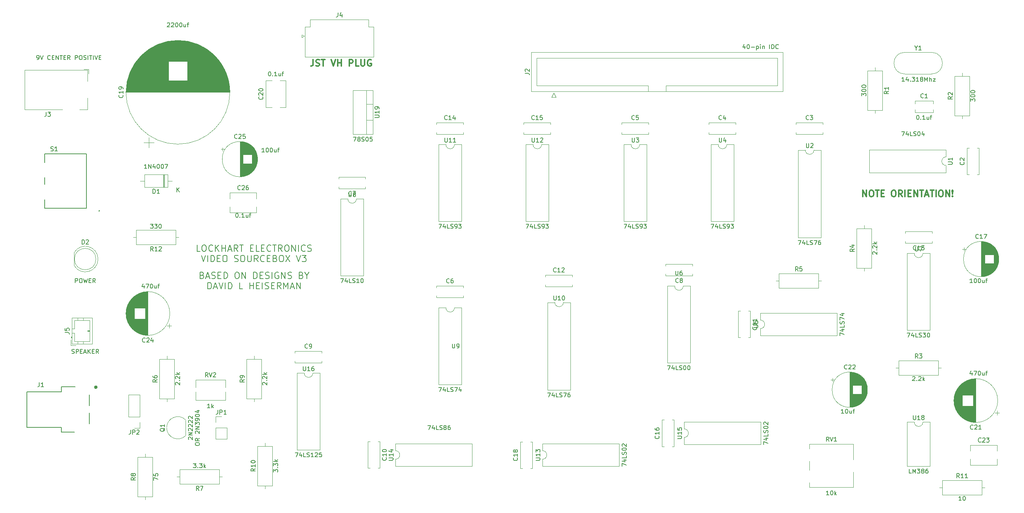
<source format=gbr>
%TF.GenerationSoftware,KiCad,Pcbnew,(6.0.5)*%
%TF.CreationDate,2022-11-22T19:08:20-05:00*%
%TF.ProjectId,full video board,66756c6c-2076-4696-9465-6f20626f6172,rev?*%
%TF.SameCoordinates,Original*%
%TF.FileFunction,Legend,Top*%
%TF.FilePolarity,Positive*%
%FSLAX46Y46*%
G04 Gerber Fmt 4.6, Leading zero omitted, Abs format (unit mm)*
G04 Created by KiCad (PCBNEW (6.0.5)) date 2022-11-22 19:08:20*
%MOMM*%
%LPD*%
G01*
G04 APERTURE LIST*
%ADD10C,0.150000*%
%ADD11C,0.300000*%
%ADD12C,0.120000*%
%ADD13C,0.200000*%
%ADD14C,0.127000*%
%ADD15C,0.400000*%
G04 APERTURE END LIST*
D10*
X129937142Y-126182380D02*
X129365714Y-126182380D01*
X129651428Y-126182380D02*
X129651428Y-125182380D01*
X129556190Y-125325238D01*
X129460952Y-125420476D01*
X129365714Y-125468095D01*
X130365714Y-126182380D02*
X130365714Y-125182380D01*
X130937142Y-126182380D01*
X130937142Y-125182380D01*
X131841904Y-125515714D02*
X131841904Y-126182380D01*
X131603809Y-125134761D02*
X131365714Y-125849047D01*
X131984761Y-125849047D01*
X132556190Y-125182380D02*
X132651428Y-125182380D01*
X132746666Y-125230000D01*
X132794285Y-125277619D01*
X132841904Y-125372857D01*
X132889523Y-125563333D01*
X132889523Y-125801428D01*
X132841904Y-125991904D01*
X132794285Y-126087142D01*
X132746666Y-126134761D01*
X132651428Y-126182380D01*
X132556190Y-126182380D01*
X132460952Y-126134761D01*
X132413333Y-126087142D01*
X132365714Y-125991904D01*
X132318095Y-125801428D01*
X132318095Y-125563333D01*
X132365714Y-125372857D01*
X132413333Y-125277619D01*
X132460952Y-125230000D01*
X132556190Y-125182380D01*
X133508571Y-125182380D02*
X133603809Y-125182380D01*
X133699047Y-125230000D01*
X133746666Y-125277619D01*
X133794285Y-125372857D01*
X133841904Y-125563333D01*
X133841904Y-125801428D01*
X133794285Y-125991904D01*
X133746666Y-126087142D01*
X133699047Y-126134761D01*
X133603809Y-126182380D01*
X133508571Y-126182380D01*
X133413333Y-126134761D01*
X133365714Y-126087142D01*
X133318095Y-125991904D01*
X133270476Y-125801428D01*
X133270476Y-125563333D01*
X133318095Y-125372857D01*
X133365714Y-125277619D01*
X133413333Y-125230000D01*
X133508571Y-125182380D01*
X134175238Y-125182380D02*
X134841904Y-125182380D01*
X134413333Y-126182380D01*
X104331428Y-100782380D02*
X104521904Y-100782380D01*
X104617142Y-100734761D01*
X104664761Y-100687142D01*
X104760000Y-100544285D01*
X104807619Y-100353809D01*
X104807619Y-99972857D01*
X104760000Y-99877619D01*
X104712380Y-99830000D01*
X104617142Y-99782380D01*
X104426666Y-99782380D01*
X104331428Y-99830000D01*
X104283809Y-99877619D01*
X104236190Y-99972857D01*
X104236190Y-100210952D01*
X104283809Y-100306190D01*
X104331428Y-100353809D01*
X104426666Y-100401428D01*
X104617142Y-100401428D01*
X104712380Y-100353809D01*
X104760000Y-100306190D01*
X104807619Y-100210952D01*
X105093333Y-99782380D02*
X105426666Y-100782380D01*
X105760000Y-99782380D01*
X107426666Y-100687142D02*
X107379047Y-100734761D01*
X107236190Y-100782380D01*
X107140952Y-100782380D01*
X106998095Y-100734761D01*
X106902857Y-100639523D01*
X106855238Y-100544285D01*
X106807619Y-100353809D01*
X106807619Y-100210952D01*
X106855238Y-100020476D01*
X106902857Y-99925238D01*
X106998095Y-99830000D01*
X107140952Y-99782380D01*
X107236190Y-99782380D01*
X107379047Y-99830000D01*
X107426666Y-99877619D01*
X107855238Y-100258571D02*
X108188571Y-100258571D01*
X108331428Y-100782380D02*
X107855238Y-100782380D01*
X107855238Y-99782380D01*
X108331428Y-99782380D01*
X108760000Y-100782380D02*
X108760000Y-99782380D01*
X109331428Y-100782380D01*
X109331428Y-99782380D01*
X109664761Y-99782380D02*
X110236190Y-99782380D01*
X109950476Y-100782380D02*
X109950476Y-99782380D01*
X110569523Y-100258571D02*
X110902857Y-100258571D01*
X111045714Y-100782380D02*
X110569523Y-100782380D01*
X110569523Y-99782380D01*
X111045714Y-99782380D01*
X112045714Y-100782380D02*
X111712380Y-100306190D01*
X111474285Y-100782380D02*
X111474285Y-99782380D01*
X111855238Y-99782380D01*
X111950476Y-99830000D01*
X111998095Y-99877619D01*
X112045714Y-99972857D01*
X112045714Y-100115714D01*
X111998095Y-100210952D01*
X111950476Y-100258571D01*
X111855238Y-100306190D01*
X111474285Y-100306190D01*
X113236190Y-100782380D02*
X113236190Y-99782380D01*
X113617142Y-99782380D01*
X113712380Y-99830000D01*
X113760000Y-99877619D01*
X113807619Y-99972857D01*
X113807619Y-100115714D01*
X113760000Y-100210952D01*
X113712380Y-100258571D01*
X113617142Y-100306190D01*
X113236190Y-100306190D01*
X114426666Y-99782380D02*
X114617142Y-99782380D01*
X114712380Y-99830000D01*
X114807619Y-99925238D01*
X114855238Y-100115714D01*
X114855238Y-100449047D01*
X114807619Y-100639523D01*
X114712380Y-100734761D01*
X114617142Y-100782380D01*
X114426666Y-100782380D01*
X114331428Y-100734761D01*
X114236190Y-100639523D01*
X114188571Y-100449047D01*
X114188571Y-100115714D01*
X114236190Y-99925238D01*
X114331428Y-99830000D01*
X114426666Y-99782380D01*
X115236190Y-100734761D02*
X115379047Y-100782380D01*
X115617142Y-100782380D01*
X115712380Y-100734761D01*
X115760000Y-100687142D01*
X115807619Y-100591904D01*
X115807619Y-100496666D01*
X115760000Y-100401428D01*
X115712380Y-100353809D01*
X115617142Y-100306190D01*
X115426666Y-100258571D01*
X115331428Y-100210952D01*
X115283809Y-100163333D01*
X115236190Y-100068095D01*
X115236190Y-99972857D01*
X115283809Y-99877619D01*
X115331428Y-99830000D01*
X115426666Y-99782380D01*
X115664761Y-99782380D01*
X115807619Y-99830000D01*
X116236190Y-100782380D02*
X116236190Y-99782380D01*
X116569523Y-99782380D02*
X117140952Y-99782380D01*
X116855238Y-100782380D02*
X116855238Y-99782380D01*
X117474285Y-100782380D02*
X117474285Y-99782380D01*
X117807619Y-99782380D02*
X118140952Y-100782380D01*
X118474285Y-99782380D01*
X118807619Y-100258571D02*
X119140952Y-100258571D01*
X119283809Y-100782380D02*
X118807619Y-100782380D01*
X118807619Y-99782380D01*
X119283809Y-99782380D01*
X134707619Y-92257619D02*
X134755238Y-92210000D01*
X134850476Y-92162380D01*
X135088571Y-92162380D01*
X135183809Y-92210000D01*
X135231428Y-92257619D01*
X135279047Y-92352857D01*
X135279047Y-92448095D01*
X135231428Y-92590952D01*
X134660000Y-93162380D01*
X135279047Y-93162380D01*
X135660000Y-92257619D02*
X135707619Y-92210000D01*
X135802857Y-92162380D01*
X136040952Y-92162380D01*
X136136190Y-92210000D01*
X136183809Y-92257619D01*
X136231428Y-92352857D01*
X136231428Y-92448095D01*
X136183809Y-92590952D01*
X135612380Y-93162380D01*
X136231428Y-93162380D01*
X136850476Y-92162380D02*
X136945714Y-92162380D01*
X137040952Y-92210000D01*
X137088571Y-92257619D01*
X137136190Y-92352857D01*
X137183809Y-92543333D01*
X137183809Y-92781428D01*
X137136190Y-92971904D01*
X137088571Y-93067142D01*
X137040952Y-93114761D01*
X136945714Y-93162380D01*
X136850476Y-93162380D01*
X136755238Y-93114761D01*
X136707619Y-93067142D01*
X136660000Y-92971904D01*
X136612380Y-92781428D01*
X136612380Y-92543333D01*
X136660000Y-92352857D01*
X136707619Y-92257619D01*
X136755238Y-92210000D01*
X136850476Y-92162380D01*
X137802857Y-92162380D02*
X137898095Y-92162380D01*
X137993333Y-92210000D01*
X138040952Y-92257619D01*
X138088571Y-92352857D01*
X138136190Y-92543333D01*
X138136190Y-92781428D01*
X138088571Y-92971904D01*
X138040952Y-93067142D01*
X137993333Y-93114761D01*
X137898095Y-93162380D01*
X137802857Y-93162380D01*
X137707619Y-93114761D01*
X137660000Y-93067142D01*
X137612380Y-92971904D01*
X137564761Y-92781428D01*
X137564761Y-92543333D01*
X137612380Y-92352857D01*
X137660000Y-92257619D01*
X137707619Y-92210000D01*
X137802857Y-92162380D01*
X138993333Y-92495714D02*
X138993333Y-93162380D01*
X138564761Y-92495714D02*
X138564761Y-93019523D01*
X138612380Y-93114761D01*
X138707619Y-93162380D01*
X138850476Y-93162380D01*
X138945714Y-93114761D01*
X138993333Y-93067142D01*
X139326666Y-92495714D02*
X139707619Y-92495714D01*
X139469523Y-93162380D02*
X139469523Y-92305238D01*
X139517142Y-92210000D01*
X139612380Y-92162380D01*
X139707619Y-92162380D01*
X178101904Y-118832380D02*
X178768571Y-118832380D01*
X178340000Y-119832380D01*
X179292380Y-119260952D02*
X179197142Y-119213333D01*
X179149523Y-119165714D01*
X179101904Y-119070476D01*
X179101904Y-119022857D01*
X179149523Y-118927619D01*
X179197142Y-118880000D01*
X179292380Y-118832380D01*
X179482857Y-118832380D01*
X179578095Y-118880000D01*
X179625714Y-118927619D01*
X179673333Y-119022857D01*
X179673333Y-119070476D01*
X179625714Y-119165714D01*
X179578095Y-119213333D01*
X179482857Y-119260952D01*
X179292380Y-119260952D01*
X179197142Y-119308571D01*
X179149523Y-119356190D01*
X179101904Y-119451428D01*
X179101904Y-119641904D01*
X179149523Y-119737142D01*
X179197142Y-119784761D01*
X179292380Y-119832380D01*
X179482857Y-119832380D01*
X179578095Y-119784761D01*
X179625714Y-119737142D01*
X179673333Y-119641904D01*
X179673333Y-119451428D01*
X179625714Y-119356190D01*
X179578095Y-119308571D01*
X179482857Y-119260952D01*
X180054285Y-119784761D02*
X180197142Y-119832380D01*
X180435238Y-119832380D01*
X180530476Y-119784761D01*
X180578095Y-119737142D01*
X180625714Y-119641904D01*
X180625714Y-119546666D01*
X180578095Y-119451428D01*
X180530476Y-119403809D01*
X180435238Y-119356190D01*
X180244761Y-119308571D01*
X180149523Y-119260952D01*
X180101904Y-119213333D01*
X180054285Y-119118095D01*
X180054285Y-119022857D01*
X180101904Y-118927619D01*
X180149523Y-118880000D01*
X180244761Y-118832380D01*
X180482857Y-118832380D01*
X180625714Y-118880000D01*
X181244761Y-118832380D02*
X181340000Y-118832380D01*
X181435238Y-118880000D01*
X181482857Y-118927619D01*
X181530476Y-119022857D01*
X181578095Y-119213333D01*
X181578095Y-119451428D01*
X181530476Y-119641904D01*
X181482857Y-119737142D01*
X181435238Y-119784761D01*
X181340000Y-119832380D01*
X181244761Y-119832380D01*
X181149523Y-119784761D01*
X181101904Y-119737142D01*
X181054285Y-119641904D01*
X181006666Y-119451428D01*
X181006666Y-119213333D01*
X181054285Y-119022857D01*
X181101904Y-118927619D01*
X181149523Y-118880000D01*
X181244761Y-118832380D01*
X182482857Y-118832380D02*
X182006666Y-118832380D01*
X181959047Y-119308571D01*
X182006666Y-119260952D01*
X182101904Y-119213333D01*
X182340000Y-119213333D01*
X182435238Y-119260952D01*
X182482857Y-119308571D01*
X182530476Y-119403809D01*
X182530476Y-119641904D01*
X182482857Y-119737142D01*
X182435238Y-119784761D01*
X182340000Y-119832380D01*
X182101904Y-119832380D01*
X182006666Y-119784761D01*
X181959047Y-119737142D01*
X158520000Y-103592380D02*
X158615238Y-103592380D01*
X158710476Y-103640000D01*
X158758095Y-103687619D01*
X158805714Y-103782857D01*
X158853333Y-103973333D01*
X158853333Y-104211428D01*
X158805714Y-104401904D01*
X158758095Y-104497142D01*
X158710476Y-104544761D01*
X158615238Y-104592380D01*
X158520000Y-104592380D01*
X158424761Y-104544761D01*
X158377142Y-104497142D01*
X158329523Y-104401904D01*
X158281904Y-104211428D01*
X158281904Y-103973333D01*
X158329523Y-103782857D01*
X158377142Y-103687619D01*
X158424761Y-103640000D01*
X158520000Y-103592380D01*
X159281904Y-104497142D02*
X159329523Y-104544761D01*
X159281904Y-104592380D01*
X159234285Y-104544761D01*
X159281904Y-104497142D01*
X159281904Y-104592380D01*
X160281904Y-104592380D02*
X159710476Y-104592380D01*
X159996190Y-104592380D02*
X159996190Y-103592380D01*
X159900952Y-103735238D01*
X159805714Y-103830476D01*
X159710476Y-103878095D01*
X161139047Y-103925714D02*
X161139047Y-104592380D01*
X160710476Y-103925714D02*
X160710476Y-104449523D01*
X160758095Y-104544761D01*
X160853333Y-104592380D01*
X160996190Y-104592380D01*
X161091428Y-104544761D01*
X161139047Y-104497142D01*
X161472380Y-103925714D02*
X161853333Y-103925714D01*
X161615238Y-104592380D02*
X161615238Y-103735238D01*
X161662857Y-103640000D01*
X161758095Y-103592380D01*
X161853333Y-103592380D01*
X157345238Y-122372380D02*
X156773809Y-122372380D01*
X157059523Y-122372380D02*
X157059523Y-121372380D01*
X156964285Y-121515238D01*
X156869047Y-121610476D01*
X156773809Y-121658095D01*
X157964285Y-121372380D02*
X158059523Y-121372380D01*
X158154761Y-121420000D01*
X158202380Y-121467619D01*
X158250000Y-121562857D01*
X158297619Y-121753333D01*
X158297619Y-121991428D01*
X158250000Y-122181904D01*
X158202380Y-122277142D01*
X158154761Y-122324761D01*
X158059523Y-122372380D01*
X157964285Y-122372380D01*
X157869047Y-122324761D01*
X157821428Y-122277142D01*
X157773809Y-122181904D01*
X157726190Y-121991428D01*
X157726190Y-121753333D01*
X157773809Y-121562857D01*
X157821428Y-121467619D01*
X157869047Y-121420000D01*
X157964285Y-121372380D01*
X158916666Y-121372380D02*
X159011904Y-121372380D01*
X159107142Y-121420000D01*
X159154761Y-121467619D01*
X159202380Y-121562857D01*
X159250000Y-121753333D01*
X159250000Y-121991428D01*
X159202380Y-122181904D01*
X159154761Y-122277142D01*
X159107142Y-122324761D01*
X159011904Y-122372380D01*
X158916666Y-122372380D01*
X158821428Y-122324761D01*
X158773809Y-122277142D01*
X158726190Y-122181904D01*
X158678571Y-121991428D01*
X158678571Y-121753333D01*
X158726190Y-121562857D01*
X158773809Y-121467619D01*
X158821428Y-121420000D01*
X158916666Y-121372380D01*
X160107142Y-121705714D02*
X160107142Y-122372380D01*
X159678571Y-121705714D02*
X159678571Y-122229523D01*
X159726190Y-122324761D01*
X159821428Y-122372380D01*
X159964285Y-122372380D01*
X160059523Y-122324761D01*
X160107142Y-122277142D01*
X160440476Y-121705714D02*
X160821428Y-121705714D01*
X160583333Y-122372380D02*
X160583333Y-121515238D01*
X160630952Y-121420000D01*
X160726190Y-121372380D01*
X160821428Y-121372380D01*
X150900000Y-136612380D02*
X150995238Y-136612380D01*
X151090476Y-136660000D01*
X151138095Y-136707619D01*
X151185714Y-136802857D01*
X151233333Y-136993333D01*
X151233333Y-137231428D01*
X151185714Y-137421904D01*
X151138095Y-137517142D01*
X151090476Y-137564761D01*
X150995238Y-137612380D01*
X150900000Y-137612380D01*
X150804761Y-137564761D01*
X150757142Y-137517142D01*
X150709523Y-137421904D01*
X150661904Y-137231428D01*
X150661904Y-136993333D01*
X150709523Y-136802857D01*
X150757142Y-136707619D01*
X150804761Y-136660000D01*
X150900000Y-136612380D01*
X151661904Y-137517142D02*
X151709523Y-137564761D01*
X151661904Y-137612380D01*
X151614285Y-137564761D01*
X151661904Y-137517142D01*
X151661904Y-137612380D01*
X152661904Y-137612380D02*
X152090476Y-137612380D01*
X152376190Y-137612380D02*
X152376190Y-136612380D01*
X152280952Y-136755238D01*
X152185714Y-136850476D01*
X152090476Y-136898095D01*
X153519047Y-136945714D02*
X153519047Y-137612380D01*
X153090476Y-136945714D02*
X153090476Y-137469523D01*
X153138095Y-137564761D01*
X153233333Y-137612380D01*
X153376190Y-137612380D01*
X153471428Y-137564761D01*
X153519047Y-137517142D01*
X153852380Y-136945714D02*
X154233333Y-136945714D01*
X153995238Y-137612380D02*
X153995238Y-136755238D01*
X154042857Y-136660000D01*
X154138095Y-136612380D01*
X154233333Y-136612380D01*
X130794285Y-139152380D02*
X131413333Y-139152380D01*
X131080000Y-139533333D01*
X131222857Y-139533333D01*
X131318095Y-139580952D01*
X131365714Y-139628571D01*
X131413333Y-139723809D01*
X131413333Y-139961904D01*
X131365714Y-140057142D01*
X131318095Y-140104761D01*
X131222857Y-140152380D01*
X130937142Y-140152380D01*
X130841904Y-140104761D01*
X130794285Y-140057142D01*
X131746666Y-139152380D02*
X132365714Y-139152380D01*
X132032380Y-139533333D01*
X132175238Y-139533333D01*
X132270476Y-139580952D01*
X132318095Y-139628571D01*
X132365714Y-139723809D01*
X132365714Y-139961904D01*
X132318095Y-140057142D01*
X132270476Y-140104761D01*
X132175238Y-140152380D01*
X131889523Y-140152380D01*
X131794285Y-140104761D01*
X131746666Y-140057142D01*
X132984761Y-139152380D02*
X133080000Y-139152380D01*
X133175238Y-139200000D01*
X133222857Y-139247619D01*
X133270476Y-139342857D01*
X133318095Y-139533333D01*
X133318095Y-139771428D01*
X133270476Y-139961904D01*
X133222857Y-140057142D01*
X133175238Y-140104761D01*
X133080000Y-140152380D01*
X132984761Y-140152380D01*
X132889523Y-140104761D01*
X132841904Y-140057142D01*
X132794285Y-139961904D01*
X132746666Y-139771428D01*
X132746666Y-139533333D01*
X132794285Y-139342857D01*
X132841904Y-139247619D01*
X132889523Y-139200000D01*
X132984761Y-139152380D01*
X129310000Y-153455714D02*
X129310000Y-154122380D01*
X129071904Y-153074761D02*
X128833809Y-153789047D01*
X129452857Y-153789047D01*
X129738571Y-153122380D02*
X130405238Y-153122380D01*
X129976666Y-154122380D01*
X130976666Y-153122380D02*
X131071904Y-153122380D01*
X131167142Y-153170000D01*
X131214761Y-153217619D01*
X131262380Y-153312857D01*
X131310000Y-153503333D01*
X131310000Y-153741428D01*
X131262380Y-153931904D01*
X131214761Y-154027142D01*
X131167142Y-154074761D01*
X131071904Y-154122380D01*
X130976666Y-154122380D01*
X130881428Y-154074761D01*
X130833809Y-154027142D01*
X130786190Y-153931904D01*
X130738571Y-153741428D01*
X130738571Y-153503333D01*
X130786190Y-153312857D01*
X130833809Y-153217619D01*
X130881428Y-153170000D01*
X130976666Y-153122380D01*
X132167142Y-153455714D02*
X132167142Y-154122380D01*
X131738571Y-153455714D02*
X131738571Y-153979523D01*
X131786190Y-154074761D01*
X131881428Y-154122380D01*
X132024285Y-154122380D01*
X132119523Y-154074761D01*
X132167142Y-154027142D01*
X132500476Y-153455714D02*
X132881428Y-153455714D01*
X132643333Y-154122380D02*
X132643333Y-153265238D01*
X132690952Y-153170000D01*
X132786190Y-153122380D01*
X132881428Y-153122380D01*
X113260476Y-152852380D02*
X113260476Y-151852380D01*
X113641428Y-151852380D01*
X113736666Y-151900000D01*
X113784285Y-151947619D01*
X113831904Y-152042857D01*
X113831904Y-152185714D01*
X113784285Y-152280952D01*
X113736666Y-152328571D01*
X113641428Y-152376190D01*
X113260476Y-152376190D01*
X114450952Y-151852380D02*
X114641428Y-151852380D01*
X114736666Y-151900000D01*
X114831904Y-151995238D01*
X114879523Y-152185714D01*
X114879523Y-152519047D01*
X114831904Y-152709523D01*
X114736666Y-152804761D01*
X114641428Y-152852380D01*
X114450952Y-152852380D01*
X114355714Y-152804761D01*
X114260476Y-152709523D01*
X114212857Y-152519047D01*
X114212857Y-152185714D01*
X114260476Y-151995238D01*
X114355714Y-151900000D01*
X114450952Y-151852380D01*
X115212857Y-151852380D02*
X115450952Y-152852380D01*
X115641428Y-152138095D01*
X115831904Y-152852380D01*
X116070000Y-151852380D01*
X116450952Y-152328571D02*
X116784285Y-152328571D01*
X116927142Y-152852380D02*
X116450952Y-152852380D01*
X116450952Y-151852380D01*
X116927142Y-151852380D01*
X117927142Y-152852380D02*
X117593809Y-152376190D01*
X117355714Y-152852380D02*
X117355714Y-151852380D01*
X117736666Y-151852380D01*
X117831904Y-151900000D01*
X117879523Y-151947619D01*
X117927142Y-152042857D01*
X117927142Y-152185714D01*
X117879523Y-152280952D01*
X117831904Y-152328571D01*
X117736666Y-152376190D01*
X117355714Y-152376190D01*
X112450952Y-169314761D02*
X112593809Y-169362380D01*
X112831904Y-169362380D01*
X112927142Y-169314761D01*
X112974761Y-169267142D01*
X113022380Y-169171904D01*
X113022380Y-169076666D01*
X112974761Y-168981428D01*
X112927142Y-168933809D01*
X112831904Y-168886190D01*
X112641428Y-168838571D01*
X112546190Y-168790952D01*
X112498571Y-168743333D01*
X112450952Y-168648095D01*
X112450952Y-168552857D01*
X112498571Y-168457619D01*
X112546190Y-168410000D01*
X112641428Y-168362380D01*
X112879523Y-168362380D01*
X113022380Y-168410000D01*
X113450952Y-169362380D02*
X113450952Y-168362380D01*
X113831904Y-168362380D01*
X113927142Y-168410000D01*
X113974761Y-168457619D01*
X114022380Y-168552857D01*
X114022380Y-168695714D01*
X113974761Y-168790952D01*
X113927142Y-168838571D01*
X113831904Y-168886190D01*
X113450952Y-168886190D01*
X114450952Y-168838571D02*
X114784285Y-168838571D01*
X114927142Y-169362380D02*
X114450952Y-169362380D01*
X114450952Y-168362380D01*
X114927142Y-168362380D01*
X115308095Y-169076666D02*
X115784285Y-169076666D01*
X115212857Y-169362380D02*
X115546190Y-168362380D01*
X115879523Y-169362380D01*
X116212857Y-169362380D02*
X116212857Y-168362380D01*
X116784285Y-169362380D02*
X116355714Y-168790952D01*
X116784285Y-168362380D02*
X116212857Y-168933809D01*
X117212857Y-168838571D02*
X117546190Y-168838571D01*
X117689047Y-169362380D02*
X117212857Y-169362380D01*
X117212857Y-168362380D01*
X117689047Y-168362380D01*
X118689047Y-169362380D02*
X118355714Y-168886190D01*
X118117619Y-169362380D02*
X118117619Y-168362380D01*
X118498571Y-168362380D01*
X118593809Y-168410000D01*
X118641428Y-168457619D01*
X118689047Y-168552857D01*
X118689047Y-168695714D01*
X118641428Y-168790952D01*
X118593809Y-168838571D01*
X118498571Y-168886190D01*
X118117619Y-168886190D01*
X195477142Y-186142380D02*
X196143809Y-186142380D01*
X195715238Y-187142380D01*
X196953333Y-186475714D02*
X196953333Y-187142380D01*
X196715238Y-186094761D02*
X196477142Y-186809047D01*
X197096190Y-186809047D01*
X197953333Y-187142380D02*
X197477142Y-187142380D01*
X197477142Y-186142380D01*
X198239047Y-187094761D02*
X198381904Y-187142380D01*
X198620000Y-187142380D01*
X198715238Y-187094761D01*
X198762857Y-187047142D01*
X198810476Y-186951904D01*
X198810476Y-186856666D01*
X198762857Y-186761428D01*
X198715238Y-186713809D01*
X198620000Y-186666190D01*
X198429523Y-186618571D01*
X198334285Y-186570952D01*
X198286666Y-186523333D01*
X198239047Y-186428095D01*
X198239047Y-186332857D01*
X198286666Y-186237619D01*
X198334285Y-186190000D01*
X198429523Y-186142380D01*
X198667619Y-186142380D01*
X198810476Y-186190000D01*
X199381904Y-186570952D02*
X199286666Y-186523333D01*
X199239047Y-186475714D01*
X199191428Y-186380476D01*
X199191428Y-186332857D01*
X199239047Y-186237619D01*
X199286666Y-186190000D01*
X199381904Y-186142380D01*
X199572380Y-186142380D01*
X199667619Y-186190000D01*
X199715238Y-186237619D01*
X199762857Y-186332857D01*
X199762857Y-186380476D01*
X199715238Y-186475714D01*
X199667619Y-186523333D01*
X199572380Y-186570952D01*
X199381904Y-186570952D01*
X199286666Y-186618571D01*
X199239047Y-186666190D01*
X199191428Y-186761428D01*
X199191428Y-186951904D01*
X199239047Y-187047142D01*
X199286666Y-187094761D01*
X199381904Y-187142380D01*
X199572380Y-187142380D01*
X199667619Y-187094761D01*
X199715238Y-187047142D01*
X199762857Y-186951904D01*
X199762857Y-186761428D01*
X199715238Y-186666190D01*
X199667619Y-186618571D01*
X199572380Y-186570952D01*
X200620000Y-186142380D02*
X200429523Y-186142380D01*
X200334285Y-186190000D01*
X200286666Y-186237619D01*
X200191428Y-186380476D01*
X200143809Y-186570952D01*
X200143809Y-186951904D01*
X200191428Y-187047142D01*
X200239047Y-187094761D01*
X200334285Y-187142380D01*
X200524761Y-187142380D01*
X200620000Y-187094761D01*
X200667619Y-187047142D01*
X200715238Y-186951904D01*
X200715238Y-186713809D01*
X200667619Y-186618571D01*
X200620000Y-186570952D01*
X200524761Y-186523333D01*
X200334285Y-186523333D01*
X200239047Y-186570952D01*
X200191428Y-186618571D01*
X200143809Y-186713809D01*
X305967142Y-117562380D02*
X306633809Y-117562380D01*
X306205238Y-118562380D01*
X307443333Y-117895714D02*
X307443333Y-118562380D01*
X307205238Y-117514761D02*
X306967142Y-118229047D01*
X307586190Y-118229047D01*
X308443333Y-118562380D02*
X307967142Y-118562380D01*
X307967142Y-117562380D01*
X308729047Y-118514761D02*
X308871904Y-118562380D01*
X309110000Y-118562380D01*
X309205238Y-118514761D01*
X309252857Y-118467142D01*
X309300476Y-118371904D01*
X309300476Y-118276666D01*
X309252857Y-118181428D01*
X309205238Y-118133809D01*
X309110000Y-118086190D01*
X308919523Y-118038571D01*
X308824285Y-117990952D01*
X308776666Y-117943333D01*
X308729047Y-117848095D01*
X308729047Y-117752857D01*
X308776666Y-117657619D01*
X308824285Y-117610000D01*
X308919523Y-117562380D01*
X309157619Y-117562380D01*
X309300476Y-117610000D01*
X309919523Y-117562380D02*
X310014761Y-117562380D01*
X310110000Y-117610000D01*
X310157619Y-117657619D01*
X310205238Y-117752857D01*
X310252857Y-117943333D01*
X310252857Y-118181428D01*
X310205238Y-118371904D01*
X310157619Y-118467142D01*
X310110000Y-118514761D01*
X310014761Y-118562380D01*
X309919523Y-118562380D01*
X309824285Y-118514761D01*
X309776666Y-118467142D01*
X309729047Y-118371904D01*
X309681428Y-118181428D01*
X309681428Y-117943333D01*
X309729047Y-117752857D01*
X309776666Y-117657619D01*
X309824285Y-117610000D01*
X309919523Y-117562380D01*
X311110000Y-117895714D02*
X311110000Y-118562380D01*
X310871904Y-117514761D02*
X310633809Y-118229047D01*
X311252857Y-118229047D01*
D11*
X168724285Y-100778571D02*
X168724285Y-101850000D01*
X168652857Y-102064285D01*
X168510000Y-102207142D01*
X168295714Y-102278571D01*
X168152857Y-102278571D01*
X169367142Y-102207142D02*
X169581428Y-102278571D01*
X169938571Y-102278571D01*
X170081428Y-102207142D01*
X170152857Y-102135714D01*
X170224285Y-101992857D01*
X170224285Y-101850000D01*
X170152857Y-101707142D01*
X170081428Y-101635714D01*
X169938571Y-101564285D01*
X169652857Y-101492857D01*
X169510000Y-101421428D01*
X169438571Y-101350000D01*
X169367142Y-101207142D01*
X169367142Y-101064285D01*
X169438571Y-100921428D01*
X169510000Y-100850000D01*
X169652857Y-100778571D01*
X170010000Y-100778571D01*
X170224285Y-100850000D01*
X170652857Y-100778571D02*
X171510000Y-100778571D01*
X171081428Y-102278571D02*
X171081428Y-100778571D01*
X172938571Y-100778571D02*
X173438571Y-102278571D01*
X173938571Y-100778571D01*
X174438571Y-102278571D02*
X174438571Y-100778571D01*
X174438571Y-101492857D02*
X175295714Y-101492857D01*
X175295714Y-102278571D02*
X175295714Y-100778571D01*
X177152857Y-102278571D02*
X177152857Y-100778571D01*
X177724285Y-100778571D01*
X177867142Y-100850000D01*
X177938571Y-100921428D01*
X178010000Y-101064285D01*
X178010000Y-101278571D01*
X177938571Y-101421428D01*
X177867142Y-101492857D01*
X177724285Y-101564285D01*
X177152857Y-101564285D01*
X179367142Y-102278571D02*
X178652857Y-102278571D01*
X178652857Y-100778571D01*
X179867142Y-100778571D02*
X179867142Y-101992857D01*
X179938571Y-102135714D01*
X180010000Y-102207142D01*
X180152857Y-102278571D01*
X180438571Y-102278571D01*
X180581428Y-102207142D01*
X180652857Y-102135714D01*
X180724285Y-101992857D01*
X180724285Y-100778571D01*
X182224285Y-100850000D02*
X182081428Y-100778571D01*
X181867142Y-100778571D01*
X181652857Y-100850000D01*
X181510000Y-100992857D01*
X181438571Y-101135714D01*
X181367142Y-101421428D01*
X181367142Y-101635714D01*
X181438571Y-101921428D01*
X181510000Y-102064285D01*
X181652857Y-102207142D01*
X181867142Y-102278571D01*
X182010000Y-102278571D01*
X182224285Y-102207142D01*
X182295714Y-102135714D01*
X182295714Y-101635714D01*
X182010000Y-101635714D01*
D10*
X175157142Y-151852380D02*
X175823809Y-151852380D01*
X175395238Y-152852380D01*
X176633333Y-152185714D02*
X176633333Y-152852380D01*
X176395238Y-151804761D02*
X176157142Y-152519047D01*
X176776190Y-152519047D01*
X177633333Y-152852380D02*
X177157142Y-152852380D01*
X177157142Y-151852380D01*
X177919047Y-152804761D02*
X178061904Y-152852380D01*
X178300000Y-152852380D01*
X178395238Y-152804761D01*
X178442857Y-152757142D01*
X178490476Y-152661904D01*
X178490476Y-152566666D01*
X178442857Y-152471428D01*
X178395238Y-152423809D01*
X178300000Y-152376190D01*
X178109523Y-152328571D01*
X178014285Y-152280952D01*
X177966666Y-152233333D01*
X177919047Y-152138095D01*
X177919047Y-152042857D01*
X177966666Y-151947619D01*
X178014285Y-151900000D01*
X178109523Y-151852380D01*
X178347619Y-151852380D01*
X178490476Y-151900000D01*
X179442857Y-152852380D02*
X178871428Y-152852380D01*
X179157142Y-152852380D02*
X179157142Y-151852380D01*
X179061904Y-151995238D01*
X178966666Y-152090476D01*
X178871428Y-152138095D01*
X180061904Y-151852380D02*
X180157142Y-151852380D01*
X180252380Y-151900000D01*
X180300000Y-151947619D01*
X180347619Y-152042857D01*
X180395238Y-152233333D01*
X180395238Y-152471428D01*
X180347619Y-152661904D01*
X180300000Y-152757142D01*
X180252380Y-152804761D01*
X180157142Y-152852380D01*
X180061904Y-152852380D01*
X179966666Y-152804761D01*
X179919047Y-152757142D01*
X179871428Y-152661904D01*
X179823809Y-152471428D01*
X179823809Y-152233333D01*
X179871428Y-152042857D01*
X179919047Y-151947619D01*
X179966666Y-151900000D01*
X180061904Y-151852380D01*
X281837142Y-142962380D02*
X282503809Y-142962380D01*
X282075238Y-143962380D01*
X283313333Y-143295714D02*
X283313333Y-143962380D01*
X283075238Y-142914761D02*
X282837142Y-143629047D01*
X283456190Y-143629047D01*
X284313333Y-143962380D02*
X283837142Y-143962380D01*
X283837142Y-142962380D01*
X284599047Y-143914761D02*
X284741904Y-143962380D01*
X284980000Y-143962380D01*
X285075238Y-143914761D01*
X285122857Y-143867142D01*
X285170476Y-143771904D01*
X285170476Y-143676666D01*
X285122857Y-143581428D01*
X285075238Y-143533809D01*
X284980000Y-143486190D01*
X284789523Y-143438571D01*
X284694285Y-143390952D01*
X284646666Y-143343333D01*
X284599047Y-143248095D01*
X284599047Y-143152857D01*
X284646666Y-143057619D01*
X284694285Y-143010000D01*
X284789523Y-142962380D01*
X285027619Y-142962380D01*
X285170476Y-143010000D01*
X285503809Y-142962380D02*
X286170476Y-142962380D01*
X285741904Y-143962380D01*
X286980000Y-142962380D02*
X286789523Y-142962380D01*
X286694285Y-143010000D01*
X286646666Y-143057619D01*
X286551428Y-143200476D01*
X286503809Y-143390952D01*
X286503809Y-143771904D01*
X286551428Y-143867142D01*
X286599047Y-143914761D01*
X286694285Y-143962380D01*
X286884761Y-143962380D01*
X286980000Y-143914761D01*
X287027619Y-143867142D01*
X287075238Y-143771904D01*
X287075238Y-143533809D01*
X287027619Y-143438571D01*
X286980000Y-143390952D01*
X286884761Y-143343333D01*
X286694285Y-143343333D01*
X286599047Y-143390952D01*
X286551428Y-143438571D01*
X286503809Y-143533809D01*
X261517142Y-139152380D02*
X262183809Y-139152380D01*
X261755238Y-140152380D01*
X262993333Y-139485714D02*
X262993333Y-140152380D01*
X262755238Y-139104761D02*
X262517142Y-139819047D01*
X263136190Y-139819047D01*
X263993333Y-140152380D02*
X263517142Y-140152380D01*
X263517142Y-139152380D01*
X264279047Y-140104761D02*
X264421904Y-140152380D01*
X264660000Y-140152380D01*
X264755238Y-140104761D01*
X264802857Y-140057142D01*
X264850476Y-139961904D01*
X264850476Y-139866666D01*
X264802857Y-139771428D01*
X264755238Y-139723809D01*
X264660000Y-139676190D01*
X264469523Y-139628571D01*
X264374285Y-139580952D01*
X264326666Y-139533333D01*
X264279047Y-139438095D01*
X264279047Y-139342857D01*
X264326666Y-139247619D01*
X264374285Y-139200000D01*
X264469523Y-139152380D01*
X264707619Y-139152380D01*
X264850476Y-139200000D01*
X265326666Y-140152380D02*
X265517142Y-140152380D01*
X265612380Y-140104761D01*
X265660000Y-140057142D01*
X265755238Y-139914285D01*
X265802857Y-139723809D01*
X265802857Y-139342857D01*
X265755238Y-139247619D01*
X265707619Y-139200000D01*
X265612380Y-139152380D01*
X265421904Y-139152380D01*
X265326666Y-139200000D01*
X265279047Y-139247619D01*
X265231428Y-139342857D01*
X265231428Y-139580952D01*
X265279047Y-139676190D01*
X265326666Y-139723809D01*
X265421904Y-139771428D01*
X265612380Y-139771428D01*
X265707619Y-139723809D01*
X265755238Y-139676190D01*
X265802857Y-139580952D01*
X266136190Y-139152380D02*
X266755238Y-139152380D01*
X266421904Y-139533333D01*
X266564761Y-139533333D01*
X266660000Y-139580952D01*
X266707619Y-139628571D01*
X266755238Y-139723809D01*
X266755238Y-139961904D01*
X266707619Y-140057142D01*
X266660000Y-140104761D01*
X266564761Y-140152380D01*
X266279047Y-140152380D01*
X266183809Y-140104761D01*
X266136190Y-140057142D01*
X241207142Y-139152380D02*
X241873809Y-139152380D01*
X241445238Y-140152380D01*
X242683333Y-139485714D02*
X242683333Y-140152380D01*
X242445238Y-139104761D02*
X242207142Y-139819047D01*
X242826190Y-139819047D01*
X243683333Y-140152380D02*
X243207142Y-140152380D01*
X243207142Y-139152380D01*
X243969047Y-140104761D02*
X244111904Y-140152380D01*
X244350000Y-140152380D01*
X244445238Y-140104761D01*
X244492857Y-140057142D01*
X244540476Y-139961904D01*
X244540476Y-139866666D01*
X244492857Y-139771428D01*
X244445238Y-139723809D01*
X244350000Y-139676190D01*
X244159523Y-139628571D01*
X244064285Y-139580952D01*
X244016666Y-139533333D01*
X243969047Y-139438095D01*
X243969047Y-139342857D01*
X244016666Y-139247619D01*
X244064285Y-139200000D01*
X244159523Y-139152380D01*
X244397619Y-139152380D01*
X244540476Y-139200000D01*
X245016666Y-140152380D02*
X245207142Y-140152380D01*
X245302380Y-140104761D01*
X245350000Y-140057142D01*
X245445238Y-139914285D01*
X245492857Y-139723809D01*
X245492857Y-139342857D01*
X245445238Y-139247619D01*
X245397619Y-139200000D01*
X245302380Y-139152380D01*
X245111904Y-139152380D01*
X245016666Y-139200000D01*
X244969047Y-139247619D01*
X244921428Y-139342857D01*
X244921428Y-139580952D01*
X244969047Y-139676190D01*
X245016666Y-139723809D01*
X245111904Y-139771428D01*
X245302380Y-139771428D01*
X245397619Y-139723809D01*
X245445238Y-139676190D01*
X245492857Y-139580952D01*
X245826190Y-139152380D02*
X246445238Y-139152380D01*
X246111904Y-139533333D01*
X246254761Y-139533333D01*
X246350000Y-139580952D01*
X246397619Y-139628571D01*
X246445238Y-139723809D01*
X246445238Y-139961904D01*
X246397619Y-140057142D01*
X246350000Y-140104761D01*
X246254761Y-140152380D01*
X245969047Y-140152380D01*
X245873809Y-140104761D01*
X245826190Y-140057142D01*
X218347142Y-139152380D02*
X219013809Y-139152380D01*
X218585238Y-140152380D01*
X219823333Y-139485714D02*
X219823333Y-140152380D01*
X219585238Y-139104761D02*
X219347142Y-139819047D01*
X219966190Y-139819047D01*
X220823333Y-140152380D02*
X220347142Y-140152380D01*
X220347142Y-139152380D01*
X221109047Y-140104761D02*
X221251904Y-140152380D01*
X221490000Y-140152380D01*
X221585238Y-140104761D01*
X221632857Y-140057142D01*
X221680476Y-139961904D01*
X221680476Y-139866666D01*
X221632857Y-139771428D01*
X221585238Y-139723809D01*
X221490000Y-139676190D01*
X221299523Y-139628571D01*
X221204285Y-139580952D01*
X221156666Y-139533333D01*
X221109047Y-139438095D01*
X221109047Y-139342857D01*
X221156666Y-139247619D01*
X221204285Y-139200000D01*
X221299523Y-139152380D01*
X221537619Y-139152380D01*
X221680476Y-139200000D01*
X222156666Y-140152380D02*
X222347142Y-140152380D01*
X222442380Y-140104761D01*
X222490000Y-140057142D01*
X222585238Y-139914285D01*
X222632857Y-139723809D01*
X222632857Y-139342857D01*
X222585238Y-139247619D01*
X222537619Y-139200000D01*
X222442380Y-139152380D01*
X222251904Y-139152380D01*
X222156666Y-139200000D01*
X222109047Y-139247619D01*
X222061428Y-139342857D01*
X222061428Y-139580952D01*
X222109047Y-139676190D01*
X222156666Y-139723809D01*
X222251904Y-139771428D01*
X222442380Y-139771428D01*
X222537619Y-139723809D01*
X222585238Y-139676190D01*
X222632857Y-139580952D01*
X222966190Y-139152380D02*
X223585238Y-139152380D01*
X223251904Y-139533333D01*
X223394761Y-139533333D01*
X223490000Y-139580952D01*
X223537619Y-139628571D01*
X223585238Y-139723809D01*
X223585238Y-139961904D01*
X223537619Y-140057142D01*
X223490000Y-140104761D01*
X223394761Y-140152380D01*
X223109047Y-140152380D01*
X223013809Y-140104761D01*
X222966190Y-140057142D01*
X198027142Y-139152380D02*
X198693809Y-139152380D01*
X198265238Y-140152380D01*
X199503333Y-139485714D02*
X199503333Y-140152380D01*
X199265238Y-139104761D02*
X199027142Y-139819047D01*
X199646190Y-139819047D01*
X200503333Y-140152380D02*
X200027142Y-140152380D01*
X200027142Y-139152380D01*
X200789047Y-140104761D02*
X200931904Y-140152380D01*
X201170000Y-140152380D01*
X201265238Y-140104761D01*
X201312857Y-140057142D01*
X201360476Y-139961904D01*
X201360476Y-139866666D01*
X201312857Y-139771428D01*
X201265238Y-139723809D01*
X201170000Y-139676190D01*
X200979523Y-139628571D01*
X200884285Y-139580952D01*
X200836666Y-139533333D01*
X200789047Y-139438095D01*
X200789047Y-139342857D01*
X200836666Y-139247619D01*
X200884285Y-139200000D01*
X200979523Y-139152380D01*
X201217619Y-139152380D01*
X201360476Y-139200000D01*
X201836666Y-140152380D02*
X202027142Y-140152380D01*
X202122380Y-140104761D01*
X202170000Y-140057142D01*
X202265238Y-139914285D01*
X202312857Y-139723809D01*
X202312857Y-139342857D01*
X202265238Y-139247619D01*
X202217619Y-139200000D01*
X202122380Y-139152380D01*
X201931904Y-139152380D01*
X201836666Y-139200000D01*
X201789047Y-139247619D01*
X201741428Y-139342857D01*
X201741428Y-139580952D01*
X201789047Y-139676190D01*
X201836666Y-139723809D01*
X201931904Y-139771428D01*
X202122380Y-139771428D01*
X202217619Y-139723809D01*
X202265238Y-139676190D01*
X202312857Y-139580952D01*
X202646190Y-139152380D02*
X203265238Y-139152380D01*
X202931904Y-139533333D01*
X203074761Y-139533333D01*
X203170000Y-139580952D01*
X203217619Y-139628571D01*
X203265238Y-139723809D01*
X203265238Y-139961904D01*
X203217619Y-140057142D01*
X203170000Y-140104761D01*
X203074761Y-140152380D01*
X202789047Y-140152380D01*
X202693809Y-140104761D01*
X202646190Y-140057142D01*
X269383333Y-97575714D02*
X269383333Y-98242380D01*
X269145238Y-97194761D02*
X268907142Y-97909047D01*
X269526190Y-97909047D01*
X270097619Y-97242380D02*
X270192857Y-97242380D01*
X270288095Y-97290000D01*
X270335714Y-97337619D01*
X270383333Y-97432857D01*
X270430952Y-97623333D01*
X270430952Y-97861428D01*
X270383333Y-98051904D01*
X270335714Y-98147142D01*
X270288095Y-98194761D01*
X270192857Y-98242380D01*
X270097619Y-98242380D01*
X270002380Y-98194761D01*
X269954761Y-98147142D01*
X269907142Y-98051904D01*
X269859523Y-97861428D01*
X269859523Y-97623333D01*
X269907142Y-97432857D01*
X269954761Y-97337619D01*
X270002380Y-97290000D01*
X270097619Y-97242380D01*
X270859523Y-97861428D02*
X271621428Y-97861428D01*
X272097619Y-97575714D02*
X272097619Y-98575714D01*
X272097619Y-97623333D02*
X272192857Y-97575714D01*
X272383333Y-97575714D01*
X272478571Y-97623333D01*
X272526190Y-97670952D01*
X272573809Y-97766190D01*
X272573809Y-98051904D01*
X272526190Y-98147142D01*
X272478571Y-98194761D01*
X272383333Y-98242380D01*
X272192857Y-98242380D01*
X272097619Y-98194761D01*
X273002380Y-98242380D02*
X273002380Y-97575714D01*
X273002380Y-97242380D02*
X272954761Y-97290000D01*
X273002380Y-97337619D01*
X273050000Y-97290000D01*
X273002380Y-97242380D01*
X273002380Y-97337619D01*
X273478571Y-97575714D02*
X273478571Y-98242380D01*
X273478571Y-97670952D02*
X273526190Y-97623333D01*
X273621428Y-97575714D01*
X273764285Y-97575714D01*
X273859523Y-97623333D01*
X273907142Y-97718571D01*
X273907142Y-98242380D01*
X275145238Y-98242380D02*
X275145238Y-97242380D01*
X275621428Y-98242380D02*
X275621428Y-97242380D01*
X275859523Y-97242380D01*
X276002380Y-97290000D01*
X276097619Y-97385238D01*
X276145238Y-97480476D01*
X276192857Y-97670952D01*
X276192857Y-97813809D01*
X276145238Y-98004285D01*
X276097619Y-98099523D01*
X276002380Y-98194761D01*
X275859523Y-98242380D01*
X275621428Y-98242380D01*
X277192857Y-98147142D02*
X277145238Y-98194761D01*
X277002380Y-98242380D01*
X276907142Y-98242380D01*
X276764285Y-98194761D01*
X276669047Y-98099523D01*
X276621428Y-98004285D01*
X276573809Y-97813809D01*
X276573809Y-97670952D01*
X276621428Y-97480476D01*
X276669047Y-97385238D01*
X276764285Y-97290000D01*
X276907142Y-97242380D01*
X277002380Y-97242380D01*
X277145238Y-97290000D01*
X277192857Y-97337619D01*
X306594285Y-105862380D02*
X306022857Y-105862380D01*
X306308571Y-105862380D02*
X306308571Y-104862380D01*
X306213333Y-105005238D01*
X306118095Y-105100476D01*
X306022857Y-105148095D01*
X307451428Y-105195714D02*
X307451428Y-105862380D01*
X307213333Y-104814761D02*
X306975238Y-105529047D01*
X307594285Y-105529047D01*
X307975238Y-105767142D02*
X308022857Y-105814761D01*
X307975238Y-105862380D01*
X307927619Y-105814761D01*
X307975238Y-105767142D01*
X307975238Y-105862380D01*
X308356190Y-104862380D02*
X308975238Y-104862380D01*
X308641904Y-105243333D01*
X308784761Y-105243333D01*
X308880000Y-105290952D01*
X308927619Y-105338571D01*
X308975238Y-105433809D01*
X308975238Y-105671904D01*
X308927619Y-105767142D01*
X308880000Y-105814761D01*
X308784761Y-105862380D01*
X308499047Y-105862380D01*
X308403809Y-105814761D01*
X308356190Y-105767142D01*
X309927619Y-105862380D02*
X309356190Y-105862380D01*
X309641904Y-105862380D02*
X309641904Y-104862380D01*
X309546666Y-105005238D01*
X309451428Y-105100476D01*
X309356190Y-105148095D01*
X310499047Y-105290952D02*
X310403809Y-105243333D01*
X310356190Y-105195714D01*
X310308571Y-105100476D01*
X310308571Y-105052857D01*
X310356190Y-104957619D01*
X310403809Y-104910000D01*
X310499047Y-104862380D01*
X310689523Y-104862380D01*
X310784761Y-104910000D01*
X310832380Y-104957619D01*
X310880000Y-105052857D01*
X310880000Y-105100476D01*
X310832380Y-105195714D01*
X310784761Y-105243333D01*
X310689523Y-105290952D01*
X310499047Y-105290952D01*
X310403809Y-105338571D01*
X310356190Y-105386190D01*
X310308571Y-105481428D01*
X310308571Y-105671904D01*
X310356190Y-105767142D01*
X310403809Y-105814761D01*
X310499047Y-105862380D01*
X310689523Y-105862380D01*
X310784761Y-105814761D01*
X310832380Y-105767142D01*
X310880000Y-105671904D01*
X310880000Y-105481428D01*
X310832380Y-105386190D01*
X310784761Y-105338571D01*
X310689523Y-105290952D01*
X311308571Y-105862380D02*
X311308571Y-104862380D01*
X311641904Y-105576666D01*
X311975238Y-104862380D01*
X311975238Y-105862380D01*
X312451428Y-105862380D02*
X312451428Y-104862380D01*
X312880000Y-105862380D02*
X312880000Y-105338571D01*
X312832380Y-105243333D01*
X312737142Y-105195714D01*
X312594285Y-105195714D01*
X312499047Y-105243333D01*
X312451428Y-105290952D01*
X313260952Y-105195714D02*
X313784761Y-105195714D01*
X313260952Y-105862380D01*
X313784761Y-105862380D01*
X309650000Y-113752380D02*
X309745238Y-113752380D01*
X309840476Y-113800000D01*
X309888095Y-113847619D01*
X309935714Y-113942857D01*
X309983333Y-114133333D01*
X309983333Y-114371428D01*
X309935714Y-114561904D01*
X309888095Y-114657142D01*
X309840476Y-114704761D01*
X309745238Y-114752380D01*
X309650000Y-114752380D01*
X309554761Y-114704761D01*
X309507142Y-114657142D01*
X309459523Y-114561904D01*
X309411904Y-114371428D01*
X309411904Y-114133333D01*
X309459523Y-113942857D01*
X309507142Y-113847619D01*
X309554761Y-113800000D01*
X309650000Y-113752380D01*
X310411904Y-114657142D02*
X310459523Y-114704761D01*
X310411904Y-114752380D01*
X310364285Y-114704761D01*
X310411904Y-114657142D01*
X310411904Y-114752380D01*
X311411904Y-114752380D02*
X310840476Y-114752380D01*
X311126190Y-114752380D02*
X311126190Y-113752380D01*
X311030952Y-113895238D01*
X310935714Y-113990476D01*
X310840476Y-114038095D01*
X312269047Y-114085714D02*
X312269047Y-114752380D01*
X311840476Y-114085714D02*
X311840476Y-114609523D01*
X311888095Y-114704761D01*
X311983333Y-114752380D01*
X312126190Y-114752380D01*
X312221428Y-114704761D01*
X312269047Y-114657142D01*
X312602380Y-114085714D02*
X312983333Y-114085714D01*
X312745238Y-114752380D02*
X312745238Y-113895238D01*
X312792857Y-113800000D01*
X312888095Y-113752380D01*
X312983333Y-113752380D01*
X296632380Y-109235714D02*
X296632380Y-108616666D01*
X297013333Y-108950000D01*
X297013333Y-108807142D01*
X297060952Y-108711904D01*
X297108571Y-108664285D01*
X297203809Y-108616666D01*
X297441904Y-108616666D01*
X297537142Y-108664285D01*
X297584761Y-108711904D01*
X297632380Y-108807142D01*
X297632380Y-109092857D01*
X297584761Y-109188095D01*
X297537142Y-109235714D01*
X296632380Y-107997619D02*
X296632380Y-107902380D01*
X296680000Y-107807142D01*
X296727619Y-107759523D01*
X296822857Y-107711904D01*
X297013333Y-107664285D01*
X297251428Y-107664285D01*
X297441904Y-107711904D01*
X297537142Y-107759523D01*
X297584761Y-107807142D01*
X297632380Y-107902380D01*
X297632380Y-107997619D01*
X297584761Y-108092857D01*
X297537142Y-108140476D01*
X297441904Y-108188095D01*
X297251428Y-108235714D01*
X297013333Y-108235714D01*
X296822857Y-108188095D01*
X296727619Y-108140476D01*
X296680000Y-108092857D01*
X296632380Y-107997619D01*
X296632380Y-107045238D02*
X296632380Y-106950000D01*
X296680000Y-106854761D01*
X296727619Y-106807142D01*
X296822857Y-106759523D01*
X297013333Y-106711904D01*
X297251428Y-106711904D01*
X297441904Y-106759523D01*
X297537142Y-106807142D01*
X297584761Y-106854761D01*
X297632380Y-106950000D01*
X297632380Y-107045238D01*
X297584761Y-107140476D01*
X297537142Y-107188095D01*
X297441904Y-107235714D01*
X297251428Y-107283333D01*
X297013333Y-107283333D01*
X296822857Y-107235714D01*
X296727619Y-107188095D01*
X296680000Y-107140476D01*
X296632380Y-107045238D01*
X322032380Y-110505714D02*
X322032380Y-109886666D01*
X322413333Y-110220000D01*
X322413333Y-110077142D01*
X322460952Y-109981904D01*
X322508571Y-109934285D01*
X322603809Y-109886666D01*
X322841904Y-109886666D01*
X322937142Y-109934285D01*
X322984761Y-109981904D01*
X323032380Y-110077142D01*
X323032380Y-110362857D01*
X322984761Y-110458095D01*
X322937142Y-110505714D01*
X322032380Y-109267619D02*
X322032380Y-109172380D01*
X322080000Y-109077142D01*
X322127619Y-109029523D01*
X322222857Y-108981904D01*
X322413333Y-108934285D01*
X322651428Y-108934285D01*
X322841904Y-108981904D01*
X322937142Y-109029523D01*
X322984761Y-109077142D01*
X323032380Y-109172380D01*
X323032380Y-109267619D01*
X322984761Y-109362857D01*
X322937142Y-109410476D01*
X322841904Y-109458095D01*
X322651428Y-109505714D01*
X322413333Y-109505714D01*
X322222857Y-109458095D01*
X322127619Y-109410476D01*
X322080000Y-109362857D01*
X322032380Y-109267619D01*
X322032380Y-108315238D02*
X322032380Y-108220000D01*
X322080000Y-108124761D01*
X322127619Y-108077142D01*
X322222857Y-108029523D01*
X322413333Y-107981904D01*
X322651428Y-107981904D01*
X322841904Y-108029523D01*
X322937142Y-108077142D01*
X322984761Y-108124761D01*
X323032380Y-108220000D01*
X323032380Y-108315238D01*
X322984761Y-108410476D01*
X322937142Y-108458095D01*
X322841904Y-108505714D01*
X322651428Y-108553333D01*
X322413333Y-108553333D01*
X322222857Y-108505714D01*
X322127619Y-108458095D01*
X322080000Y-108410476D01*
X322032380Y-108315238D01*
X299267619Y-146184761D02*
X299220000Y-146137142D01*
X299172380Y-146041904D01*
X299172380Y-145803809D01*
X299220000Y-145708571D01*
X299267619Y-145660952D01*
X299362857Y-145613333D01*
X299458095Y-145613333D01*
X299600952Y-145660952D01*
X300172380Y-146232380D01*
X300172380Y-145613333D01*
X300077142Y-145184761D02*
X300124761Y-145137142D01*
X300172380Y-145184761D01*
X300124761Y-145232380D01*
X300077142Y-145184761D01*
X300172380Y-145184761D01*
X299267619Y-144756190D02*
X299220000Y-144708571D01*
X299172380Y-144613333D01*
X299172380Y-144375238D01*
X299220000Y-144280000D01*
X299267619Y-144232380D01*
X299362857Y-144184761D01*
X299458095Y-144184761D01*
X299600952Y-144232380D01*
X300172380Y-144803809D01*
X300172380Y-144184761D01*
X300172380Y-143756190D02*
X299172380Y-143756190D01*
X299791428Y-143660952D02*
X300172380Y-143375238D01*
X299505714Y-143375238D02*
X299886666Y-143756190D01*
X291552380Y-165192857D02*
X291552380Y-164526190D01*
X292552380Y-164954761D01*
X291885714Y-163716666D02*
X292552380Y-163716666D01*
X291504761Y-163954761D02*
X292219047Y-164192857D01*
X292219047Y-163573809D01*
X292552380Y-162716666D02*
X292552380Y-163192857D01*
X291552380Y-163192857D01*
X292504761Y-162430952D02*
X292552380Y-162288095D01*
X292552380Y-162050000D01*
X292504761Y-161954761D01*
X292457142Y-161907142D01*
X292361904Y-161859523D01*
X292266666Y-161859523D01*
X292171428Y-161907142D01*
X292123809Y-161954761D01*
X292076190Y-162050000D01*
X292028571Y-162240476D01*
X291980952Y-162335714D01*
X291933333Y-162383333D01*
X291838095Y-162430952D01*
X291742857Y-162430952D01*
X291647619Y-162383333D01*
X291600000Y-162335714D01*
X291552380Y-162240476D01*
X291552380Y-162002380D01*
X291600000Y-161859523D01*
X291552380Y-161526190D02*
X291552380Y-160859523D01*
X292552380Y-161288095D01*
X291885714Y-160050000D02*
X292552380Y-160050000D01*
X291504761Y-160288095D02*
X292219047Y-160526190D01*
X292219047Y-159907142D01*
X307237142Y-164552380D02*
X307903809Y-164552380D01*
X307475238Y-165552380D01*
X308713333Y-164885714D02*
X308713333Y-165552380D01*
X308475238Y-164504761D02*
X308237142Y-165219047D01*
X308856190Y-165219047D01*
X309713333Y-165552380D02*
X309237142Y-165552380D01*
X309237142Y-164552380D01*
X309999047Y-165504761D02*
X310141904Y-165552380D01*
X310380000Y-165552380D01*
X310475238Y-165504761D01*
X310522857Y-165457142D01*
X310570476Y-165361904D01*
X310570476Y-165266666D01*
X310522857Y-165171428D01*
X310475238Y-165123809D01*
X310380000Y-165076190D01*
X310189523Y-165028571D01*
X310094285Y-164980952D01*
X310046666Y-164933333D01*
X309999047Y-164838095D01*
X309999047Y-164742857D01*
X310046666Y-164647619D01*
X310094285Y-164600000D01*
X310189523Y-164552380D01*
X310427619Y-164552380D01*
X310570476Y-164600000D01*
X310903809Y-164552380D02*
X311522857Y-164552380D01*
X311189523Y-164933333D01*
X311332380Y-164933333D01*
X311427619Y-164980952D01*
X311475238Y-165028571D01*
X311522857Y-165123809D01*
X311522857Y-165361904D01*
X311475238Y-165457142D01*
X311427619Y-165504761D01*
X311332380Y-165552380D01*
X311046666Y-165552380D01*
X310951428Y-165504761D01*
X310903809Y-165457142D01*
X312141904Y-164552380D02*
X312237142Y-164552380D01*
X312332380Y-164600000D01*
X312380000Y-164647619D01*
X312427619Y-164742857D01*
X312475238Y-164933333D01*
X312475238Y-165171428D01*
X312427619Y-165361904D01*
X312380000Y-165457142D01*
X312332380Y-165504761D01*
X312237142Y-165552380D01*
X312141904Y-165552380D01*
X312046666Y-165504761D01*
X311999047Y-165457142D01*
X311951428Y-165361904D01*
X311903809Y-165171428D01*
X311903809Y-164933333D01*
X311951428Y-164742857D01*
X311999047Y-164647619D01*
X312046666Y-164600000D01*
X312141904Y-164552380D01*
X322445238Y-152852380D02*
X321873809Y-152852380D01*
X322159523Y-152852380D02*
X322159523Y-151852380D01*
X322064285Y-151995238D01*
X321969047Y-152090476D01*
X321873809Y-152138095D01*
X323064285Y-151852380D02*
X323159523Y-151852380D01*
X323254761Y-151900000D01*
X323302380Y-151947619D01*
X323350000Y-152042857D01*
X323397619Y-152233333D01*
X323397619Y-152471428D01*
X323350000Y-152661904D01*
X323302380Y-152757142D01*
X323254761Y-152804761D01*
X323159523Y-152852380D01*
X323064285Y-152852380D01*
X322969047Y-152804761D01*
X322921428Y-152757142D01*
X322873809Y-152661904D01*
X322826190Y-152471428D01*
X322826190Y-152233333D01*
X322873809Y-152042857D01*
X322921428Y-151947619D01*
X322969047Y-151900000D01*
X323064285Y-151852380D01*
X324016666Y-151852380D02*
X324111904Y-151852380D01*
X324207142Y-151900000D01*
X324254761Y-151947619D01*
X324302380Y-152042857D01*
X324350000Y-152233333D01*
X324350000Y-152471428D01*
X324302380Y-152661904D01*
X324254761Y-152757142D01*
X324207142Y-152804761D01*
X324111904Y-152852380D01*
X324016666Y-152852380D01*
X323921428Y-152804761D01*
X323873809Y-152757142D01*
X323826190Y-152661904D01*
X323778571Y-152471428D01*
X323778571Y-152233333D01*
X323826190Y-152042857D01*
X323873809Y-151947619D01*
X323921428Y-151900000D01*
X324016666Y-151852380D01*
X325207142Y-152185714D02*
X325207142Y-152852380D01*
X324778571Y-152185714D02*
X324778571Y-152709523D01*
X324826190Y-152804761D01*
X324921428Y-152852380D01*
X325064285Y-152852380D01*
X325159523Y-152804761D01*
X325207142Y-152757142D01*
X325540476Y-152185714D02*
X325921428Y-152185714D01*
X325683333Y-152852380D02*
X325683333Y-151995238D01*
X325730952Y-151900000D01*
X325826190Y-151852380D01*
X325921428Y-151852380D01*
X322350000Y-173775714D02*
X322350000Y-174442380D01*
X322111904Y-173394761D02*
X321873809Y-174109047D01*
X322492857Y-174109047D01*
X322778571Y-173442380D02*
X323445238Y-173442380D01*
X323016666Y-174442380D01*
X324016666Y-173442380D02*
X324111904Y-173442380D01*
X324207142Y-173490000D01*
X324254761Y-173537619D01*
X324302380Y-173632857D01*
X324350000Y-173823333D01*
X324350000Y-174061428D01*
X324302380Y-174251904D01*
X324254761Y-174347142D01*
X324207142Y-174394761D01*
X324111904Y-174442380D01*
X324016666Y-174442380D01*
X323921428Y-174394761D01*
X323873809Y-174347142D01*
X323826190Y-174251904D01*
X323778571Y-174061428D01*
X323778571Y-173823333D01*
X323826190Y-173632857D01*
X323873809Y-173537619D01*
X323921428Y-173490000D01*
X324016666Y-173442380D01*
X325207142Y-173775714D02*
X325207142Y-174442380D01*
X324778571Y-173775714D02*
X324778571Y-174299523D01*
X324826190Y-174394761D01*
X324921428Y-174442380D01*
X325064285Y-174442380D01*
X325159523Y-174394761D01*
X325207142Y-174347142D01*
X325540476Y-173775714D02*
X325921428Y-173775714D01*
X325683333Y-174442380D02*
X325683333Y-173585238D01*
X325730952Y-173490000D01*
X325826190Y-173442380D01*
X325921428Y-173442380D01*
X308475238Y-174807619D02*
X308522857Y-174760000D01*
X308618095Y-174712380D01*
X308856190Y-174712380D01*
X308951428Y-174760000D01*
X308999047Y-174807619D01*
X309046666Y-174902857D01*
X309046666Y-174998095D01*
X308999047Y-175140952D01*
X308427619Y-175712380D01*
X309046666Y-175712380D01*
X309475238Y-175617142D02*
X309522857Y-175664761D01*
X309475238Y-175712380D01*
X309427619Y-175664761D01*
X309475238Y-175617142D01*
X309475238Y-175712380D01*
X309903809Y-174807619D02*
X309951428Y-174760000D01*
X310046666Y-174712380D01*
X310284761Y-174712380D01*
X310380000Y-174760000D01*
X310427619Y-174807619D01*
X310475238Y-174902857D01*
X310475238Y-174998095D01*
X310427619Y-175140952D01*
X309856190Y-175712380D01*
X310475238Y-175712380D01*
X310903809Y-175712380D02*
X310903809Y-174712380D01*
X310999047Y-175331428D02*
X311284761Y-175712380D01*
X311284761Y-175045714D02*
X310903809Y-175426666D01*
X292441428Y-183332380D02*
X291870000Y-183332380D01*
X292155714Y-183332380D02*
X292155714Y-182332380D01*
X292060476Y-182475238D01*
X291965238Y-182570476D01*
X291870000Y-182618095D01*
X293060476Y-182332380D02*
X293155714Y-182332380D01*
X293250952Y-182380000D01*
X293298571Y-182427619D01*
X293346190Y-182522857D01*
X293393809Y-182713333D01*
X293393809Y-182951428D01*
X293346190Y-183141904D01*
X293298571Y-183237142D01*
X293250952Y-183284761D01*
X293155714Y-183332380D01*
X293060476Y-183332380D01*
X292965238Y-183284761D01*
X292917619Y-183237142D01*
X292870000Y-183141904D01*
X292822380Y-182951428D01*
X292822380Y-182713333D01*
X292870000Y-182522857D01*
X292917619Y-182427619D01*
X292965238Y-182380000D01*
X293060476Y-182332380D01*
X294250952Y-182665714D02*
X294250952Y-183332380D01*
X293822380Y-182665714D02*
X293822380Y-183189523D01*
X293870000Y-183284761D01*
X293965238Y-183332380D01*
X294108095Y-183332380D01*
X294203333Y-183284761D01*
X294250952Y-183237142D01*
X294584285Y-182665714D02*
X294965238Y-182665714D01*
X294727142Y-183332380D02*
X294727142Y-182475238D01*
X294774761Y-182380000D01*
X294870000Y-182332380D01*
X294965238Y-182332380D01*
X308189523Y-197302380D02*
X307713333Y-197302380D01*
X307713333Y-196302380D01*
X308522857Y-197302380D02*
X308522857Y-196302380D01*
X308856190Y-197016666D01*
X309189523Y-196302380D01*
X309189523Y-197302380D01*
X309570476Y-196302380D02*
X310189523Y-196302380D01*
X309856190Y-196683333D01*
X309999047Y-196683333D01*
X310094285Y-196730952D01*
X310141904Y-196778571D01*
X310189523Y-196873809D01*
X310189523Y-197111904D01*
X310141904Y-197207142D01*
X310094285Y-197254761D01*
X309999047Y-197302380D01*
X309713333Y-197302380D01*
X309618095Y-197254761D01*
X309570476Y-197207142D01*
X310760952Y-196730952D02*
X310665714Y-196683333D01*
X310618095Y-196635714D01*
X310570476Y-196540476D01*
X310570476Y-196492857D01*
X310618095Y-196397619D01*
X310665714Y-196350000D01*
X310760952Y-196302380D01*
X310951428Y-196302380D01*
X311046666Y-196350000D01*
X311094285Y-196397619D01*
X311141904Y-196492857D01*
X311141904Y-196540476D01*
X311094285Y-196635714D01*
X311046666Y-196683333D01*
X310951428Y-196730952D01*
X310760952Y-196730952D01*
X310665714Y-196778571D01*
X310618095Y-196826190D01*
X310570476Y-196921428D01*
X310570476Y-197111904D01*
X310618095Y-197207142D01*
X310665714Y-197254761D01*
X310760952Y-197302380D01*
X310951428Y-197302380D01*
X311046666Y-197254761D01*
X311094285Y-197207142D01*
X311141904Y-197111904D01*
X311141904Y-196921428D01*
X311094285Y-196826190D01*
X311046666Y-196778571D01*
X310951428Y-196730952D01*
X311999047Y-196302380D02*
X311808571Y-196302380D01*
X311713333Y-196350000D01*
X311665714Y-196397619D01*
X311570476Y-196540476D01*
X311522857Y-196730952D01*
X311522857Y-197111904D01*
X311570476Y-197207142D01*
X311618095Y-197254761D01*
X311713333Y-197302380D01*
X311903809Y-197302380D01*
X311999047Y-197254761D01*
X312046666Y-197207142D01*
X312094285Y-197111904D01*
X312094285Y-196873809D01*
X312046666Y-196778571D01*
X311999047Y-196730952D01*
X311903809Y-196683333D01*
X311713333Y-196683333D01*
X311618095Y-196730952D01*
X311570476Y-196778571D01*
X311522857Y-196873809D01*
X319849523Y-203652380D02*
X319278095Y-203652380D01*
X319563809Y-203652380D02*
X319563809Y-202652380D01*
X319468571Y-202795238D01*
X319373333Y-202890476D01*
X319278095Y-202938095D01*
X320468571Y-202652380D02*
X320563809Y-202652380D01*
X320659047Y-202700000D01*
X320706666Y-202747619D01*
X320754285Y-202842857D01*
X320801904Y-203033333D01*
X320801904Y-203271428D01*
X320754285Y-203461904D01*
X320706666Y-203557142D01*
X320659047Y-203604761D01*
X320563809Y-203652380D01*
X320468571Y-203652380D01*
X320373333Y-203604761D01*
X320325714Y-203557142D01*
X320278095Y-203461904D01*
X320230476Y-203271428D01*
X320230476Y-203033333D01*
X320278095Y-202842857D01*
X320325714Y-202747619D01*
X320373333Y-202700000D01*
X320468571Y-202652380D01*
X288964761Y-202382380D02*
X288393333Y-202382380D01*
X288679047Y-202382380D02*
X288679047Y-201382380D01*
X288583809Y-201525238D01*
X288488571Y-201620476D01*
X288393333Y-201668095D01*
X289583809Y-201382380D02*
X289679047Y-201382380D01*
X289774285Y-201430000D01*
X289821904Y-201477619D01*
X289869523Y-201572857D01*
X289917142Y-201763333D01*
X289917142Y-202001428D01*
X289869523Y-202191904D01*
X289821904Y-202287142D01*
X289774285Y-202334761D01*
X289679047Y-202382380D01*
X289583809Y-202382380D01*
X289488571Y-202334761D01*
X289440952Y-202287142D01*
X289393333Y-202191904D01*
X289345714Y-202001428D01*
X289345714Y-201763333D01*
X289393333Y-201572857D01*
X289440952Y-201477619D01*
X289488571Y-201430000D01*
X289583809Y-201382380D01*
X290345714Y-202382380D02*
X290345714Y-201382380D01*
X290440952Y-202001428D02*
X290726666Y-202382380D01*
X290726666Y-201715714D02*
X290345714Y-202096666D01*
X273772380Y-190602857D02*
X273772380Y-189936190D01*
X274772380Y-190364761D01*
X274105714Y-189126666D02*
X274772380Y-189126666D01*
X273724761Y-189364761D02*
X274439047Y-189602857D01*
X274439047Y-188983809D01*
X274772380Y-188126666D02*
X274772380Y-188602857D01*
X273772380Y-188602857D01*
X274724761Y-187840952D02*
X274772380Y-187698095D01*
X274772380Y-187460000D01*
X274724761Y-187364761D01*
X274677142Y-187317142D01*
X274581904Y-187269523D01*
X274486666Y-187269523D01*
X274391428Y-187317142D01*
X274343809Y-187364761D01*
X274296190Y-187460000D01*
X274248571Y-187650476D01*
X274200952Y-187745714D01*
X274153333Y-187793333D01*
X274058095Y-187840952D01*
X273962857Y-187840952D01*
X273867619Y-187793333D01*
X273820000Y-187745714D01*
X273772380Y-187650476D01*
X273772380Y-187412380D01*
X273820000Y-187269523D01*
X273772380Y-186650476D02*
X273772380Y-186555238D01*
X273820000Y-186460000D01*
X273867619Y-186412380D01*
X273962857Y-186364761D01*
X274153333Y-186317142D01*
X274391428Y-186317142D01*
X274581904Y-186364761D01*
X274677142Y-186412380D01*
X274724761Y-186460000D01*
X274772380Y-186555238D01*
X274772380Y-186650476D01*
X274724761Y-186745714D01*
X274677142Y-186793333D01*
X274581904Y-186840952D01*
X274391428Y-186888571D01*
X274153333Y-186888571D01*
X273962857Y-186840952D01*
X273867619Y-186793333D01*
X273820000Y-186745714D01*
X273772380Y-186650476D01*
X273867619Y-185936190D02*
X273820000Y-185888571D01*
X273772380Y-185793333D01*
X273772380Y-185555238D01*
X273820000Y-185460000D01*
X273867619Y-185412380D01*
X273962857Y-185364761D01*
X274058095Y-185364761D01*
X274200952Y-185412380D01*
X274772380Y-185983809D01*
X274772380Y-185364761D01*
X240752380Y-195682857D02*
X240752380Y-195016190D01*
X241752380Y-195444761D01*
X241085714Y-194206666D02*
X241752380Y-194206666D01*
X240704761Y-194444761D02*
X241419047Y-194682857D01*
X241419047Y-194063809D01*
X241752380Y-193206666D02*
X241752380Y-193682857D01*
X240752380Y-193682857D01*
X241704761Y-192920952D02*
X241752380Y-192778095D01*
X241752380Y-192540000D01*
X241704761Y-192444761D01*
X241657142Y-192397142D01*
X241561904Y-192349523D01*
X241466666Y-192349523D01*
X241371428Y-192397142D01*
X241323809Y-192444761D01*
X241276190Y-192540000D01*
X241228571Y-192730476D01*
X241180952Y-192825714D01*
X241133333Y-192873333D01*
X241038095Y-192920952D01*
X240942857Y-192920952D01*
X240847619Y-192873333D01*
X240800000Y-192825714D01*
X240752380Y-192730476D01*
X240752380Y-192492380D01*
X240800000Y-192349523D01*
X240752380Y-191730476D02*
X240752380Y-191635238D01*
X240800000Y-191540000D01*
X240847619Y-191492380D01*
X240942857Y-191444761D01*
X241133333Y-191397142D01*
X241371428Y-191397142D01*
X241561904Y-191444761D01*
X241657142Y-191492380D01*
X241704761Y-191540000D01*
X241752380Y-191635238D01*
X241752380Y-191730476D01*
X241704761Y-191825714D01*
X241657142Y-191873333D01*
X241561904Y-191920952D01*
X241371428Y-191968571D01*
X241133333Y-191968571D01*
X240942857Y-191920952D01*
X240847619Y-191873333D01*
X240800000Y-191825714D01*
X240752380Y-191730476D01*
X240847619Y-191016190D02*
X240800000Y-190968571D01*
X240752380Y-190873333D01*
X240752380Y-190635238D01*
X240800000Y-190540000D01*
X240847619Y-190492380D01*
X240942857Y-190444761D01*
X241038095Y-190444761D01*
X241180952Y-190492380D01*
X241752380Y-191063809D01*
X241752380Y-190444761D01*
X251357142Y-172172380D02*
X252023809Y-172172380D01*
X251595238Y-173172380D01*
X252833333Y-172505714D02*
X252833333Y-173172380D01*
X252595238Y-172124761D02*
X252357142Y-172839047D01*
X252976190Y-172839047D01*
X253833333Y-173172380D02*
X253357142Y-173172380D01*
X253357142Y-172172380D01*
X254119047Y-173124761D02*
X254261904Y-173172380D01*
X254500000Y-173172380D01*
X254595238Y-173124761D01*
X254642857Y-173077142D01*
X254690476Y-172981904D01*
X254690476Y-172886666D01*
X254642857Y-172791428D01*
X254595238Y-172743809D01*
X254500000Y-172696190D01*
X254309523Y-172648571D01*
X254214285Y-172600952D01*
X254166666Y-172553333D01*
X254119047Y-172458095D01*
X254119047Y-172362857D01*
X254166666Y-172267619D01*
X254214285Y-172220000D01*
X254309523Y-172172380D01*
X254547619Y-172172380D01*
X254690476Y-172220000D01*
X255309523Y-172172380D02*
X255404761Y-172172380D01*
X255500000Y-172220000D01*
X255547619Y-172267619D01*
X255595238Y-172362857D01*
X255642857Y-172553333D01*
X255642857Y-172791428D01*
X255595238Y-172981904D01*
X255547619Y-173077142D01*
X255500000Y-173124761D01*
X255404761Y-173172380D01*
X255309523Y-173172380D01*
X255214285Y-173124761D01*
X255166666Y-173077142D01*
X255119047Y-172981904D01*
X255071428Y-172791428D01*
X255071428Y-172553333D01*
X255119047Y-172362857D01*
X255166666Y-172267619D01*
X255214285Y-172220000D01*
X255309523Y-172172380D01*
X256261904Y-172172380D02*
X256357142Y-172172380D01*
X256452380Y-172220000D01*
X256500000Y-172267619D01*
X256547619Y-172362857D01*
X256595238Y-172553333D01*
X256595238Y-172791428D01*
X256547619Y-172981904D01*
X256500000Y-173077142D01*
X256452380Y-173124761D01*
X256357142Y-173172380D01*
X256261904Y-173172380D01*
X256166666Y-173124761D01*
X256119047Y-173077142D01*
X256071428Y-172981904D01*
X256023809Y-172791428D01*
X256023809Y-172553333D01*
X256071428Y-172362857D01*
X256119047Y-172267619D01*
X256166666Y-172220000D01*
X256261904Y-172172380D01*
X223417142Y-178522380D02*
X224083809Y-178522380D01*
X223655238Y-179522380D01*
X224893333Y-178855714D02*
X224893333Y-179522380D01*
X224655238Y-178474761D02*
X224417142Y-179189047D01*
X225036190Y-179189047D01*
X225893333Y-179522380D02*
X225417142Y-179522380D01*
X225417142Y-178522380D01*
X226179047Y-179474761D02*
X226321904Y-179522380D01*
X226560000Y-179522380D01*
X226655238Y-179474761D01*
X226702857Y-179427142D01*
X226750476Y-179331904D01*
X226750476Y-179236666D01*
X226702857Y-179141428D01*
X226655238Y-179093809D01*
X226560000Y-179046190D01*
X226369523Y-178998571D01*
X226274285Y-178950952D01*
X226226666Y-178903333D01*
X226179047Y-178808095D01*
X226179047Y-178712857D01*
X226226666Y-178617619D01*
X226274285Y-178570000D01*
X226369523Y-178522380D01*
X226607619Y-178522380D01*
X226750476Y-178570000D01*
X227083809Y-178522380D02*
X227750476Y-178522380D01*
X227321904Y-179522380D01*
X228560000Y-178522380D02*
X228369523Y-178522380D01*
X228274285Y-178570000D01*
X228226666Y-178617619D01*
X228131428Y-178760476D01*
X228083809Y-178950952D01*
X228083809Y-179331904D01*
X228131428Y-179427142D01*
X228179047Y-179474761D01*
X228274285Y-179522380D01*
X228464761Y-179522380D01*
X228560000Y-179474761D01*
X228607619Y-179427142D01*
X228655238Y-179331904D01*
X228655238Y-179093809D01*
X228607619Y-178998571D01*
X228560000Y-178950952D01*
X228464761Y-178903333D01*
X228274285Y-178903333D01*
X228179047Y-178950952D01*
X228131428Y-178998571D01*
X228083809Y-179093809D01*
X198017142Y-177252380D02*
X198683809Y-177252380D01*
X198255238Y-178252380D01*
X199493333Y-177585714D02*
X199493333Y-178252380D01*
X199255238Y-177204761D02*
X199017142Y-177919047D01*
X199636190Y-177919047D01*
X200493333Y-178252380D02*
X200017142Y-178252380D01*
X200017142Y-177252380D01*
X200779047Y-178204761D02*
X200921904Y-178252380D01*
X201160000Y-178252380D01*
X201255238Y-178204761D01*
X201302857Y-178157142D01*
X201350476Y-178061904D01*
X201350476Y-177966666D01*
X201302857Y-177871428D01*
X201255238Y-177823809D01*
X201160000Y-177776190D01*
X200969523Y-177728571D01*
X200874285Y-177680952D01*
X200826666Y-177633333D01*
X200779047Y-177538095D01*
X200779047Y-177442857D01*
X200826666Y-177347619D01*
X200874285Y-177300000D01*
X200969523Y-177252380D01*
X201207619Y-177252380D01*
X201350476Y-177300000D01*
X201683809Y-177252380D02*
X202350476Y-177252380D01*
X201921904Y-178252380D01*
X203160000Y-177585714D02*
X203160000Y-178252380D01*
X202921904Y-177204761D02*
X202683809Y-177919047D01*
X203302857Y-177919047D01*
X164520952Y-192492380D02*
X165187619Y-192492380D01*
X164759047Y-193492380D01*
X165997142Y-192825714D02*
X165997142Y-193492380D01*
X165759047Y-192444761D02*
X165520952Y-193159047D01*
X166140000Y-193159047D01*
X166997142Y-193492380D02*
X166520952Y-193492380D01*
X166520952Y-192492380D01*
X167282857Y-193444761D02*
X167425714Y-193492380D01*
X167663809Y-193492380D01*
X167759047Y-193444761D01*
X167806666Y-193397142D01*
X167854285Y-193301904D01*
X167854285Y-193206666D01*
X167806666Y-193111428D01*
X167759047Y-193063809D01*
X167663809Y-193016190D01*
X167473333Y-192968571D01*
X167378095Y-192920952D01*
X167330476Y-192873333D01*
X167282857Y-192778095D01*
X167282857Y-192682857D01*
X167330476Y-192587619D01*
X167378095Y-192540000D01*
X167473333Y-192492380D01*
X167711428Y-192492380D01*
X167854285Y-192540000D01*
X168806666Y-193492380D02*
X168235238Y-193492380D01*
X168520952Y-193492380D02*
X168520952Y-192492380D01*
X168425714Y-192635238D01*
X168330476Y-192730476D01*
X168235238Y-192778095D01*
X169187619Y-192587619D02*
X169235238Y-192540000D01*
X169330476Y-192492380D01*
X169568571Y-192492380D01*
X169663809Y-192540000D01*
X169711428Y-192587619D01*
X169759047Y-192682857D01*
X169759047Y-192778095D01*
X169711428Y-192920952D01*
X169140000Y-193492380D01*
X169759047Y-193492380D01*
X170663809Y-192492380D02*
X170187619Y-192492380D01*
X170140000Y-192968571D01*
X170187619Y-192920952D01*
X170282857Y-192873333D01*
X170520952Y-192873333D01*
X170616190Y-192920952D01*
X170663809Y-192968571D01*
X170711428Y-193063809D01*
X170711428Y-193301904D01*
X170663809Y-193397142D01*
X170616190Y-193444761D01*
X170520952Y-193492380D01*
X170282857Y-193492380D01*
X170187619Y-193444761D01*
X170140000Y-193397142D01*
X131532380Y-198929523D02*
X131532380Y-198262857D01*
X132532380Y-198691428D01*
X131532380Y-197405714D02*
X131532380Y-197881904D01*
X132008571Y-197929523D01*
X131960952Y-197881904D01*
X131913333Y-197786666D01*
X131913333Y-197548571D01*
X131960952Y-197453333D01*
X132008571Y-197405714D01*
X132103809Y-197358095D01*
X132341904Y-197358095D01*
X132437142Y-197405714D01*
X132484761Y-197453333D01*
X132532380Y-197548571D01*
X132532380Y-197786666D01*
X132484761Y-197881904D01*
X132437142Y-197929523D01*
X139712619Y-189404285D02*
X139665000Y-189356666D01*
X139617380Y-189261428D01*
X139617380Y-189023333D01*
X139665000Y-188928095D01*
X139712619Y-188880476D01*
X139807857Y-188832857D01*
X139903095Y-188832857D01*
X140045952Y-188880476D01*
X140617380Y-189451904D01*
X140617380Y-188832857D01*
X140617380Y-188404285D02*
X139617380Y-188404285D01*
X140617380Y-187832857D01*
X139617380Y-187832857D01*
X139712619Y-187404285D02*
X139665000Y-187356666D01*
X139617380Y-187261428D01*
X139617380Y-187023333D01*
X139665000Y-186928095D01*
X139712619Y-186880476D01*
X139807857Y-186832857D01*
X139903095Y-186832857D01*
X140045952Y-186880476D01*
X140617380Y-187451904D01*
X140617380Y-186832857D01*
X139712619Y-186451904D02*
X139665000Y-186404285D01*
X139617380Y-186309047D01*
X139617380Y-186070952D01*
X139665000Y-185975714D01*
X139712619Y-185928095D01*
X139807857Y-185880476D01*
X139903095Y-185880476D01*
X140045952Y-185928095D01*
X140617380Y-186499523D01*
X140617380Y-185880476D01*
X139712619Y-185499523D02*
X139665000Y-185451904D01*
X139617380Y-185356666D01*
X139617380Y-185118571D01*
X139665000Y-185023333D01*
X139712619Y-184975714D01*
X139807857Y-184928095D01*
X139903095Y-184928095D01*
X140045952Y-184975714D01*
X140617380Y-185547142D01*
X140617380Y-184928095D01*
X139712619Y-184547142D02*
X139665000Y-184499523D01*
X139617380Y-184404285D01*
X139617380Y-184166190D01*
X139665000Y-184070952D01*
X139712619Y-184023333D01*
X139807857Y-183975714D01*
X139903095Y-183975714D01*
X140045952Y-184023333D01*
X140617380Y-184594761D01*
X140617380Y-183975714D01*
X141227380Y-190570952D02*
X141227380Y-190380476D01*
X141275000Y-190285238D01*
X141370238Y-190190000D01*
X141560714Y-190142380D01*
X141894047Y-190142380D01*
X142084523Y-190190000D01*
X142179761Y-190285238D01*
X142227380Y-190380476D01*
X142227380Y-190570952D01*
X142179761Y-190666190D01*
X142084523Y-190761428D01*
X141894047Y-190809047D01*
X141560714Y-190809047D01*
X141370238Y-190761428D01*
X141275000Y-190666190D01*
X141227380Y-190570952D01*
X142227380Y-189142380D02*
X141751190Y-189475714D01*
X142227380Y-189713809D02*
X141227380Y-189713809D01*
X141227380Y-189332857D01*
X141275000Y-189237619D01*
X141322619Y-189190000D01*
X141417857Y-189142380D01*
X141560714Y-189142380D01*
X141655952Y-189190000D01*
X141703571Y-189237619D01*
X141751190Y-189332857D01*
X141751190Y-189713809D01*
X141322619Y-187999523D02*
X141275000Y-187951904D01*
X141227380Y-187856666D01*
X141227380Y-187618571D01*
X141275000Y-187523333D01*
X141322619Y-187475714D01*
X141417857Y-187428095D01*
X141513095Y-187428095D01*
X141655952Y-187475714D01*
X142227380Y-188047142D01*
X142227380Y-187428095D01*
X142227380Y-186999523D02*
X141227380Y-186999523D01*
X142227380Y-186428095D01*
X141227380Y-186428095D01*
X141227380Y-186047142D02*
X141227380Y-185428095D01*
X141608333Y-185761428D01*
X141608333Y-185618571D01*
X141655952Y-185523333D01*
X141703571Y-185475714D01*
X141798809Y-185428095D01*
X142036904Y-185428095D01*
X142132142Y-185475714D01*
X142179761Y-185523333D01*
X142227380Y-185618571D01*
X142227380Y-185904285D01*
X142179761Y-185999523D01*
X142132142Y-186047142D01*
X142227380Y-184951904D02*
X142227380Y-184761428D01*
X142179761Y-184666190D01*
X142132142Y-184618571D01*
X141989285Y-184523333D01*
X141798809Y-184475714D01*
X141417857Y-184475714D01*
X141322619Y-184523333D01*
X141275000Y-184570952D01*
X141227380Y-184666190D01*
X141227380Y-184856666D01*
X141275000Y-184951904D01*
X141322619Y-184999523D01*
X141417857Y-185047142D01*
X141655952Y-185047142D01*
X141751190Y-184999523D01*
X141798809Y-184951904D01*
X141846428Y-184856666D01*
X141846428Y-184666190D01*
X141798809Y-184570952D01*
X141751190Y-184523333D01*
X141655952Y-184475714D01*
X141227380Y-183856666D02*
X141227380Y-183761428D01*
X141275000Y-183666190D01*
X141322619Y-183618571D01*
X141417857Y-183570952D01*
X141608333Y-183523333D01*
X141846428Y-183523333D01*
X142036904Y-183570952D01*
X142132142Y-183618571D01*
X142179761Y-183666190D01*
X142227380Y-183761428D01*
X142227380Y-183856666D01*
X142179761Y-183951904D01*
X142132142Y-183999523D01*
X142036904Y-184047142D01*
X141846428Y-184094761D01*
X141608333Y-184094761D01*
X141417857Y-184047142D01*
X141322619Y-183999523D01*
X141275000Y-183951904D01*
X141227380Y-183856666D01*
X141560714Y-182666190D02*
X142227380Y-182666190D01*
X141179761Y-182904285D02*
X141894047Y-183142380D01*
X141894047Y-182523333D01*
X157027619Y-176664761D02*
X156980000Y-176617142D01*
X156932380Y-176521904D01*
X156932380Y-176283809D01*
X156980000Y-176188571D01*
X157027619Y-176140952D01*
X157122857Y-176093333D01*
X157218095Y-176093333D01*
X157360952Y-176140952D01*
X157932380Y-176712380D01*
X157932380Y-176093333D01*
X157837142Y-175664761D02*
X157884761Y-175617142D01*
X157932380Y-175664761D01*
X157884761Y-175712380D01*
X157837142Y-175664761D01*
X157932380Y-175664761D01*
X157027619Y-175236190D02*
X156980000Y-175188571D01*
X156932380Y-175093333D01*
X156932380Y-174855238D01*
X156980000Y-174760000D01*
X157027619Y-174712380D01*
X157122857Y-174664761D01*
X157218095Y-174664761D01*
X157360952Y-174712380D01*
X157932380Y-175283809D01*
X157932380Y-174664761D01*
X157932380Y-174236190D02*
X156932380Y-174236190D01*
X157551428Y-174140952D02*
X157932380Y-173855238D01*
X157265714Y-173855238D02*
X157646666Y-174236190D01*
X136707619Y-176664761D02*
X136660000Y-176617142D01*
X136612380Y-176521904D01*
X136612380Y-176283809D01*
X136660000Y-176188571D01*
X136707619Y-176140952D01*
X136802857Y-176093333D01*
X136898095Y-176093333D01*
X137040952Y-176140952D01*
X137612380Y-176712380D01*
X137612380Y-176093333D01*
X137517142Y-175664761D02*
X137564761Y-175617142D01*
X137612380Y-175664761D01*
X137564761Y-175712380D01*
X137517142Y-175664761D01*
X137612380Y-175664761D01*
X136707619Y-175236190D02*
X136660000Y-175188571D01*
X136612380Y-175093333D01*
X136612380Y-174855238D01*
X136660000Y-174760000D01*
X136707619Y-174712380D01*
X136802857Y-174664761D01*
X136898095Y-174664761D01*
X137040952Y-174712380D01*
X137612380Y-175283809D01*
X137612380Y-174664761D01*
X137612380Y-174236190D02*
X136612380Y-174236190D01*
X137231428Y-174140952D02*
X137612380Y-173855238D01*
X136945714Y-173855238D02*
X137326666Y-174236190D01*
X144660952Y-182062380D02*
X144089523Y-182062380D01*
X144375238Y-182062380D02*
X144375238Y-181062380D01*
X144280000Y-181205238D01*
X144184761Y-181300476D01*
X144089523Y-181348095D01*
X145089523Y-182062380D02*
X145089523Y-181062380D01*
X145184761Y-181681428D02*
X145470476Y-182062380D01*
X145470476Y-181395714D02*
X145089523Y-181776666D01*
X159472380Y-197032380D02*
X159472380Y-196413333D01*
X159853333Y-196746666D01*
X159853333Y-196603809D01*
X159900952Y-196508571D01*
X159948571Y-196460952D01*
X160043809Y-196413333D01*
X160281904Y-196413333D01*
X160377142Y-196460952D01*
X160424761Y-196508571D01*
X160472380Y-196603809D01*
X160472380Y-196889523D01*
X160424761Y-196984761D01*
X160377142Y-197032380D01*
X160377142Y-195984761D02*
X160424761Y-195937142D01*
X160472380Y-195984761D01*
X160424761Y-196032380D01*
X160377142Y-195984761D01*
X160472380Y-195984761D01*
X159472380Y-195603809D02*
X159472380Y-194984761D01*
X159853333Y-195318095D01*
X159853333Y-195175238D01*
X159900952Y-195080000D01*
X159948571Y-195032380D01*
X160043809Y-194984761D01*
X160281904Y-194984761D01*
X160377142Y-195032380D01*
X160424761Y-195080000D01*
X160472380Y-195175238D01*
X160472380Y-195460952D01*
X160424761Y-195556190D01*
X160377142Y-195603809D01*
X160472380Y-194556190D02*
X159472380Y-194556190D01*
X160091428Y-194460952D02*
X160472380Y-194175238D01*
X159805714Y-194175238D02*
X160186666Y-194556190D01*
X140787619Y-195032380D02*
X141406666Y-195032380D01*
X141073333Y-195413333D01*
X141216190Y-195413333D01*
X141311428Y-195460952D01*
X141359047Y-195508571D01*
X141406666Y-195603809D01*
X141406666Y-195841904D01*
X141359047Y-195937142D01*
X141311428Y-195984761D01*
X141216190Y-196032380D01*
X140930476Y-196032380D01*
X140835238Y-195984761D01*
X140787619Y-195937142D01*
X141835238Y-195937142D02*
X141882857Y-195984761D01*
X141835238Y-196032380D01*
X141787619Y-195984761D01*
X141835238Y-195937142D01*
X141835238Y-196032380D01*
X142216190Y-195032380D02*
X142835238Y-195032380D01*
X142501904Y-195413333D01*
X142644761Y-195413333D01*
X142740000Y-195460952D01*
X142787619Y-195508571D01*
X142835238Y-195603809D01*
X142835238Y-195841904D01*
X142787619Y-195937142D01*
X142740000Y-195984761D01*
X142644761Y-196032380D01*
X142359047Y-196032380D01*
X142263809Y-195984761D01*
X142216190Y-195937142D01*
X143263809Y-196032380D02*
X143263809Y-195032380D01*
X143359047Y-195651428D02*
X143644761Y-196032380D01*
X143644761Y-195365714D02*
X143263809Y-195746666D01*
X142832857Y-151085357D02*
X143047142Y-151156785D01*
X143118571Y-151228214D01*
X143190000Y-151371071D01*
X143190000Y-151585357D01*
X143118571Y-151728214D01*
X143047142Y-151799642D01*
X142904285Y-151871071D01*
X142332857Y-151871071D01*
X142332857Y-150371071D01*
X142832857Y-150371071D01*
X142975714Y-150442500D01*
X143047142Y-150513928D01*
X143118571Y-150656785D01*
X143118571Y-150799642D01*
X143047142Y-150942500D01*
X142975714Y-151013928D01*
X142832857Y-151085357D01*
X142332857Y-151085357D01*
X143761428Y-151442500D02*
X144475714Y-151442500D01*
X143618571Y-151871071D02*
X144118571Y-150371071D01*
X144618571Y-151871071D01*
X145047142Y-151799642D02*
X145261428Y-151871071D01*
X145618571Y-151871071D01*
X145761428Y-151799642D01*
X145832857Y-151728214D01*
X145904285Y-151585357D01*
X145904285Y-151442500D01*
X145832857Y-151299642D01*
X145761428Y-151228214D01*
X145618571Y-151156785D01*
X145332857Y-151085357D01*
X145190000Y-151013928D01*
X145118571Y-150942500D01*
X145047142Y-150799642D01*
X145047142Y-150656785D01*
X145118571Y-150513928D01*
X145190000Y-150442500D01*
X145332857Y-150371071D01*
X145690000Y-150371071D01*
X145904285Y-150442500D01*
X146547142Y-151085357D02*
X147047142Y-151085357D01*
X147261428Y-151871071D02*
X146547142Y-151871071D01*
X146547142Y-150371071D01*
X147261428Y-150371071D01*
X147904285Y-151871071D02*
X147904285Y-150371071D01*
X148261428Y-150371071D01*
X148475714Y-150442500D01*
X148618571Y-150585357D01*
X148690000Y-150728214D01*
X148761428Y-151013928D01*
X148761428Y-151228214D01*
X148690000Y-151513928D01*
X148618571Y-151656785D01*
X148475714Y-151799642D01*
X148261428Y-151871071D01*
X147904285Y-151871071D01*
X150832857Y-150371071D02*
X151118571Y-150371071D01*
X151261428Y-150442500D01*
X151404285Y-150585357D01*
X151475714Y-150871071D01*
X151475714Y-151371071D01*
X151404285Y-151656785D01*
X151261428Y-151799642D01*
X151118571Y-151871071D01*
X150832857Y-151871071D01*
X150690000Y-151799642D01*
X150547142Y-151656785D01*
X150475714Y-151371071D01*
X150475714Y-150871071D01*
X150547142Y-150585357D01*
X150690000Y-150442500D01*
X150832857Y-150371071D01*
X152118571Y-151871071D02*
X152118571Y-150371071D01*
X152975714Y-151871071D01*
X152975714Y-150371071D01*
X154832857Y-151871071D02*
X154832857Y-150371071D01*
X155190000Y-150371071D01*
X155404285Y-150442500D01*
X155547142Y-150585357D01*
X155618571Y-150728214D01*
X155690000Y-151013928D01*
X155690000Y-151228214D01*
X155618571Y-151513928D01*
X155547142Y-151656785D01*
X155404285Y-151799642D01*
X155190000Y-151871071D01*
X154832857Y-151871071D01*
X156332857Y-151085357D02*
X156832857Y-151085357D01*
X157047142Y-151871071D02*
X156332857Y-151871071D01*
X156332857Y-150371071D01*
X157047142Y-150371071D01*
X157618571Y-151799642D02*
X157832857Y-151871071D01*
X158190000Y-151871071D01*
X158332857Y-151799642D01*
X158404285Y-151728214D01*
X158475714Y-151585357D01*
X158475714Y-151442500D01*
X158404285Y-151299642D01*
X158332857Y-151228214D01*
X158190000Y-151156785D01*
X157904285Y-151085357D01*
X157761428Y-151013928D01*
X157690000Y-150942500D01*
X157618571Y-150799642D01*
X157618571Y-150656785D01*
X157690000Y-150513928D01*
X157761428Y-150442500D01*
X157904285Y-150371071D01*
X158261428Y-150371071D01*
X158475714Y-150442500D01*
X159118571Y-151871071D02*
X159118571Y-150371071D01*
X160618571Y-150442500D02*
X160475714Y-150371071D01*
X160261428Y-150371071D01*
X160047142Y-150442500D01*
X159904285Y-150585357D01*
X159832857Y-150728214D01*
X159761428Y-151013928D01*
X159761428Y-151228214D01*
X159832857Y-151513928D01*
X159904285Y-151656785D01*
X160047142Y-151799642D01*
X160261428Y-151871071D01*
X160404285Y-151871071D01*
X160618571Y-151799642D01*
X160690000Y-151728214D01*
X160690000Y-151228214D01*
X160404285Y-151228214D01*
X161332857Y-151871071D02*
X161332857Y-150371071D01*
X162190000Y-151871071D01*
X162190000Y-150371071D01*
X162832857Y-151799642D02*
X163047142Y-151871071D01*
X163404285Y-151871071D01*
X163547142Y-151799642D01*
X163618571Y-151728214D01*
X163690000Y-151585357D01*
X163690000Y-151442500D01*
X163618571Y-151299642D01*
X163547142Y-151228214D01*
X163404285Y-151156785D01*
X163118571Y-151085357D01*
X162975714Y-151013928D01*
X162904285Y-150942500D01*
X162832857Y-150799642D01*
X162832857Y-150656785D01*
X162904285Y-150513928D01*
X162975714Y-150442500D01*
X163118571Y-150371071D01*
X163475714Y-150371071D01*
X163690000Y-150442500D01*
X165975714Y-151085357D02*
X166190000Y-151156785D01*
X166261428Y-151228214D01*
X166332857Y-151371071D01*
X166332857Y-151585357D01*
X166261428Y-151728214D01*
X166190000Y-151799642D01*
X166047142Y-151871071D01*
X165475714Y-151871071D01*
X165475714Y-150371071D01*
X165975714Y-150371071D01*
X166118571Y-150442500D01*
X166190000Y-150513928D01*
X166261428Y-150656785D01*
X166261428Y-150799642D01*
X166190000Y-150942500D01*
X166118571Y-151013928D01*
X165975714Y-151085357D01*
X165475714Y-151085357D01*
X167261428Y-151156785D02*
X167261428Y-151871071D01*
X166761428Y-150371071D02*
X167261428Y-151156785D01*
X167761428Y-150371071D01*
X144154285Y-154286071D02*
X144154285Y-152786071D01*
X144511428Y-152786071D01*
X144725714Y-152857500D01*
X144868571Y-153000357D01*
X144940000Y-153143214D01*
X145011428Y-153428928D01*
X145011428Y-153643214D01*
X144940000Y-153928928D01*
X144868571Y-154071785D01*
X144725714Y-154214642D01*
X144511428Y-154286071D01*
X144154285Y-154286071D01*
X145582857Y-153857500D02*
X146297142Y-153857500D01*
X145440000Y-154286071D02*
X145940000Y-152786071D01*
X146440000Y-154286071D01*
X146725714Y-152786071D02*
X147225714Y-154286071D01*
X147725714Y-152786071D01*
X148225714Y-154286071D02*
X148225714Y-152786071D01*
X148940000Y-154286071D02*
X148940000Y-152786071D01*
X149297142Y-152786071D01*
X149511428Y-152857500D01*
X149654285Y-153000357D01*
X149725714Y-153143214D01*
X149797142Y-153428928D01*
X149797142Y-153643214D01*
X149725714Y-153928928D01*
X149654285Y-154071785D01*
X149511428Y-154214642D01*
X149297142Y-154286071D01*
X148940000Y-154286071D01*
X152297142Y-154286071D02*
X151582857Y-154286071D01*
X151582857Y-152786071D01*
X153940000Y-154286071D02*
X153940000Y-152786071D01*
X153940000Y-153500357D02*
X154797142Y-153500357D01*
X154797142Y-154286071D02*
X154797142Y-152786071D01*
X155511428Y-153500357D02*
X156011428Y-153500357D01*
X156225714Y-154286071D02*
X155511428Y-154286071D01*
X155511428Y-152786071D01*
X156225714Y-152786071D01*
X156868571Y-154286071D02*
X156868571Y-152786071D01*
X157511428Y-154214642D02*
X157725714Y-154286071D01*
X158082857Y-154286071D01*
X158225714Y-154214642D01*
X158297142Y-154143214D01*
X158368571Y-154000357D01*
X158368571Y-153857500D01*
X158297142Y-153714642D01*
X158225714Y-153643214D01*
X158082857Y-153571785D01*
X157797142Y-153500357D01*
X157654285Y-153428928D01*
X157582857Y-153357500D01*
X157511428Y-153214642D01*
X157511428Y-153071785D01*
X157582857Y-152928928D01*
X157654285Y-152857500D01*
X157797142Y-152786071D01*
X158154285Y-152786071D01*
X158368571Y-152857500D01*
X159011428Y-153500357D02*
X159511428Y-153500357D01*
X159725714Y-154286071D02*
X159011428Y-154286071D01*
X159011428Y-152786071D01*
X159725714Y-152786071D01*
X161225714Y-154286071D02*
X160725714Y-153571785D01*
X160368571Y-154286071D02*
X160368571Y-152786071D01*
X160940000Y-152786071D01*
X161082857Y-152857500D01*
X161154285Y-152928928D01*
X161225714Y-153071785D01*
X161225714Y-153286071D01*
X161154285Y-153428928D01*
X161082857Y-153500357D01*
X160940000Y-153571785D01*
X160368571Y-153571785D01*
X161868571Y-154286071D02*
X161868571Y-152786071D01*
X162368571Y-153857500D01*
X162868571Y-152786071D01*
X162868571Y-154286071D01*
X163511428Y-153857500D02*
X164225714Y-153857500D01*
X163368571Y-154286071D02*
X163868571Y-152786071D01*
X164368571Y-154286071D01*
X164868571Y-154286071D02*
X164868571Y-152786071D01*
X165725714Y-154286071D01*
X165725714Y-152786071D01*
X142368571Y-145521071D02*
X141654285Y-145521071D01*
X141654285Y-144021071D01*
X143154285Y-144021071D02*
X143440000Y-144021071D01*
X143582857Y-144092500D01*
X143725714Y-144235357D01*
X143797142Y-144521071D01*
X143797142Y-145021071D01*
X143725714Y-145306785D01*
X143582857Y-145449642D01*
X143440000Y-145521071D01*
X143154285Y-145521071D01*
X143011428Y-145449642D01*
X142868571Y-145306785D01*
X142797142Y-145021071D01*
X142797142Y-144521071D01*
X142868571Y-144235357D01*
X143011428Y-144092500D01*
X143154285Y-144021071D01*
X145297142Y-145378214D02*
X145225714Y-145449642D01*
X145011428Y-145521071D01*
X144868571Y-145521071D01*
X144654285Y-145449642D01*
X144511428Y-145306785D01*
X144440000Y-145163928D01*
X144368571Y-144878214D01*
X144368571Y-144663928D01*
X144440000Y-144378214D01*
X144511428Y-144235357D01*
X144654285Y-144092500D01*
X144868571Y-144021071D01*
X145011428Y-144021071D01*
X145225714Y-144092500D01*
X145297142Y-144163928D01*
X145940000Y-145521071D02*
X145940000Y-144021071D01*
X146797142Y-145521071D02*
X146154285Y-144663928D01*
X146797142Y-144021071D02*
X145940000Y-144878214D01*
X147440000Y-145521071D02*
X147440000Y-144021071D01*
X147440000Y-144735357D02*
X148297142Y-144735357D01*
X148297142Y-145521071D02*
X148297142Y-144021071D01*
X148940000Y-145092500D02*
X149654285Y-145092500D01*
X148797142Y-145521071D02*
X149297142Y-144021071D01*
X149797142Y-145521071D01*
X151154285Y-145521071D02*
X150654285Y-144806785D01*
X150297142Y-145521071D02*
X150297142Y-144021071D01*
X150868571Y-144021071D01*
X151011428Y-144092500D01*
X151082857Y-144163928D01*
X151154285Y-144306785D01*
X151154285Y-144521071D01*
X151082857Y-144663928D01*
X151011428Y-144735357D01*
X150868571Y-144806785D01*
X150297142Y-144806785D01*
X151582857Y-144021071D02*
X152440000Y-144021071D01*
X152011428Y-145521071D02*
X152011428Y-144021071D01*
X154082857Y-144735357D02*
X154582857Y-144735357D01*
X154797142Y-145521071D02*
X154082857Y-145521071D01*
X154082857Y-144021071D01*
X154797142Y-144021071D01*
X156154285Y-145521071D02*
X155440000Y-145521071D01*
X155440000Y-144021071D01*
X156654285Y-144735357D02*
X157154285Y-144735357D01*
X157368571Y-145521071D02*
X156654285Y-145521071D01*
X156654285Y-144021071D01*
X157368571Y-144021071D01*
X158868571Y-145378214D02*
X158797142Y-145449642D01*
X158582857Y-145521071D01*
X158440000Y-145521071D01*
X158225714Y-145449642D01*
X158082857Y-145306785D01*
X158011428Y-145163928D01*
X157940000Y-144878214D01*
X157940000Y-144663928D01*
X158011428Y-144378214D01*
X158082857Y-144235357D01*
X158225714Y-144092500D01*
X158440000Y-144021071D01*
X158582857Y-144021071D01*
X158797142Y-144092500D01*
X158868571Y-144163928D01*
X159297142Y-144021071D02*
X160154285Y-144021071D01*
X159725714Y-145521071D02*
X159725714Y-144021071D01*
X161511428Y-145521071D02*
X161011428Y-144806785D01*
X160654285Y-145521071D02*
X160654285Y-144021071D01*
X161225714Y-144021071D01*
X161368571Y-144092500D01*
X161440000Y-144163928D01*
X161511428Y-144306785D01*
X161511428Y-144521071D01*
X161440000Y-144663928D01*
X161368571Y-144735357D01*
X161225714Y-144806785D01*
X160654285Y-144806785D01*
X162440000Y-144021071D02*
X162725714Y-144021071D01*
X162868571Y-144092500D01*
X163011428Y-144235357D01*
X163082857Y-144521071D01*
X163082857Y-145021071D01*
X163011428Y-145306785D01*
X162868571Y-145449642D01*
X162725714Y-145521071D01*
X162440000Y-145521071D01*
X162297142Y-145449642D01*
X162154285Y-145306785D01*
X162082857Y-145021071D01*
X162082857Y-144521071D01*
X162154285Y-144235357D01*
X162297142Y-144092500D01*
X162440000Y-144021071D01*
X163725714Y-145521071D02*
X163725714Y-144021071D01*
X164582857Y-145521071D01*
X164582857Y-144021071D01*
X165297142Y-145521071D02*
X165297142Y-144021071D01*
X166868571Y-145378214D02*
X166797142Y-145449642D01*
X166582857Y-145521071D01*
X166440000Y-145521071D01*
X166225714Y-145449642D01*
X166082857Y-145306785D01*
X166011428Y-145163928D01*
X165940000Y-144878214D01*
X165940000Y-144663928D01*
X166011428Y-144378214D01*
X166082857Y-144235357D01*
X166225714Y-144092500D01*
X166440000Y-144021071D01*
X166582857Y-144021071D01*
X166797142Y-144092500D01*
X166868571Y-144163928D01*
X167440000Y-145449642D02*
X167654285Y-145521071D01*
X168011428Y-145521071D01*
X168154285Y-145449642D01*
X168225714Y-145378214D01*
X168297142Y-145235357D01*
X168297142Y-145092500D01*
X168225714Y-144949642D01*
X168154285Y-144878214D01*
X168011428Y-144806785D01*
X167725714Y-144735357D01*
X167582857Y-144663928D01*
X167511428Y-144592500D01*
X167440000Y-144449642D01*
X167440000Y-144306785D01*
X167511428Y-144163928D01*
X167582857Y-144092500D01*
X167725714Y-144021071D01*
X168082857Y-144021071D01*
X168297142Y-144092500D01*
X142654285Y-146436071D02*
X143154285Y-147936071D01*
X143654285Y-146436071D01*
X144154285Y-147936071D02*
X144154285Y-146436071D01*
X144868571Y-147936071D02*
X144868571Y-146436071D01*
X145225714Y-146436071D01*
X145440000Y-146507500D01*
X145582857Y-146650357D01*
X145654285Y-146793214D01*
X145725714Y-147078928D01*
X145725714Y-147293214D01*
X145654285Y-147578928D01*
X145582857Y-147721785D01*
X145440000Y-147864642D01*
X145225714Y-147936071D01*
X144868571Y-147936071D01*
X146368571Y-147150357D02*
X146868571Y-147150357D01*
X147082857Y-147936071D02*
X146368571Y-147936071D01*
X146368571Y-146436071D01*
X147082857Y-146436071D01*
X148011428Y-146436071D02*
X148297142Y-146436071D01*
X148440000Y-146507500D01*
X148582857Y-146650357D01*
X148654285Y-146936071D01*
X148654285Y-147436071D01*
X148582857Y-147721785D01*
X148440000Y-147864642D01*
X148297142Y-147936071D01*
X148011428Y-147936071D01*
X147868571Y-147864642D01*
X147725714Y-147721785D01*
X147654285Y-147436071D01*
X147654285Y-146936071D01*
X147725714Y-146650357D01*
X147868571Y-146507500D01*
X148011428Y-146436071D01*
X150368571Y-147864642D02*
X150582857Y-147936071D01*
X150940000Y-147936071D01*
X151082857Y-147864642D01*
X151154285Y-147793214D01*
X151225714Y-147650357D01*
X151225714Y-147507500D01*
X151154285Y-147364642D01*
X151082857Y-147293214D01*
X150940000Y-147221785D01*
X150654285Y-147150357D01*
X150511428Y-147078928D01*
X150440000Y-147007500D01*
X150368571Y-146864642D01*
X150368571Y-146721785D01*
X150440000Y-146578928D01*
X150511428Y-146507500D01*
X150654285Y-146436071D01*
X151011428Y-146436071D01*
X151225714Y-146507500D01*
X152154285Y-146436071D02*
X152440000Y-146436071D01*
X152582857Y-146507500D01*
X152725714Y-146650357D01*
X152797142Y-146936071D01*
X152797142Y-147436071D01*
X152725714Y-147721785D01*
X152582857Y-147864642D01*
X152440000Y-147936071D01*
X152154285Y-147936071D01*
X152011428Y-147864642D01*
X151868571Y-147721785D01*
X151797142Y-147436071D01*
X151797142Y-146936071D01*
X151868571Y-146650357D01*
X152011428Y-146507500D01*
X152154285Y-146436071D01*
X153440000Y-146436071D02*
X153440000Y-147650357D01*
X153511428Y-147793214D01*
X153582857Y-147864642D01*
X153725714Y-147936071D01*
X154011428Y-147936071D01*
X154154285Y-147864642D01*
X154225714Y-147793214D01*
X154297142Y-147650357D01*
X154297142Y-146436071D01*
X155868571Y-147936071D02*
X155368571Y-147221785D01*
X155011428Y-147936071D02*
X155011428Y-146436071D01*
X155582857Y-146436071D01*
X155725714Y-146507500D01*
X155797142Y-146578928D01*
X155868571Y-146721785D01*
X155868571Y-146936071D01*
X155797142Y-147078928D01*
X155725714Y-147150357D01*
X155582857Y-147221785D01*
X155011428Y-147221785D01*
X157368571Y-147793214D02*
X157297142Y-147864642D01*
X157082857Y-147936071D01*
X156940000Y-147936071D01*
X156725714Y-147864642D01*
X156582857Y-147721785D01*
X156511428Y-147578928D01*
X156440000Y-147293214D01*
X156440000Y-147078928D01*
X156511428Y-146793214D01*
X156582857Y-146650357D01*
X156725714Y-146507500D01*
X156940000Y-146436071D01*
X157082857Y-146436071D01*
X157297142Y-146507500D01*
X157368571Y-146578928D01*
X158011428Y-147150357D02*
X158511428Y-147150357D01*
X158725714Y-147936071D02*
X158011428Y-147936071D01*
X158011428Y-146436071D01*
X158725714Y-146436071D01*
X159868571Y-147150357D02*
X160082857Y-147221785D01*
X160154285Y-147293214D01*
X160225714Y-147436071D01*
X160225714Y-147650357D01*
X160154285Y-147793214D01*
X160082857Y-147864642D01*
X159940000Y-147936071D01*
X159368571Y-147936071D01*
X159368571Y-146436071D01*
X159868571Y-146436071D01*
X160011428Y-146507500D01*
X160082857Y-146578928D01*
X160154285Y-146721785D01*
X160154285Y-146864642D01*
X160082857Y-147007500D01*
X160011428Y-147078928D01*
X159868571Y-147150357D01*
X159368571Y-147150357D01*
X161154285Y-146436071D02*
X161440000Y-146436071D01*
X161582857Y-146507500D01*
X161725714Y-146650357D01*
X161797142Y-146936071D01*
X161797142Y-147436071D01*
X161725714Y-147721785D01*
X161582857Y-147864642D01*
X161440000Y-147936071D01*
X161154285Y-147936071D01*
X161011428Y-147864642D01*
X160868571Y-147721785D01*
X160797142Y-147436071D01*
X160797142Y-146936071D01*
X160868571Y-146650357D01*
X161011428Y-146507500D01*
X161154285Y-146436071D01*
X162297142Y-146436071D02*
X163297142Y-147936071D01*
X163297142Y-146436071D02*
X162297142Y-147936071D01*
X164797142Y-146436071D02*
X165297142Y-147936071D01*
X165797142Y-146436071D01*
X166154285Y-146436071D02*
X167082857Y-146436071D01*
X166582857Y-147007500D01*
X166797142Y-147007500D01*
X166940000Y-147078928D01*
X167011428Y-147150357D01*
X167082857Y-147293214D01*
X167082857Y-147650357D01*
X167011428Y-147793214D01*
X166940000Y-147864642D01*
X166797142Y-147936071D01*
X166368571Y-147936071D01*
X166225714Y-147864642D01*
X166154285Y-147793214D01*
D11*
X296875714Y-132758571D02*
X296875714Y-131258571D01*
X297732857Y-132758571D01*
X297732857Y-131258571D01*
X298732857Y-131258571D02*
X299018571Y-131258571D01*
X299161428Y-131330000D01*
X299304285Y-131472857D01*
X299375714Y-131758571D01*
X299375714Y-132258571D01*
X299304285Y-132544285D01*
X299161428Y-132687142D01*
X299018571Y-132758571D01*
X298732857Y-132758571D01*
X298590000Y-132687142D01*
X298447142Y-132544285D01*
X298375714Y-132258571D01*
X298375714Y-131758571D01*
X298447142Y-131472857D01*
X298590000Y-131330000D01*
X298732857Y-131258571D01*
X299804285Y-131258571D02*
X300661428Y-131258571D01*
X300232857Y-132758571D02*
X300232857Y-131258571D01*
X301161428Y-131972857D02*
X301661428Y-131972857D01*
X301875714Y-132758571D02*
X301161428Y-132758571D01*
X301161428Y-131258571D01*
X301875714Y-131258571D01*
X303947142Y-131258571D02*
X304232857Y-131258571D01*
X304375714Y-131330000D01*
X304518571Y-131472857D01*
X304590000Y-131758571D01*
X304590000Y-132258571D01*
X304518571Y-132544285D01*
X304375714Y-132687142D01*
X304232857Y-132758571D01*
X303947142Y-132758571D01*
X303804285Y-132687142D01*
X303661428Y-132544285D01*
X303590000Y-132258571D01*
X303590000Y-131758571D01*
X303661428Y-131472857D01*
X303804285Y-131330000D01*
X303947142Y-131258571D01*
X306090000Y-132758571D02*
X305590000Y-132044285D01*
X305232857Y-132758571D02*
X305232857Y-131258571D01*
X305804285Y-131258571D01*
X305947142Y-131330000D01*
X306018571Y-131401428D01*
X306090000Y-131544285D01*
X306090000Y-131758571D01*
X306018571Y-131901428D01*
X305947142Y-131972857D01*
X305804285Y-132044285D01*
X305232857Y-132044285D01*
X306732857Y-132758571D02*
X306732857Y-131258571D01*
X307447142Y-131972857D02*
X307947142Y-131972857D01*
X308161428Y-132758571D02*
X307447142Y-132758571D01*
X307447142Y-131258571D01*
X308161428Y-131258571D01*
X308804285Y-132758571D02*
X308804285Y-131258571D01*
X309661428Y-132758571D01*
X309661428Y-131258571D01*
X310161428Y-131258571D02*
X311018571Y-131258571D01*
X310590000Y-132758571D02*
X310590000Y-131258571D01*
X311447142Y-132330000D02*
X312161428Y-132330000D01*
X311304285Y-132758571D02*
X311804285Y-131258571D01*
X312304285Y-132758571D01*
X312590000Y-131258571D02*
X313447142Y-131258571D01*
X313018571Y-132758571D02*
X313018571Y-131258571D01*
X313947142Y-132758571D02*
X313947142Y-131258571D01*
X314947142Y-131258571D02*
X315232857Y-131258571D01*
X315375714Y-131330000D01*
X315518571Y-131472857D01*
X315590000Y-131758571D01*
X315590000Y-132258571D01*
X315518571Y-132544285D01*
X315375714Y-132687142D01*
X315232857Y-132758571D01*
X314947142Y-132758571D01*
X314804285Y-132687142D01*
X314661428Y-132544285D01*
X314590000Y-132258571D01*
X314590000Y-131758571D01*
X314661428Y-131472857D01*
X314804285Y-131330000D01*
X314947142Y-131258571D01*
X316232857Y-132758571D02*
X316232857Y-131258571D01*
X317090000Y-132758571D01*
X317090000Y-131258571D01*
X317804285Y-132615714D02*
X317875714Y-132687142D01*
X317804285Y-132758571D01*
X317732857Y-132687142D01*
X317804285Y-132615714D01*
X317804285Y-132758571D01*
X317804285Y-132187142D02*
X317732857Y-131330000D01*
X317804285Y-131258571D01*
X317875714Y-131330000D01*
X317804285Y-132187142D01*
X317804285Y-131258571D01*
D10*
%TO.C,*%
%TO.C,J4*%
X174516666Y-89802380D02*
X174516666Y-90516666D01*
X174469047Y-90659523D01*
X174373809Y-90754761D01*
X174230952Y-90802380D01*
X174135714Y-90802380D01*
X175421428Y-90135714D02*
X175421428Y-90802380D01*
X175183333Y-89754761D02*
X174945238Y-90469047D01*
X175564285Y-90469047D01*
%TO.C,JP2*%
X126166666Y-187202380D02*
X126166666Y-187916666D01*
X126119047Y-188059523D01*
X126023809Y-188154761D01*
X125880952Y-188202380D01*
X125785714Y-188202380D01*
X126642857Y-188202380D02*
X126642857Y-187202380D01*
X127023809Y-187202380D01*
X127119047Y-187250000D01*
X127166666Y-187297619D01*
X127214285Y-187392857D01*
X127214285Y-187535714D01*
X127166666Y-187630952D01*
X127119047Y-187678571D01*
X127023809Y-187726190D01*
X126642857Y-187726190D01*
X127595238Y-187297619D02*
X127642857Y-187250000D01*
X127738095Y-187202380D01*
X127976190Y-187202380D01*
X128071428Y-187250000D01*
X128119047Y-187297619D01*
X128166666Y-187392857D01*
X128166666Y-187488095D01*
X128119047Y-187630952D01*
X127547619Y-188202380D01*
X128166666Y-188202380D01*
%TO.C,J2*%
X218142380Y-103955833D02*
X218856666Y-103955833D01*
X218999523Y-104003452D01*
X219094761Y-104098690D01*
X219142380Y-104241547D01*
X219142380Y-104336785D01*
X218237619Y-103527261D02*
X218190000Y-103479642D01*
X218142380Y-103384404D01*
X218142380Y-103146309D01*
X218190000Y-103051071D01*
X218237619Y-103003452D01*
X218332857Y-102955833D01*
X218428095Y-102955833D01*
X218570952Y-103003452D01*
X219142380Y-103574880D01*
X219142380Y-102955833D01*
%TO.C,Y1*%
X309313809Y-98051190D02*
X309313809Y-98527380D01*
X308980476Y-97527380D02*
X309313809Y-98051190D01*
X309647142Y-97527380D01*
X310504285Y-98527380D02*
X309932857Y-98527380D01*
X310218571Y-98527380D02*
X310218571Y-97527380D01*
X310123333Y-97670238D01*
X310028095Y-97765476D01*
X309932857Y-97813095D01*
%TO.C,U19*%
X183117380Y-114268095D02*
X183926904Y-114268095D01*
X184022142Y-114220476D01*
X184069761Y-114172857D01*
X184117380Y-114077619D01*
X184117380Y-113887142D01*
X184069761Y-113791904D01*
X184022142Y-113744285D01*
X183926904Y-113696666D01*
X183117380Y-113696666D01*
X184117380Y-112696666D02*
X184117380Y-113268095D01*
X184117380Y-112982380D02*
X183117380Y-112982380D01*
X183260238Y-113077619D01*
X183355476Y-113172857D01*
X183403095Y-113268095D01*
X184117380Y-112220476D02*
X184117380Y-112030000D01*
X184069761Y-111934761D01*
X184022142Y-111887142D01*
X183879285Y-111791904D01*
X183688809Y-111744285D01*
X183307857Y-111744285D01*
X183212619Y-111791904D01*
X183165000Y-111839523D01*
X183117380Y-111934761D01*
X183117380Y-112125238D01*
X183165000Y-112220476D01*
X183212619Y-112268095D01*
X183307857Y-112315714D01*
X183545952Y-112315714D01*
X183641190Y-112268095D01*
X183688809Y-112220476D01*
X183736428Y-112125238D01*
X183736428Y-111934761D01*
X183688809Y-111839523D01*
X183641190Y-111791904D01*
X183545952Y-111744285D01*
%TO.C,U18*%
X308651904Y-183822380D02*
X308651904Y-184631904D01*
X308699523Y-184727142D01*
X308747142Y-184774761D01*
X308842380Y-184822380D01*
X309032857Y-184822380D01*
X309128095Y-184774761D01*
X309175714Y-184727142D01*
X309223333Y-184631904D01*
X309223333Y-183822380D01*
X310223333Y-184822380D02*
X309651904Y-184822380D01*
X309937619Y-184822380D02*
X309937619Y-183822380D01*
X309842380Y-183965238D01*
X309747142Y-184060476D01*
X309651904Y-184108095D01*
X310794761Y-184250952D02*
X310699523Y-184203333D01*
X310651904Y-184155714D01*
X310604285Y-184060476D01*
X310604285Y-184012857D01*
X310651904Y-183917619D01*
X310699523Y-183870000D01*
X310794761Y-183822380D01*
X310985238Y-183822380D01*
X311080476Y-183870000D01*
X311128095Y-183917619D01*
X311175714Y-184012857D01*
X311175714Y-184060476D01*
X311128095Y-184155714D01*
X311080476Y-184203333D01*
X310985238Y-184250952D01*
X310794761Y-184250952D01*
X310699523Y-184298571D01*
X310651904Y-184346190D01*
X310604285Y-184441428D01*
X310604285Y-184631904D01*
X310651904Y-184727142D01*
X310699523Y-184774761D01*
X310794761Y-184822380D01*
X310985238Y-184822380D01*
X311080476Y-184774761D01*
X311128095Y-184727142D01*
X311175714Y-184631904D01*
X311175714Y-184441428D01*
X311128095Y-184346190D01*
X311080476Y-184298571D01*
X310985238Y-184250952D01*
%TO.C,U16*%
X166411904Y-172377380D02*
X166411904Y-173186904D01*
X166459523Y-173282142D01*
X166507142Y-173329761D01*
X166602380Y-173377380D01*
X166792857Y-173377380D01*
X166888095Y-173329761D01*
X166935714Y-173282142D01*
X166983333Y-173186904D01*
X166983333Y-172377380D01*
X167983333Y-173377380D02*
X167411904Y-173377380D01*
X167697619Y-173377380D02*
X167697619Y-172377380D01*
X167602380Y-172520238D01*
X167507142Y-172615476D01*
X167411904Y-172663095D01*
X168840476Y-172377380D02*
X168650000Y-172377380D01*
X168554761Y-172425000D01*
X168507142Y-172472619D01*
X168411904Y-172615476D01*
X168364285Y-172805952D01*
X168364285Y-173186904D01*
X168411904Y-173282142D01*
X168459523Y-173329761D01*
X168554761Y-173377380D01*
X168745238Y-173377380D01*
X168840476Y-173329761D01*
X168888095Y-173282142D01*
X168935714Y-173186904D01*
X168935714Y-172948809D01*
X168888095Y-172853571D01*
X168840476Y-172805952D01*
X168745238Y-172758333D01*
X168554761Y-172758333D01*
X168459523Y-172805952D01*
X168411904Y-172853571D01*
X168364285Y-172948809D01*
%TO.C,U15*%
X253657380Y-189188095D02*
X254466904Y-189188095D01*
X254562142Y-189140476D01*
X254609761Y-189092857D01*
X254657380Y-188997619D01*
X254657380Y-188807142D01*
X254609761Y-188711904D01*
X254562142Y-188664285D01*
X254466904Y-188616666D01*
X253657380Y-188616666D01*
X254657380Y-187616666D02*
X254657380Y-188188095D01*
X254657380Y-187902380D02*
X253657380Y-187902380D01*
X253800238Y-187997619D01*
X253895476Y-188092857D01*
X253943095Y-188188095D01*
X253657380Y-186711904D02*
X253657380Y-187188095D01*
X254133571Y-187235714D01*
X254085952Y-187188095D01*
X254038333Y-187092857D01*
X254038333Y-186854761D01*
X254085952Y-186759523D01*
X254133571Y-186711904D01*
X254228809Y-186664285D01*
X254466904Y-186664285D01*
X254562142Y-186711904D01*
X254609761Y-186759523D01*
X254657380Y-186854761D01*
X254657380Y-187092857D01*
X254609761Y-187188095D01*
X254562142Y-187235714D01*
%TO.C,U14*%
X186362380Y-194268095D02*
X187171904Y-194268095D01*
X187267142Y-194220476D01*
X187314761Y-194172857D01*
X187362380Y-194077619D01*
X187362380Y-193887142D01*
X187314761Y-193791904D01*
X187267142Y-193744285D01*
X187171904Y-193696666D01*
X186362380Y-193696666D01*
X187362380Y-192696666D02*
X187362380Y-193268095D01*
X187362380Y-192982380D02*
X186362380Y-192982380D01*
X186505238Y-193077619D01*
X186600476Y-193172857D01*
X186648095Y-193268095D01*
X186695714Y-191839523D02*
X187362380Y-191839523D01*
X186314761Y-192077619D02*
X187029047Y-192315714D01*
X187029047Y-191696666D01*
%TO.C,U13*%
X220637380Y-194268095D02*
X221446904Y-194268095D01*
X221542142Y-194220476D01*
X221589761Y-194172857D01*
X221637380Y-194077619D01*
X221637380Y-193887142D01*
X221589761Y-193791904D01*
X221542142Y-193744285D01*
X221446904Y-193696666D01*
X220637380Y-193696666D01*
X221637380Y-192696666D02*
X221637380Y-193268095D01*
X221637380Y-192982380D02*
X220637380Y-192982380D01*
X220780238Y-193077619D01*
X220875476Y-193172857D01*
X220923095Y-193268095D01*
X220637380Y-192363333D02*
X220637380Y-191744285D01*
X221018333Y-192077619D01*
X221018333Y-191934761D01*
X221065952Y-191839523D01*
X221113571Y-191791904D01*
X221208809Y-191744285D01*
X221446904Y-191744285D01*
X221542142Y-191791904D01*
X221589761Y-191839523D01*
X221637380Y-191934761D01*
X221637380Y-192220476D01*
X221589761Y-192315714D01*
X221542142Y-192363333D01*
%TO.C,U12*%
X219751904Y-119037380D02*
X219751904Y-119846904D01*
X219799523Y-119942142D01*
X219847142Y-119989761D01*
X219942380Y-120037380D01*
X220132857Y-120037380D01*
X220228095Y-119989761D01*
X220275714Y-119942142D01*
X220323333Y-119846904D01*
X220323333Y-119037380D01*
X221323333Y-120037380D02*
X220751904Y-120037380D01*
X221037619Y-120037380D02*
X221037619Y-119037380D01*
X220942380Y-119180238D01*
X220847142Y-119275476D01*
X220751904Y-119323095D01*
X221704285Y-119132619D02*
X221751904Y-119085000D01*
X221847142Y-119037380D01*
X222085238Y-119037380D01*
X222180476Y-119085000D01*
X222228095Y-119132619D01*
X222275714Y-119227857D01*
X222275714Y-119323095D01*
X222228095Y-119465952D01*
X221656666Y-120037380D01*
X222275714Y-120037380D01*
%TO.C,U11*%
X199431904Y-119037380D02*
X199431904Y-119846904D01*
X199479523Y-119942142D01*
X199527142Y-119989761D01*
X199622380Y-120037380D01*
X199812857Y-120037380D01*
X199908095Y-119989761D01*
X199955714Y-119942142D01*
X200003333Y-119846904D01*
X200003333Y-119037380D01*
X201003333Y-120037380D02*
X200431904Y-120037380D01*
X200717619Y-120037380D02*
X200717619Y-119037380D01*
X200622380Y-119180238D01*
X200527142Y-119275476D01*
X200431904Y-119323095D01*
X201955714Y-120037380D02*
X201384285Y-120037380D01*
X201670000Y-120037380D02*
X201670000Y-119037380D01*
X201574761Y-119180238D01*
X201479523Y-119275476D01*
X201384285Y-119323095D01*
%TO.C,U10*%
X224831904Y-155887380D02*
X224831904Y-156696904D01*
X224879523Y-156792142D01*
X224927142Y-156839761D01*
X225022380Y-156887380D01*
X225212857Y-156887380D01*
X225308095Y-156839761D01*
X225355714Y-156792142D01*
X225403333Y-156696904D01*
X225403333Y-155887380D01*
X226403333Y-156887380D02*
X225831904Y-156887380D01*
X226117619Y-156887380D02*
X226117619Y-155887380D01*
X226022380Y-156030238D01*
X225927142Y-156125476D01*
X225831904Y-156173095D01*
X227022380Y-155887380D02*
X227117619Y-155887380D01*
X227212857Y-155935000D01*
X227260476Y-155982619D01*
X227308095Y-156077857D01*
X227355714Y-156268333D01*
X227355714Y-156506428D01*
X227308095Y-156696904D01*
X227260476Y-156792142D01*
X227212857Y-156839761D01*
X227117619Y-156887380D01*
X227022380Y-156887380D01*
X226927142Y-156839761D01*
X226879523Y-156792142D01*
X226831904Y-156696904D01*
X226784285Y-156506428D01*
X226784285Y-156268333D01*
X226831904Y-156077857D01*
X226879523Y-155982619D01*
X226927142Y-155935000D01*
X227022380Y-155887380D01*
%TO.C,U9*%
X201178095Y-167087380D02*
X201178095Y-167896904D01*
X201225714Y-167992142D01*
X201273333Y-168039761D01*
X201368571Y-168087380D01*
X201559047Y-168087380D01*
X201654285Y-168039761D01*
X201701904Y-167992142D01*
X201749523Y-167896904D01*
X201749523Y-167087380D01*
X202273333Y-168087380D02*
X202463809Y-168087380D01*
X202559047Y-168039761D01*
X202606666Y-167992142D01*
X202701904Y-167849285D01*
X202749523Y-167658809D01*
X202749523Y-167277857D01*
X202701904Y-167182619D01*
X202654285Y-167135000D01*
X202559047Y-167087380D01*
X202368571Y-167087380D01*
X202273333Y-167135000D01*
X202225714Y-167182619D01*
X202178095Y-167277857D01*
X202178095Y-167515952D01*
X202225714Y-167611190D01*
X202273333Y-167658809D01*
X202368571Y-167706428D01*
X202559047Y-167706428D01*
X202654285Y-167658809D01*
X202701904Y-167611190D01*
X202749523Y-167515952D01*
%TO.C,U8*%
X177048095Y-131737380D02*
X177048095Y-132546904D01*
X177095714Y-132642142D01*
X177143333Y-132689761D01*
X177238571Y-132737380D01*
X177429047Y-132737380D01*
X177524285Y-132689761D01*
X177571904Y-132642142D01*
X177619523Y-132546904D01*
X177619523Y-131737380D01*
X178238571Y-132165952D02*
X178143333Y-132118333D01*
X178095714Y-132070714D01*
X178048095Y-131975476D01*
X178048095Y-131927857D01*
X178095714Y-131832619D01*
X178143333Y-131785000D01*
X178238571Y-131737380D01*
X178429047Y-131737380D01*
X178524285Y-131785000D01*
X178571904Y-131832619D01*
X178619523Y-131927857D01*
X178619523Y-131975476D01*
X178571904Y-132070714D01*
X178524285Y-132118333D01*
X178429047Y-132165952D01*
X178238571Y-132165952D01*
X178143333Y-132213571D01*
X178095714Y-132261190D01*
X178048095Y-132356428D01*
X178048095Y-132546904D01*
X178095714Y-132642142D01*
X178143333Y-132689761D01*
X178238571Y-132737380D01*
X178429047Y-132737380D01*
X178524285Y-132689761D01*
X178571904Y-132642142D01*
X178619523Y-132546904D01*
X178619523Y-132356428D01*
X178571904Y-132261190D01*
X178524285Y-132213571D01*
X178429047Y-132165952D01*
%TO.C,U7*%
X309128095Y-144437380D02*
X309128095Y-145246904D01*
X309175714Y-145342142D01*
X309223333Y-145389761D01*
X309318571Y-145437380D01*
X309509047Y-145437380D01*
X309604285Y-145389761D01*
X309651904Y-145342142D01*
X309699523Y-145246904D01*
X309699523Y-144437380D01*
X310080476Y-144437380D02*
X310747142Y-144437380D01*
X310318571Y-145437380D01*
%TO.C,U6*%
X253238095Y-150077380D02*
X253238095Y-150886904D01*
X253285714Y-150982142D01*
X253333333Y-151029761D01*
X253428571Y-151077380D01*
X253619047Y-151077380D01*
X253714285Y-151029761D01*
X253761904Y-150982142D01*
X253809523Y-150886904D01*
X253809523Y-150077380D01*
X254714285Y-150077380D02*
X254523809Y-150077380D01*
X254428571Y-150125000D01*
X254380952Y-150172619D01*
X254285714Y-150315476D01*
X254238095Y-150505952D01*
X254238095Y-150886904D01*
X254285714Y-150982142D01*
X254333333Y-151029761D01*
X254428571Y-151077380D01*
X254619047Y-151077380D01*
X254714285Y-151029761D01*
X254761904Y-150982142D01*
X254809523Y-150886904D01*
X254809523Y-150648809D01*
X254761904Y-150553571D01*
X254714285Y-150505952D01*
X254619047Y-150458333D01*
X254428571Y-150458333D01*
X254333333Y-150505952D01*
X254285714Y-150553571D01*
X254238095Y-150648809D01*
%TO.C,U5*%
X271437380Y-163311904D02*
X272246904Y-163311904D01*
X272342142Y-163264285D01*
X272389761Y-163216666D01*
X272437380Y-163121428D01*
X272437380Y-162930952D01*
X272389761Y-162835714D01*
X272342142Y-162788095D01*
X272246904Y-162740476D01*
X271437380Y-162740476D01*
X271437380Y-161788095D02*
X271437380Y-162264285D01*
X271913571Y-162311904D01*
X271865952Y-162264285D01*
X271818333Y-162169047D01*
X271818333Y-161930952D01*
X271865952Y-161835714D01*
X271913571Y-161788095D01*
X272008809Y-161740476D01*
X272246904Y-161740476D01*
X272342142Y-161788095D01*
X272389761Y-161835714D01*
X272437380Y-161930952D01*
X272437380Y-162169047D01*
X272389761Y-162264285D01*
X272342142Y-162311904D01*
%TO.C,U4*%
X263408095Y-119037380D02*
X263408095Y-119846904D01*
X263455714Y-119942142D01*
X263503333Y-119989761D01*
X263598571Y-120037380D01*
X263789047Y-120037380D01*
X263884285Y-119989761D01*
X263931904Y-119942142D01*
X263979523Y-119846904D01*
X263979523Y-119037380D01*
X264884285Y-119370714D02*
X264884285Y-120037380D01*
X264646190Y-118989761D02*
X264408095Y-119704047D01*
X265027142Y-119704047D01*
%TO.C,U3*%
X243088095Y-119042380D02*
X243088095Y-119851904D01*
X243135714Y-119947142D01*
X243183333Y-119994761D01*
X243278571Y-120042380D01*
X243469047Y-120042380D01*
X243564285Y-119994761D01*
X243611904Y-119947142D01*
X243659523Y-119851904D01*
X243659523Y-119042380D01*
X244040476Y-119042380D02*
X244659523Y-119042380D01*
X244326190Y-119423333D01*
X244469047Y-119423333D01*
X244564285Y-119470952D01*
X244611904Y-119518571D01*
X244659523Y-119613809D01*
X244659523Y-119851904D01*
X244611904Y-119947142D01*
X244564285Y-119994761D01*
X244469047Y-120042380D01*
X244183333Y-120042380D01*
X244088095Y-119994761D01*
X244040476Y-119947142D01*
%TO.C,U2*%
X283728095Y-120327380D02*
X283728095Y-121136904D01*
X283775714Y-121232142D01*
X283823333Y-121279761D01*
X283918571Y-121327380D01*
X284109047Y-121327380D01*
X284204285Y-121279761D01*
X284251904Y-121232142D01*
X284299523Y-121136904D01*
X284299523Y-120327380D01*
X284728095Y-120422619D02*
X284775714Y-120375000D01*
X284870952Y-120327380D01*
X285109047Y-120327380D01*
X285204285Y-120375000D01*
X285251904Y-120422619D01*
X285299523Y-120517857D01*
X285299523Y-120613095D01*
X285251904Y-120755952D01*
X284680476Y-121327380D01*
X285299523Y-121327380D01*
%TO.C,U1*%
X316747380Y-125231904D02*
X317556904Y-125231904D01*
X317652142Y-125184285D01*
X317699761Y-125136666D01*
X317747380Y-125041428D01*
X317747380Y-124850952D01*
X317699761Y-124755714D01*
X317652142Y-124708095D01*
X317556904Y-124660476D01*
X316747380Y-124660476D01*
X317747380Y-123660476D02*
X317747380Y-124231904D01*
X317747380Y-123946190D02*
X316747380Y-123946190D01*
X316890238Y-124041428D01*
X316985476Y-124136666D01*
X317033095Y-124231904D01*
%TO.C,S1*%
X107552095Y-122040761D02*
X107694952Y-122088380D01*
X107933047Y-122088380D01*
X108028285Y-122040761D01*
X108075904Y-121993142D01*
X108123523Y-121897904D01*
X108123523Y-121802666D01*
X108075904Y-121707428D01*
X108028285Y-121659809D01*
X107933047Y-121612190D01*
X107742571Y-121564571D01*
X107647333Y-121516952D01*
X107599714Y-121469333D01*
X107552095Y-121374095D01*
X107552095Y-121278857D01*
X107599714Y-121183619D01*
X107647333Y-121136000D01*
X107742571Y-121088380D01*
X107980666Y-121088380D01*
X108123523Y-121136000D01*
X109075904Y-122088380D02*
X108504476Y-122088380D01*
X108790190Y-122088380D02*
X108790190Y-121088380D01*
X108694952Y-121231238D01*
X108599714Y-121326476D01*
X108504476Y-121374095D01*
%TO.C,RV2*%
X144184761Y-174842380D02*
X143851428Y-174366190D01*
X143613333Y-174842380D02*
X143613333Y-173842380D01*
X143994285Y-173842380D01*
X144089523Y-173890000D01*
X144137142Y-173937619D01*
X144184761Y-174032857D01*
X144184761Y-174175714D01*
X144137142Y-174270952D01*
X144089523Y-174318571D01*
X143994285Y-174366190D01*
X143613333Y-174366190D01*
X144470476Y-173842380D02*
X144803809Y-174842380D01*
X145137142Y-173842380D01*
X145422857Y-173937619D02*
X145470476Y-173890000D01*
X145565714Y-173842380D01*
X145803809Y-173842380D01*
X145899047Y-173890000D01*
X145946666Y-173937619D01*
X145994285Y-174032857D01*
X145994285Y-174128095D01*
X145946666Y-174270952D01*
X145375238Y-174842380D01*
X145994285Y-174842380D01*
%TO.C,RV1*%
X288964761Y-189857380D02*
X288631428Y-189381190D01*
X288393333Y-189857380D02*
X288393333Y-188857380D01*
X288774285Y-188857380D01*
X288869523Y-188905000D01*
X288917142Y-188952619D01*
X288964761Y-189047857D01*
X288964761Y-189190714D01*
X288917142Y-189285952D01*
X288869523Y-189333571D01*
X288774285Y-189381190D01*
X288393333Y-189381190D01*
X289250476Y-188857380D02*
X289583809Y-189857380D01*
X289917142Y-188857380D01*
X290774285Y-189857380D02*
X290202857Y-189857380D01*
X290488571Y-189857380D02*
X290488571Y-188857380D01*
X290393333Y-189000238D01*
X290298095Y-189095476D01*
X290202857Y-189143095D01*
%TO.C,R12*%
X131437142Y-145412380D02*
X131103809Y-144936190D01*
X130865714Y-145412380D02*
X130865714Y-144412380D01*
X131246666Y-144412380D01*
X131341904Y-144460000D01*
X131389523Y-144507619D01*
X131437142Y-144602857D01*
X131437142Y-144745714D01*
X131389523Y-144840952D01*
X131341904Y-144888571D01*
X131246666Y-144936190D01*
X130865714Y-144936190D01*
X132389523Y-145412380D02*
X131818095Y-145412380D01*
X132103809Y-145412380D02*
X132103809Y-144412380D01*
X132008571Y-144555238D01*
X131913333Y-144650476D01*
X131818095Y-144698095D01*
X132770476Y-144507619D02*
X132818095Y-144460000D01*
X132913333Y-144412380D01*
X133151428Y-144412380D01*
X133246666Y-144460000D01*
X133294285Y-144507619D01*
X133341904Y-144602857D01*
X133341904Y-144698095D01*
X133294285Y-144840952D01*
X132722857Y-145412380D01*
X133341904Y-145412380D01*
%TO.C,R11*%
X319397142Y-198392380D02*
X319063809Y-197916190D01*
X318825714Y-198392380D02*
X318825714Y-197392380D01*
X319206666Y-197392380D01*
X319301904Y-197440000D01*
X319349523Y-197487619D01*
X319397142Y-197582857D01*
X319397142Y-197725714D01*
X319349523Y-197820952D01*
X319301904Y-197868571D01*
X319206666Y-197916190D01*
X318825714Y-197916190D01*
X320349523Y-198392380D02*
X319778095Y-198392380D01*
X320063809Y-198392380D02*
X320063809Y-197392380D01*
X319968571Y-197535238D01*
X319873333Y-197630476D01*
X319778095Y-197678095D01*
X321301904Y-198392380D02*
X320730476Y-198392380D01*
X321016190Y-198392380D02*
X321016190Y-197392380D01*
X320920952Y-197535238D01*
X320825714Y-197630476D01*
X320730476Y-197678095D01*
%TO.C,R10*%
X155212380Y-196222857D02*
X154736190Y-196556190D01*
X155212380Y-196794285D02*
X154212380Y-196794285D01*
X154212380Y-196413333D01*
X154260000Y-196318095D01*
X154307619Y-196270476D01*
X154402857Y-196222857D01*
X154545714Y-196222857D01*
X154640952Y-196270476D01*
X154688571Y-196318095D01*
X154736190Y-196413333D01*
X154736190Y-196794285D01*
X155212380Y-195270476D02*
X155212380Y-195841904D01*
X155212380Y-195556190D02*
X154212380Y-195556190D01*
X154355238Y-195651428D01*
X154450476Y-195746666D01*
X154498095Y-195841904D01*
X154212380Y-194651428D02*
X154212380Y-194556190D01*
X154260000Y-194460952D01*
X154307619Y-194413333D01*
X154402857Y-194365714D01*
X154593333Y-194318095D01*
X154831428Y-194318095D01*
X155021904Y-194365714D01*
X155117142Y-194413333D01*
X155164761Y-194460952D01*
X155212380Y-194556190D01*
X155212380Y-194651428D01*
X155164761Y-194746666D01*
X155117142Y-194794285D01*
X155021904Y-194841904D01*
X154831428Y-194889523D01*
X154593333Y-194889523D01*
X154402857Y-194841904D01*
X154307619Y-194794285D01*
X154260000Y-194746666D01*
X154212380Y-194651428D01*
%TO.C,R9*%
X152672380Y-175426666D02*
X152196190Y-175760000D01*
X152672380Y-175998095D02*
X151672380Y-175998095D01*
X151672380Y-175617142D01*
X151720000Y-175521904D01*
X151767619Y-175474285D01*
X151862857Y-175426666D01*
X152005714Y-175426666D01*
X152100952Y-175474285D01*
X152148571Y-175521904D01*
X152196190Y-175617142D01*
X152196190Y-175998095D01*
X152672380Y-174950476D02*
X152672380Y-174760000D01*
X152624761Y-174664761D01*
X152577142Y-174617142D01*
X152434285Y-174521904D01*
X152243809Y-174474285D01*
X151862857Y-174474285D01*
X151767619Y-174521904D01*
X151720000Y-174569523D01*
X151672380Y-174664761D01*
X151672380Y-174855238D01*
X151720000Y-174950476D01*
X151767619Y-174998095D01*
X151862857Y-175045714D01*
X152100952Y-175045714D01*
X152196190Y-174998095D01*
X152243809Y-174950476D01*
X152291428Y-174855238D01*
X152291428Y-174664761D01*
X152243809Y-174569523D01*
X152196190Y-174521904D01*
X152100952Y-174474285D01*
%TO.C,R8*%
X127272380Y-198286666D02*
X126796190Y-198620000D01*
X127272380Y-198858095D02*
X126272380Y-198858095D01*
X126272380Y-198477142D01*
X126320000Y-198381904D01*
X126367619Y-198334285D01*
X126462857Y-198286666D01*
X126605714Y-198286666D01*
X126700952Y-198334285D01*
X126748571Y-198381904D01*
X126796190Y-198477142D01*
X126796190Y-198858095D01*
X126700952Y-197715238D02*
X126653333Y-197810476D01*
X126605714Y-197858095D01*
X126510476Y-197905714D01*
X126462857Y-197905714D01*
X126367619Y-197858095D01*
X126320000Y-197810476D01*
X126272380Y-197715238D01*
X126272380Y-197524761D01*
X126320000Y-197429523D01*
X126367619Y-197381904D01*
X126462857Y-197334285D01*
X126510476Y-197334285D01*
X126605714Y-197381904D01*
X126653333Y-197429523D01*
X126700952Y-197524761D01*
X126700952Y-197715238D01*
X126748571Y-197810476D01*
X126796190Y-197858095D01*
X126891428Y-197905714D01*
X127081904Y-197905714D01*
X127177142Y-197858095D01*
X127224761Y-197810476D01*
X127272380Y-197715238D01*
X127272380Y-197524761D01*
X127224761Y-197429523D01*
X127177142Y-197381904D01*
X127081904Y-197334285D01*
X126891428Y-197334285D01*
X126796190Y-197381904D01*
X126748571Y-197429523D01*
X126700952Y-197524761D01*
%TO.C,R7*%
X142073333Y-201292380D02*
X141740000Y-200816190D01*
X141501904Y-201292380D02*
X141501904Y-200292380D01*
X141882857Y-200292380D01*
X141978095Y-200340000D01*
X142025714Y-200387619D01*
X142073333Y-200482857D01*
X142073333Y-200625714D01*
X142025714Y-200720952D01*
X141978095Y-200768571D01*
X141882857Y-200816190D01*
X141501904Y-200816190D01*
X142406666Y-200292380D02*
X143073333Y-200292380D01*
X142644761Y-201292380D01*
%TO.C,R6*%
X132352380Y-175426666D02*
X131876190Y-175760000D01*
X132352380Y-175998095D02*
X131352380Y-175998095D01*
X131352380Y-175617142D01*
X131400000Y-175521904D01*
X131447619Y-175474285D01*
X131542857Y-175426666D01*
X131685714Y-175426666D01*
X131780952Y-175474285D01*
X131828571Y-175521904D01*
X131876190Y-175617142D01*
X131876190Y-175998095D01*
X131352380Y-174569523D02*
X131352380Y-174760000D01*
X131400000Y-174855238D01*
X131447619Y-174902857D01*
X131590476Y-174998095D01*
X131780952Y-175045714D01*
X132161904Y-175045714D01*
X132257142Y-174998095D01*
X132304761Y-174950476D01*
X132352380Y-174855238D01*
X132352380Y-174664761D01*
X132304761Y-174569523D01*
X132257142Y-174521904D01*
X132161904Y-174474285D01*
X131923809Y-174474285D01*
X131828571Y-174521904D01*
X131780952Y-174569523D01*
X131733333Y-174664761D01*
X131733333Y-174855238D01*
X131780952Y-174950476D01*
X131828571Y-174998095D01*
X131923809Y-175045714D01*
%TO.C,R5*%
X281773333Y-150132380D02*
X281440000Y-149656190D01*
X281201904Y-150132380D02*
X281201904Y-149132380D01*
X281582857Y-149132380D01*
X281678095Y-149180000D01*
X281725714Y-149227619D01*
X281773333Y-149322857D01*
X281773333Y-149465714D01*
X281725714Y-149560952D01*
X281678095Y-149608571D01*
X281582857Y-149656190D01*
X281201904Y-149656190D01*
X282678095Y-149132380D02*
X282201904Y-149132380D01*
X282154285Y-149608571D01*
X282201904Y-149560952D01*
X282297142Y-149513333D01*
X282535238Y-149513333D01*
X282630476Y-149560952D01*
X282678095Y-149608571D01*
X282725714Y-149703809D01*
X282725714Y-149941904D01*
X282678095Y-150037142D01*
X282630476Y-150084761D01*
X282535238Y-150132380D01*
X282297142Y-150132380D01*
X282201904Y-150084761D01*
X282154285Y-150037142D01*
%TO.C,R4*%
X294912380Y-144946666D02*
X294436190Y-145280000D01*
X294912380Y-145518095D02*
X293912380Y-145518095D01*
X293912380Y-145137142D01*
X293960000Y-145041904D01*
X294007619Y-144994285D01*
X294102857Y-144946666D01*
X294245714Y-144946666D01*
X294340952Y-144994285D01*
X294388571Y-145041904D01*
X294436190Y-145137142D01*
X294436190Y-145518095D01*
X294245714Y-144089523D02*
X294912380Y-144089523D01*
X293864761Y-144327619D02*
X294579047Y-144565714D01*
X294579047Y-143946666D01*
%TO.C,R3*%
X309713333Y-170452380D02*
X309380000Y-169976190D01*
X309141904Y-170452380D02*
X309141904Y-169452380D01*
X309522857Y-169452380D01*
X309618095Y-169500000D01*
X309665714Y-169547619D01*
X309713333Y-169642857D01*
X309713333Y-169785714D01*
X309665714Y-169880952D01*
X309618095Y-169928571D01*
X309522857Y-169976190D01*
X309141904Y-169976190D01*
X310046666Y-169452380D02*
X310665714Y-169452380D01*
X310332380Y-169833333D01*
X310475238Y-169833333D01*
X310570476Y-169880952D01*
X310618095Y-169928571D01*
X310665714Y-170023809D01*
X310665714Y-170261904D01*
X310618095Y-170357142D01*
X310570476Y-170404761D01*
X310475238Y-170452380D01*
X310189523Y-170452380D01*
X310094285Y-170404761D01*
X310046666Y-170357142D01*
%TO.C,R2*%
X317772380Y-109386666D02*
X317296190Y-109720000D01*
X317772380Y-109958095D02*
X316772380Y-109958095D01*
X316772380Y-109577142D01*
X316820000Y-109481904D01*
X316867619Y-109434285D01*
X316962857Y-109386666D01*
X317105714Y-109386666D01*
X317200952Y-109434285D01*
X317248571Y-109481904D01*
X317296190Y-109577142D01*
X317296190Y-109958095D01*
X316867619Y-109005714D02*
X316820000Y-108958095D01*
X316772380Y-108862857D01*
X316772380Y-108624761D01*
X316820000Y-108529523D01*
X316867619Y-108481904D01*
X316962857Y-108434285D01*
X317058095Y-108434285D01*
X317200952Y-108481904D01*
X317772380Y-109053333D01*
X317772380Y-108434285D01*
%TO.C,R1*%
X302892380Y-108116666D02*
X302416190Y-108450000D01*
X302892380Y-108688095D02*
X301892380Y-108688095D01*
X301892380Y-108307142D01*
X301940000Y-108211904D01*
X301987619Y-108164285D01*
X302082857Y-108116666D01*
X302225714Y-108116666D01*
X302320952Y-108164285D01*
X302368571Y-108211904D01*
X302416190Y-108307142D01*
X302416190Y-108688095D01*
X302892380Y-107164285D02*
X302892380Y-107735714D01*
X302892380Y-107450000D02*
X301892380Y-107450000D01*
X302035238Y-107545238D01*
X302130476Y-107640476D01*
X302178095Y-107735714D01*
%TO.C,Q1*%
X134147619Y-186785238D02*
X134100000Y-186880476D01*
X134004761Y-186975714D01*
X133861904Y-187118571D01*
X133814285Y-187213809D01*
X133814285Y-187309047D01*
X134052380Y-187261428D02*
X134004761Y-187356666D01*
X133909523Y-187451904D01*
X133719047Y-187499523D01*
X133385714Y-187499523D01*
X133195238Y-187451904D01*
X133100000Y-187356666D01*
X133052380Y-187261428D01*
X133052380Y-187070952D01*
X133100000Y-186975714D01*
X133195238Y-186880476D01*
X133385714Y-186832857D01*
X133719047Y-186832857D01*
X133909523Y-186880476D01*
X134004761Y-186975714D01*
X134052380Y-187070952D01*
X134052380Y-187261428D01*
X134052380Y-185880476D02*
X134052380Y-186451904D01*
X134052380Y-186166190D02*
X133052380Y-186166190D01*
X133195238Y-186261428D01*
X133290476Y-186356666D01*
X133338095Y-186451904D01*
%TO.C,JP1*%
X146486666Y-182542380D02*
X146486666Y-183256666D01*
X146439047Y-183399523D01*
X146343809Y-183494761D01*
X146200952Y-183542380D01*
X146105714Y-183542380D01*
X146962857Y-183542380D02*
X146962857Y-182542380D01*
X147343809Y-182542380D01*
X147439047Y-182590000D01*
X147486666Y-182637619D01*
X147534285Y-182732857D01*
X147534285Y-182875714D01*
X147486666Y-182970952D01*
X147439047Y-183018571D01*
X147343809Y-183066190D01*
X146962857Y-183066190D01*
X148486666Y-183542380D02*
X147915238Y-183542380D01*
X148200952Y-183542380D02*
X148200952Y-182542380D01*
X148105714Y-182685238D01*
X148010476Y-182780476D01*
X147915238Y-182828095D01*
%TO.C,J5*%
X110852380Y-164433333D02*
X111566666Y-164433333D01*
X111709523Y-164480952D01*
X111804761Y-164576190D01*
X111852380Y-164719047D01*
X111852380Y-164814285D01*
X110852380Y-163480952D02*
X110852380Y-163957142D01*
X111328571Y-164004761D01*
X111280952Y-163957142D01*
X111233333Y-163861904D01*
X111233333Y-163623809D01*
X111280952Y-163528571D01*
X111328571Y-163480952D01*
X111423809Y-163433333D01*
X111661904Y-163433333D01*
X111757142Y-163480952D01*
X111804761Y-163528571D01*
X111852380Y-163623809D01*
X111852380Y-163861904D01*
X111804761Y-163957142D01*
X111757142Y-164004761D01*
%TO.C,J3*%
X106466666Y-113004880D02*
X106466666Y-113719166D01*
X106419047Y-113862023D01*
X106323809Y-113957261D01*
X106180952Y-114004880D01*
X106085714Y-114004880D01*
X106847619Y-113004880D02*
X107466666Y-113004880D01*
X107133333Y-113385833D01*
X107276190Y-113385833D01*
X107371428Y-113433452D01*
X107419047Y-113481071D01*
X107466666Y-113576309D01*
X107466666Y-113814404D01*
X107419047Y-113909642D01*
X107371428Y-113957261D01*
X107276190Y-114004880D01*
X106990476Y-114004880D01*
X106895238Y-113957261D01*
X106847619Y-113909642D01*
%TO.C,J1*%
X104883371Y-176105377D02*
X104883371Y-176821024D01*
X104835661Y-176964153D01*
X104740241Y-177059573D01*
X104597112Y-177107283D01*
X104501692Y-177107283D01*
X105885277Y-177107283D02*
X105312759Y-177107283D01*
X105599018Y-177107283D02*
X105599018Y-176105377D01*
X105503598Y-176248506D01*
X105408179Y-176343926D01*
X105312759Y-176391636D01*
%TO.C,D2*%
X114831904Y-143812380D02*
X114831904Y-142812380D01*
X115070000Y-142812380D01*
X115212857Y-142860000D01*
X115308095Y-142955238D01*
X115355714Y-143050476D01*
X115403333Y-143240952D01*
X115403333Y-143383809D01*
X115355714Y-143574285D01*
X115308095Y-143669523D01*
X115212857Y-143764761D01*
X115070000Y-143812380D01*
X114831904Y-143812380D01*
X115784285Y-142907619D02*
X115831904Y-142860000D01*
X115927142Y-142812380D01*
X116165238Y-142812380D01*
X116260476Y-142860000D01*
X116308095Y-142907619D01*
X116355714Y-143002857D01*
X116355714Y-143098095D01*
X116308095Y-143240952D01*
X115736666Y-143812380D01*
X116355714Y-143812380D01*
%TO.C,D1*%
X131371904Y-132002380D02*
X131371904Y-131002380D01*
X131610000Y-131002380D01*
X131752857Y-131050000D01*
X131848095Y-131145238D01*
X131895714Y-131240476D01*
X131943333Y-131430952D01*
X131943333Y-131573809D01*
X131895714Y-131764285D01*
X131848095Y-131859523D01*
X131752857Y-131954761D01*
X131610000Y-132002380D01*
X131371904Y-132002380D01*
X132895714Y-132002380D02*
X132324285Y-132002380D01*
X132610000Y-132002380D02*
X132610000Y-131002380D01*
X132514761Y-131145238D01*
X132419523Y-131240476D01*
X132324285Y-131288095D01*
X136928095Y-131632380D02*
X136928095Y-130632380D01*
X137499523Y-131632380D02*
X137070952Y-131060952D01*
X137499523Y-130632380D02*
X136928095Y-131203809D01*
%TO.C,C26*%
X151747142Y-131067142D02*
X151699523Y-131114761D01*
X151556666Y-131162380D01*
X151461428Y-131162380D01*
X151318571Y-131114761D01*
X151223333Y-131019523D01*
X151175714Y-130924285D01*
X151128095Y-130733809D01*
X151128095Y-130590952D01*
X151175714Y-130400476D01*
X151223333Y-130305238D01*
X151318571Y-130210000D01*
X151461428Y-130162380D01*
X151556666Y-130162380D01*
X151699523Y-130210000D01*
X151747142Y-130257619D01*
X152128095Y-130257619D02*
X152175714Y-130210000D01*
X152270952Y-130162380D01*
X152509047Y-130162380D01*
X152604285Y-130210000D01*
X152651904Y-130257619D01*
X152699523Y-130352857D01*
X152699523Y-130448095D01*
X152651904Y-130590952D01*
X152080476Y-131162380D01*
X152699523Y-131162380D01*
X153556666Y-130162380D02*
X153366190Y-130162380D01*
X153270952Y-130210000D01*
X153223333Y-130257619D01*
X153128095Y-130400476D01*
X153080476Y-130590952D01*
X153080476Y-130971904D01*
X153128095Y-131067142D01*
X153175714Y-131114761D01*
X153270952Y-131162380D01*
X153461428Y-131162380D01*
X153556666Y-131114761D01*
X153604285Y-131067142D01*
X153651904Y-130971904D01*
X153651904Y-130733809D01*
X153604285Y-130638571D01*
X153556666Y-130590952D01*
X153461428Y-130543333D01*
X153270952Y-130543333D01*
X153175714Y-130590952D01*
X153128095Y-130638571D01*
X153080476Y-130733809D01*
%TO.C,C25*%
X150997142Y-119107142D02*
X150949523Y-119154761D01*
X150806666Y-119202380D01*
X150711428Y-119202380D01*
X150568571Y-119154761D01*
X150473333Y-119059523D01*
X150425714Y-118964285D01*
X150378095Y-118773809D01*
X150378095Y-118630952D01*
X150425714Y-118440476D01*
X150473333Y-118345238D01*
X150568571Y-118250000D01*
X150711428Y-118202380D01*
X150806666Y-118202380D01*
X150949523Y-118250000D01*
X150997142Y-118297619D01*
X151378095Y-118297619D02*
X151425714Y-118250000D01*
X151520952Y-118202380D01*
X151759047Y-118202380D01*
X151854285Y-118250000D01*
X151901904Y-118297619D01*
X151949523Y-118392857D01*
X151949523Y-118488095D01*
X151901904Y-118630952D01*
X151330476Y-119202380D01*
X151949523Y-119202380D01*
X152854285Y-118202380D02*
X152378095Y-118202380D01*
X152330476Y-118678571D01*
X152378095Y-118630952D01*
X152473333Y-118583333D01*
X152711428Y-118583333D01*
X152806666Y-118630952D01*
X152854285Y-118678571D01*
X152901904Y-118773809D01*
X152901904Y-119011904D01*
X152854285Y-119107142D01*
X152806666Y-119154761D01*
X152711428Y-119202380D01*
X152473333Y-119202380D01*
X152378095Y-119154761D01*
X152330476Y-119107142D01*
%TO.C,C24*%
X129537142Y-166627142D02*
X129489523Y-166674761D01*
X129346666Y-166722380D01*
X129251428Y-166722380D01*
X129108571Y-166674761D01*
X129013333Y-166579523D01*
X128965714Y-166484285D01*
X128918095Y-166293809D01*
X128918095Y-166150952D01*
X128965714Y-165960476D01*
X129013333Y-165865238D01*
X129108571Y-165770000D01*
X129251428Y-165722380D01*
X129346666Y-165722380D01*
X129489523Y-165770000D01*
X129537142Y-165817619D01*
X129918095Y-165817619D02*
X129965714Y-165770000D01*
X130060952Y-165722380D01*
X130299047Y-165722380D01*
X130394285Y-165770000D01*
X130441904Y-165817619D01*
X130489523Y-165912857D01*
X130489523Y-166008095D01*
X130441904Y-166150952D01*
X129870476Y-166722380D01*
X130489523Y-166722380D01*
X131346666Y-166055714D02*
X131346666Y-166722380D01*
X131108571Y-165674761D02*
X130870476Y-166389047D01*
X131489523Y-166389047D01*
%TO.C,C23*%
X324437142Y-189947142D02*
X324389523Y-189994761D01*
X324246666Y-190042380D01*
X324151428Y-190042380D01*
X324008571Y-189994761D01*
X323913333Y-189899523D01*
X323865714Y-189804285D01*
X323818095Y-189613809D01*
X323818095Y-189470952D01*
X323865714Y-189280476D01*
X323913333Y-189185238D01*
X324008571Y-189090000D01*
X324151428Y-189042380D01*
X324246666Y-189042380D01*
X324389523Y-189090000D01*
X324437142Y-189137619D01*
X324818095Y-189137619D02*
X324865714Y-189090000D01*
X324960952Y-189042380D01*
X325199047Y-189042380D01*
X325294285Y-189090000D01*
X325341904Y-189137619D01*
X325389523Y-189232857D01*
X325389523Y-189328095D01*
X325341904Y-189470952D01*
X324770476Y-190042380D01*
X325389523Y-190042380D01*
X325722857Y-189042380D02*
X326341904Y-189042380D01*
X326008571Y-189423333D01*
X326151428Y-189423333D01*
X326246666Y-189470952D01*
X326294285Y-189518571D01*
X326341904Y-189613809D01*
X326341904Y-189851904D01*
X326294285Y-189947142D01*
X326246666Y-189994761D01*
X326151428Y-190042380D01*
X325865714Y-190042380D01*
X325770476Y-189994761D01*
X325722857Y-189947142D01*
%TO.C,C22*%
X293207142Y-172907142D02*
X293159523Y-172954761D01*
X293016666Y-173002380D01*
X292921428Y-173002380D01*
X292778571Y-172954761D01*
X292683333Y-172859523D01*
X292635714Y-172764285D01*
X292588095Y-172573809D01*
X292588095Y-172430952D01*
X292635714Y-172240476D01*
X292683333Y-172145238D01*
X292778571Y-172050000D01*
X292921428Y-172002380D01*
X293016666Y-172002380D01*
X293159523Y-172050000D01*
X293207142Y-172097619D01*
X293588095Y-172097619D02*
X293635714Y-172050000D01*
X293730952Y-172002380D01*
X293969047Y-172002380D01*
X294064285Y-172050000D01*
X294111904Y-172097619D01*
X294159523Y-172192857D01*
X294159523Y-172288095D01*
X294111904Y-172430952D01*
X293540476Y-173002380D01*
X294159523Y-173002380D01*
X294540476Y-172097619D02*
X294588095Y-172050000D01*
X294683333Y-172002380D01*
X294921428Y-172002380D01*
X295016666Y-172050000D01*
X295064285Y-172097619D01*
X295111904Y-172192857D01*
X295111904Y-172288095D01*
X295064285Y-172430952D01*
X294492857Y-173002380D01*
X295111904Y-173002380D01*
%TO.C,C21*%
X322577142Y-186947142D02*
X322529523Y-186994761D01*
X322386666Y-187042380D01*
X322291428Y-187042380D01*
X322148571Y-186994761D01*
X322053333Y-186899523D01*
X322005714Y-186804285D01*
X321958095Y-186613809D01*
X321958095Y-186470952D01*
X322005714Y-186280476D01*
X322053333Y-186185238D01*
X322148571Y-186090000D01*
X322291428Y-186042380D01*
X322386666Y-186042380D01*
X322529523Y-186090000D01*
X322577142Y-186137619D01*
X322958095Y-186137619D02*
X323005714Y-186090000D01*
X323100952Y-186042380D01*
X323339047Y-186042380D01*
X323434285Y-186090000D01*
X323481904Y-186137619D01*
X323529523Y-186232857D01*
X323529523Y-186328095D01*
X323481904Y-186470952D01*
X322910476Y-187042380D01*
X323529523Y-187042380D01*
X324481904Y-187042380D02*
X323910476Y-187042380D01*
X324196190Y-187042380D02*
X324196190Y-186042380D01*
X324100952Y-186185238D01*
X324005714Y-186280476D01*
X323910476Y-186328095D01*
%TO.C,C20*%
X156927142Y-109442857D02*
X156974761Y-109490476D01*
X157022380Y-109633333D01*
X157022380Y-109728571D01*
X156974761Y-109871428D01*
X156879523Y-109966666D01*
X156784285Y-110014285D01*
X156593809Y-110061904D01*
X156450952Y-110061904D01*
X156260476Y-110014285D01*
X156165238Y-109966666D01*
X156070000Y-109871428D01*
X156022380Y-109728571D01*
X156022380Y-109633333D01*
X156070000Y-109490476D01*
X156117619Y-109442857D01*
X156117619Y-109061904D02*
X156070000Y-109014285D01*
X156022380Y-108919047D01*
X156022380Y-108680952D01*
X156070000Y-108585714D01*
X156117619Y-108538095D01*
X156212857Y-108490476D01*
X156308095Y-108490476D01*
X156450952Y-108538095D01*
X157022380Y-109109523D01*
X157022380Y-108490476D01*
X156022380Y-107871428D02*
X156022380Y-107776190D01*
X156070000Y-107680952D01*
X156117619Y-107633333D01*
X156212857Y-107585714D01*
X156403333Y-107538095D01*
X156641428Y-107538095D01*
X156831904Y-107585714D01*
X156927142Y-107633333D01*
X156974761Y-107680952D01*
X157022380Y-107776190D01*
X157022380Y-107871428D01*
X156974761Y-107966666D01*
X156927142Y-108014285D01*
X156831904Y-108061904D01*
X156641428Y-108109523D01*
X156403333Y-108109523D01*
X156212857Y-108061904D01*
X156117619Y-108014285D01*
X156070000Y-107966666D01*
X156022380Y-107871428D01*
%TO.C,C19*%
X124297142Y-109025715D02*
X124344761Y-109073334D01*
X124392380Y-109216191D01*
X124392380Y-109311429D01*
X124344761Y-109454286D01*
X124249523Y-109549524D01*
X124154285Y-109597143D01*
X123963809Y-109644762D01*
X123820952Y-109644762D01*
X123630476Y-109597143D01*
X123535238Y-109549524D01*
X123440000Y-109454286D01*
X123392380Y-109311429D01*
X123392380Y-109216191D01*
X123440000Y-109073334D01*
X123487619Y-109025715D01*
X124392380Y-108073334D02*
X124392380Y-108644762D01*
X124392380Y-108359048D02*
X123392380Y-108359048D01*
X123535238Y-108454286D01*
X123630476Y-108549524D01*
X123678095Y-108644762D01*
X124392380Y-107597143D02*
X124392380Y-107406667D01*
X124344761Y-107311429D01*
X124297142Y-107263810D01*
X124154285Y-107168572D01*
X123963809Y-107120953D01*
X123582857Y-107120953D01*
X123487619Y-107168572D01*
X123440000Y-107216191D01*
X123392380Y-107311429D01*
X123392380Y-107501905D01*
X123440000Y-107597143D01*
X123487619Y-107644762D01*
X123582857Y-107692381D01*
X123820952Y-107692381D01*
X123916190Y-107644762D01*
X123963809Y-107597143D01*
X124011428Y-107501905D01*
X124011428Y-107311429D01*
X123963809Y-107216191D01*
X123916190Y-107168572D01*
X123820952Y-107120953D01*
%TO.C,C18*%
X216297142Y-193722857D02*
X216344761Y-193770476D01*
X216392380Y-193913333D01*
X216392380Y-194008571D01*
X216344761Y-194151428D01*
X216249523Y-194246666D01*
X216154285Y-194294285D01*
X215963809Y-194341904D01*
X215820952Y-194341904D01*
X215630476Y-194294285D01*
X215535238Y-194246666D01*
X215440000Y-194151428D01*
X215392380Y-194008571D01*
X215392380Y-193913333D01*
X215440000Y-193770476D01*
X215487619Y-193722857D01*
X216392380Y-192770476D02*
X216392380Y-193341904D01*
X216392380Y-193056190D02*
X215392380Y-193056190D01*
X215535238Y-193151428D01*
X215630476Y-193246666D01*
X215678095Y-193341904D01*
X215820952Y-192199047D02*
X215773333Y-192294285D01*
X215725714Y-192341904D01*
X215630476Y-192389523D01*
X215582857Y-192389523D01*
X215487619Y-192341904D01*
X215440000Y-192294285D01*
X215392380Y-192199047D01*
X215392380Y-192008571D01*
X215440000Y-191913333D01*
X215487619Y-191865714D01*
X215582857Y-191818095D01*
X215630476Y-191818095D01*
X215725714Y-191865714D01*
X215773333Y-191913333D01*
X215820952Y-192008571D01*
X215820952Y-192199047D01*
X215868571Y-192294285D01*
X215916190Y-192341904D01*
X216011428Y-192389523D01*
X216201904Y-192389523D01*
X216297142Y-192341904D01*
X216344761Y-192294285D01*
X216392380Y-192199047D01*
X216392380Y-192008571D01*
X216344761Y-191913333D01*
X216297142Y-191865714D01*
X216201904Y-191818095D01*
X216011428Y-191818095D01*
X215916190Y-191865714D01*
X215868571Y-191913333D01*
X215820952Y-192008571D01*
%TO.C,C17*%
X323837142Y-142427142D02*
X323789523Y-142474761D01*
X323646666Y-142522380D01*
X323551428Y-142522380D01*
X323408571Y-142474761D01*
X323313333Y-142379523D01*
X323265714Y-142284285D01*
X323218095Y-142093809D01*
X323218095Y-141950952D01*
X323265714Y-141760476D01*
X323313333Y-141665238D01*
X323408571Y-141570000D01*
X323551428Y-141522380D01*
X323646666Y-141522380D01*
X323789523Y-141570000D01*
X323837142Y-141617619D01*
X324789523Y-142522380D02*
X324218095Y-142522380D01*
X324503809Y-142522380D02*
X324503809Y-141522380D01*
X324408571Y-141665238D01*
X324313333Y-141760476D01*
X324218095Y-141808095D01*
X325122857Y-141522380D02*
X325789523Y-141522380D01*
X325360952Y-142522380D01*
%TO.C,C16*%
X249317142Y-188602857D02*
X249364761Y-188650476D01*
X249412380Y-188793333D01*
X249412380Y-188888571D01*
X249364761Y-189031428D01*
X249269523Y-189126666D01*
X249174285Y-189174285D01*
X248983809Y-189221904D01*
X248840952Y-189221904D01*
X248650476Y-189174285D01*
X248555238Y-189126666D01*
X248460000Y-189031428D01*
X248412380Y-188888571D01*
X248412380Y-188793333D01*
X248460000Y-188650476D01*
X248507619Y-188602857D01*
X249412380Y-187650476D02*
X249412380Y-188221904D01*
X249412380Y-187936190D02*
X248412380Y-187936190D01*
X248555238Y-188031428D01*
X248650476Y-188126666D01*
X248698095Y-188221904D01*
X248412380Y-186793333D02*
X248412380Y-186983809D01*
X248460000Y-187079047D01*
X248507619Y-187126666D01*
X248650476Y-187221904D01*
X248840952Y-187269523D01*
X249221904Y-187269523D01*
X249317142Y-187221904D01*
X249364761Y-187174285D01*
X249412380Y-187079047D01*
X249412380Y-186888571D01*
X249364761Y-186793333D01*
X249317142Y-186745714D01*
X249221904Y-186698095D01*
X248983809Y-186698095D01*
X248888571Y-186745714D01*
X248840952Y-186793333D01*
X248793333Y-186888571D01*
X248793333Y-187079047D01*
X248840952Y-187174285D01*
X248888571Y-187221904D01*
X248983809Y-187269523D01*
%TO.C,C15*%
X220297142Y-114697142D02*
X220249523Y-114744761D01*
X220106666Y-114792380D01*
X220011428Y-114792380D01*
X219868571Y-114744761D01*
X219773333Y-114649523D01*
X219725714Y-114554285D01*
X219678095Y-114363809D01*
X219678095Y-114220952D01*
X219725714Y-114030476D01*
X219773333Y-113935238D01*
X219868571Y-113840000D01*
X220011428Y-113792380D01*
X220106666Y-113792380D01*
X220249523Y-113840000D01*
X220297142Y-113887619D01*
X221249523Y-114792380D02*
X220678095Y-114792380D01*
X220963809Y-114792380D02*
X220963809Y-113792380D01*
X220868571Y-113935238D01*
X220773333Y-114030476D01*
X220678095Y-114078095D01*
X222154285Y-113792380D02*
X221678095Y-113792380D01*
X221630476Y-114268571D01*
X221678095Y-114220952D01*
X221773333Y-114173333D01*
X222011428Y-114173333D01*
X222106666Y-114220952D01*
X222154285Y-114268571D01*
X222201904Y-114363809D01*
X222201904Y-114601904D01*
X222154285Y-114697142D01*
X222106666Y-114744761D01*
X222011428Y-114792380D01*
X221773333Y-114792380D01*
X221678095Y-114744761D01*
X221630476Y-114697142D01*
%TO.C,C14*%
X199977142Y-114697142D02*
X199929523Y-114744761D01*
X199786666Y-114792380D01*
X199691428Y-114792380D01*
X199548571Y-114744761D01*
X199453333Y-114649523D01*
X199405714Y-114554285D01*
X199358095Y-114363809D01*
X199358095Y-114220952D01*
X199405714Y-114030476D01*
X199453333Y-113935238D01*
X199548571Y-113840000D01*
X199691428Y-113792380D01*
X199786666Y-113792380D01*
X199929523Y-113840000D01*
X199977142Y-113887619D01*
X200929523Y-114792380D02*
X200358095Y-114792380D01*
X200643809Y-114792380D02*
X200643809Y-113792380D01*
X200548571Y-113935238D01*
X200453333Y-114030476D01*
X200358095Y-114078095D01*
X201786666Y-114125714D02*
X201786666Y-114792380D01*
X201548571Y-113744761D02*
X201310476Y-114459047D01*
X201929523Y-114459047D01*
%TO.C,C13*%
X309277142Y-145097142D02*
X309229523Y-145144761D01*
X309086666Y-145192380D01*
X308991428Y-145192380D01*
X308848571Y-145144761D01*
X308753333Y-145049523D01*
X308705714Y-144954285D01*
X308658095Y-144763809D01*
X308658095Y-144620952D01*
X308705714Y-144430476D01*
X308753333Y-144335238D01*
X308848571Y-144240000D01*
X308991428Y-144192380D01*
X309086666Y-144192380D01*
X309229523Y-144240000D01*
X309277142Y-144287619D01*
X310229523Y-145192380D02*
X309658095Y-145192380D01*
X309943809Y-145192380D02*
X309943809Y-144192380D01*
X309848571Y-144335238D01*
X309753333Y-144430476D01*
X309658095Y-144478095D01*
X310562857Y-144192380D02*
X311181904Y-144192380D01*
X310848571Y-144573333D01*
X310991428Y-144573333D01*
X311086666Y-144620952D01*
X311134285Y-144668571D01*
X311181904Y-144763809D01*
X311181904Y-145001904D01*
X311134285Y-145097142D01*
X311086666Y-145144761D01*
X310991428Y-145192380D01*
X310705714Y-145192380D01*
X310610476Y-145144761D01*
X310562857Y-145097142D01*
%TO.C,C12*%
X225377142Y-150257142D02*
X225329523Y-150304761D01*
X225186666Y-150352380D01*
X225091428Y-150352380D01*
X224948571Y-150304761D01*
X224853333Y-150209523D01*
X224805714Y-150114285D01*
X224758095Y-149923809D01*
X224758095Y-149780952D01*
X224805714Y-149590476D01*
X224853333Y-149495238D01*
X224948571Y-149400000D01*
X225091428Y-149352380D01*
X225186666Y-149352380D01*
X225329523Y-149400000D01*
X225377142Y-149447619D01*
X226329523Y-150352380D02*
X225758095Y-150352380D01*
X226043809Y-150352380D02*
X226043809Y-149352380D01*
X225948571Y-149495238D01*
X225853333Y-149590476D01*
X225758095Y-149638095D01*
X226710476Y-149447619D02*
X226758095Y-149400000D01*
X226853333Y-149352380D01*
X227091428Y-149352380D01*
X227186666Y-149400000D01*
X227234285Y-149447619D01*
X227281904Y-149542857D01*
X227281904Y-149638095D01*
X227234285Y-149780952D01*
X226662857Y-150352380D01*
X227281904Y-150352380D01*
%TO.C,C11*%
X272097142Y-163162857D02*
X272144761Y-163210476D01*
X272192380Y-163353333D01*
X272192380Y-163448571D01*
X272144761Y-163591428D01*
X272049523Y-163686666D01*
X271954285Y-163734285D01*
X271763809Y-163781904D01*
X271620952Y-163781904D01*
X271430476Y-163734285D01*
X271335238Y-163686666D01*
X271240000Y-163591428D01*
X271192380Y-163448571D01*
X271192380Y-163353333D01*
X271240000Y-163210476D01*
X271287619Y-163162857D01*
X272192380Y-162210476D02*
X272192380Y-162781904D01*
X272192380Y-162496190D02*
X271192380Y-162496190D01*
X271335238Y-162591428D01*
X271430476Y-162686666D01*
X271478095Y-162781904D01*
X272192380Y-161258095D02*
X272192380Y-161829523D01*
X272192380Y-161543809D02*
X271192380Y-161543809D01*
X271335238Y-161639047D01*
X271430476Y-161734285D01*
X271478095Y-161829523D01*
%TO.C,C10*%
X185737142Y-193642857D02*
X185784761Y-193690476D01*
X185832380Y-193833333D01*
X185832380Y-193928571D01*
X185784761Y-194071428D01*
X185689523Y-194166666D01*
X185594285Y-194214285D01*
X185403809Y-194261904D01*
X185260952Y-194261904D01*
X185070476Y-194214285D01*
X184975238Y-194166666D01*
X184880000Y-194071428D01*
X184832380Y-193928571D01*
X184832380Y-193833333D01*
X184880000Y-193690476D01*
X184927619Y-193642857D01*
X185832380Y-192690476D02*
X185832380Y-193261904D01*
X185832380Y-192976190D02*
X184832380Y-192976190D01*
X184975238Y-193071428D01*
X185070476Y-193166666D01*
X185118095Y-193261904D01*
X184832380Y-192071428D02*
X184832380Y-191976190D01*
X184880000Y-191880952D01*
X184927619Y-191833333D01*
X185022857Y-191785714D01*
X185213333Y-191738095D01*
X185451428Y-191738095D01*
X185641904Y-191785714D01*
X185737142Y-191833333D01*
X185784761Y-191880952D01*
X185832380Y-191976190D01*
X185832380Y-192071428D01*
X185784761Y-192166666D01*
X185737142Y-192214285D01*
X185641904Y-192261904D01*
X185451428Y-192309523D01*
X185213333Y-192309523D01*
X185022857Y-192261904D01*
X184927619Y-192214285D01*
X184880000Y-192166666D01*
X184832380Y-192071428D01*
%TO.C,C9*%
X167433333Y-168037142D02*
X167385714Y-168084761D01*
X167242857Y-168132380D01*
X167147619Y-168132380D01*
X167004761Y-168084761D01*
X166909523Y-167989523D01*
X166861904Y-167894285D01*
X166814285Y-167703809D01*
X166814285Y-167560952D01*
X166861904Y-167370476D01*
X166909523Y-167275238D01*
X167004761Y-167180000D01*
X167147619Y-167132380D01*
X167242857Y-167132380D01*
X167385714Y-167180000D01*
X167433333Y-167227619D01*
X167909523Y-168132380D02*
X168100000Y-168132380D01*
X168195238Y-168084761D01*
X168242857Y-168037142D01*
X168338095Y-167894285D01*
X168385714Y-167703809D01*
X168385714Y-167322857D01*
X168338095Y-167227619D01*
X168290476Y-167180000D01*
X168195238Y-167132380D01*
X168004761Y-167132380D01*
X167909523Y-167180000D01*
X167861904Y-167227619D01*
X167814285Y-167322857D01*
X167814285Y-167560952D01*
X167861904Y-167656190D01*
X167909523Y-167703809D01*
X168004761Y-167751428D01*
X168195238Y-167751428D01*
X168290476Y-167703809D01*
X168338095Y-167656190D01*
X168385714Y-167560952D01*
%TO.C,C8*%
X253873333Y-152717142D02*
X253825714Y-152764761D01*
X253682857Y-152812380D01*
X253587619Y-152812380D01*
X253444761Y-152764761D01*
X253349523Y-152669523D01*
X253301904Y-152574285D01*
X253254285Y-152383809D01*
X253254285Y-152240952D01*
X253301904Y-152050476D01*
X253349523Y-151955238D01*
X253444761Y-151860000D01*
X253587619Y-151812380D01*
X253682857Y-151812380D01*
X253825714Y-151860000D01*
X253873333Y-151907619D01*
X254444761Y-152240952D02*
X254349523Y-152193333D01*
X254301904Y-152145714D01*
X254254285Y-152050476D01*
X254254285Y-152002857D01*
X254301904Y-151907619D01*
X254349523Y-151860000D01*
X254444761Y-151812380D01*
X254635238Y-151812380D01*
X254730476Y-151860000D01*
X254778095Y-151907619D01*
X254825714Y-152002857D01*
X254825714Y-152050476D01*
X254778095Y-152145714D01*
X254730476Y-152193333D01*
X254635238Y-152240952D01*
X254444761Y-152240952D01*
X254349523Y-152288571D01*
X254301904Y-152336190D01*
X254254285Y-152431428D01*
X254254285Y-152621904D01*
X254301904Y-152717142D01*
X254349523Y-152764761D01*
X254444761Y-152812380D01*
X254635238Y-152812380D01*
X254730476Y-152764761D01*
X254778095Y-152717142D01*
X254825714Y-152621904D01*
X254825714Y-152431428D01*
X254778095Y-152336190D01*
X254730476Y-152288571D01*
X254635238Y-152240952D01*
%TO.C,C7*%
X177633333Y-132397142D02*
X177585714Y-132444761D01*
X177442857Y-132492380D01*
X177347619Y-132492380D01*
X177204761Y-132444761D01*
X177109523Y-132349523D01*
X177061904Y-132254285D01*
X177014285Y-132063809D01*
X177014285Y-131920952D01*
X177061904Y-131730476D01*
X177109523Y-131635238D01*
X177204761Y-131540000D01*
X177347619Y-131492380D01*
X177442857Y-131492380D01*
X177585714Y-131540000D01*
X177633333Y-131587619D01*
X177966666Y-131492380D02*
X178633333Y-131492380D01*
X178204761Y-132492380D01*
%TO.C,C6*%
X200453333Y-152797142D02*
X200405714Y-152844761D01*
X200262857Y-152892380D01*
X200167619Y-152892380D01*
X200024761Y-152844761D01*
X199929523Y-152749523D01*
X199881904Y-152654285D01*
X199834285Y-152463809D01*
X199834285Y-152320952D01*
X199881904Y-152130476D01*
X199929523Y-152035238D01*
X200024761Y-151940000D01*
X200167619Y-151892380D01*
X200262857Y-151892380D01*
X200405714Y-151940000D01*
X200453333Y-151987619D01*
X201310476Y-151892380D02*
X201120000Y-151892380D01*
X201024761Y-151940000D01*
X200977142Y-151987619D01*
X200881904Y-152130476D01*
X200834285Y-152320952D01*
X200834285Y-152701904D01*
X200881904Y-152797142D01*
X200929523Y-152844761D01*
X201024761Y-152892380D01*
X201215238Y-152892380D01*
X201310476Y-152844761D01*
X201358095Y-152797142D01*
X201405714Y-152701904D01*
X201405714Y-152463809D01*
X201358095Y-152368571D01*
X201310476Y-152320952D01*
X201215238Y-152273333D01*
X201024761Y-152273333D01*
X200929523Y-152320952D01*
X200881904Y-152368571D01*
X200834285Y-152463809D01*
%TO.C,C5*%
X243633333Y-114697142D02*
X243585714Y-114744761D01*
X243442857Y-114792380D01*
X243347619Y-114792380D01*
X243204761Y-114744761D01*
X243109523Y-114649523D01*
X243061904Y-114554285D01*
X243014285Y-114363809D01*
X243014285Y-114220952D01*
X243061904Y-114030476D01*
X243109523Y-113935238D01*
X243204761Y-113840000D01*
X243347619Y-113792380D01*
X243442857Y-113792380D01*
X243585714Y-113840000D01*
X243633333Y-113887619D01*
X244538095Y-113792380D02*
X244061904Y-113792380D01*
X244014285Y-114268571D01*
X244061904Y-114220952D01*
X244157142Y-114173333D01*
X244395238Y-114173333D01*
X244490476Y-114220952D01*
X244538095Y-114268571D01*
X244585714Y-114363809D01*
X244585714Y-114601904D01*
X244538095Y-114697142D01*
X244490476Y-114744761D01*
X244395238Y-114792380D01*
X244157142Y-114792380D01*
X244061904Y-114744761D01*
X244014285Y-114697142D01*
%TO.C,C4*%
X263953333Y-114697142D02*
X263905714Y-114744761D01*
X263762857Y-114792380D01*
X263667619Y-114792380D01*
X263524761Y-114744761D01*
X263429523Y-114649523D01*
X263381904Y-114554285D01*
X263334285Y-114363809D01*
X263334285Y-114220952D01*
X263381904Y-114030476D01*
X263429523Y-113935238D01*
X263524761Y-113840000D01*
X263667619Y-113792380D01*
X263762857Y-113792380D01*
X263905714Y-113840000D01*
X263953333Y-113887619D01*
X264810476Y-114125714D02*
X264810476Y-114792380D01*
X264572380Y-113744761D02*
X264334285Y-114459047D01*
X264953333Y-114459047D01*
%TO.C,C3*%
X284273333Y-114697142D02*
X284225714Y-114744761D01*
X284082857Y-114792380D01*
X283987619Y-114792380D01*
X283844761Y-114744761D01*
X283749523Y-114649523D01*
X283701904Y-114554285D01*
X283654285Y-114363809D01*
X283654285Y-114220952D01*
X283701904Y-114030476D01*
X283749523Y-113935238D01*
X283844761Y-113840000D01*
X283987619Y-113792380D01*
X284082857Y-113792380D01*
X284225714Y-113840000D01*
X284273333Y-113887619D01*
X284606666Y-113792380D02*
X285225714Y-113792380D01*
X284892380Y-114173333D01*
X285035238Y-114173333D01*
X285130476Y-114220952D01*
X285178095Y-114268571D01*
X285225714Y-114363809D01*
X285225714Y-114601904D01*
X285178095Y-114697142D01*
X285130476Y-114744761D01*
X285035238Y-114792380D01*
X284749523Y-114792380D01*
X284654285Y-114744761D01*
X284606666Y-114697142D01*
%TO.C,C2*%
X320437142Y-124666666D02*
X320484761Y-124714285D01*
X320532380Y-124857142D01*
X320532380Y-124952380D01*
X320484761Y-125095238D01*
X320389523Y-125190476D01*
X320294285Y-125238095D01*
X320103809Y-125285714D01*
X319960952Y-125285714D01*
X319770476Y-125238095D01*
X319675238Y-125190476D01*
X319580000Y-125095238D01*
X319532380Y-124952380D01*
X319532380Y-124857142D01*
X319580000Y-124714285D01*
X319627619Y-124666666D01*
X319627619Y-124285714D02*
X319580000Y-124238095D01*
X319532380Y-124142857D01*
X319532380Y-123904761D01*
X319580000Y-123809523D01*
X319627619Y-123761904D01*
X319722857Y-123714285D01*
X319818095Y-123714285D01*
X319960952Y-123761904D01*
X320532380Y-124333333D01*
X320532380Y-123714285D01*
%TO.C,C1*%
X311003333Y-109617142D02*
X310955714Y-109664761D01*
X310812857Y-109712380D01*
X310717619Y-109712380D01*
X310574761Y-109664761D01*
X310479523Y-109569523D01*
X310431904Y-109474285D01*
X310384285Y-109283809D01*
X310384285Y-109140952D01*
X310431904Y-108950476D01*
X310479523Y-108855238D01*
X310574761Y-108760000D01*
X310717619Y-108712380D01*
X310812857Y-108712380D01*
X310955714Y-108760000D01*
X311003333Y-108807619D01*
X311955714Y-109712380D02*
X311384285Y-109712380D01*
X311670000Y-109712380D02*
X311670000Y-108712380D01*
X311574761Y-108855238D01*
X311479523Y-108950476D01*
X311384285Y-108998095D01*
D12*
%TO.C,J4*%
X182850000Y-93140000D02*
X182850000Y-100160000D01*
X166850000Y-93140000D02*
X168050000Y-93140000D01*
X182850000Y-100160000D02*
X166850000Y-100160000D01*
X166850000Y-100160000D02*
X166850000Y-93140000D01*
X168050000Y-91440000D02*
X181650000Y-91440000D01*
X166050000Y-94950000D02*
X166650000Y-95250000D01*
X166650000Y-95250000D02*
X166050000Y-95550000D01*
X166050000Y-95550000D02*
X166050000Y-94950000D01*
X168050000Y-93140000D02*
X168050000Y-91440000D01*
X181650000Y-91440000D02*
X181650000Y-93140000D01*
X181650000Y-93140000D02*
X182850000Y-93140000D01*
%TO.C,JP2*%
X128330000Y-179010000D02*
X125670000Y-179010000D01*
X128330000Y-184150000D02*
X128330000Y-179010000D01*
X128330000Y-185420000D02*
X128330000Y-186750000D01*
X125670000Y-184150000D02*
X125670000Y-179010000D01*
X128330000Y-186750000D02*
X127000000Y-186750000D01*
X128330000Y-184150000D02*
X125670000Y-184150000D01*
%TO.C,J2*%
X224290000Y-109572500D02*
X225290000Y-109572500D01*
X246870000Y-108182500D02*
X246870000Y-106872500D01*
X224790000Y-108572500D02*
X224290000Y-109572500D01*
X250970000Y-106872500D02*
X250970000Y-108182500D01*
X219580000Y-99062500D02*
X278260000Y-99062500D01*
X278260000Y-108182500D02*
X219580000Y-108182500D01*
X246870000Y-106872500D02*
X220880000Y-106872500D01*
X220880000Y-106872500D02*
X220880000Y-100372500D01*
X278260000Y-99062500D02*
X278260000Y-108182500D01*
X250970000Y-106872500D02*
X250970000Y-106872500D01*
X220880000Y-100372500D02*
X276960000Y-100372500D01*
X225290000Y-109572500D02*
X224790000Y-108572500D01*
X219580000Y-108182500D02*
X219580000Y-99062500D01*
X276960000Y-106872500D02*
X250970000Y-106872500D01*
X276960000Y-100372500D02*
X276960000Y-106872500D01*
%TO.C,Y1*%
X306665000Y-104125000D02*
X312915000Y-104125000D01*
X306665000Y-99075000D02*
X312915000Y-99075000D01*
X306665000Y-99075000D02*
G75*
G03*
X306665000Y-104125000I0J-2525000D01*
G01*
X312915000Y-104125000D02*
G75*
G03*
X312915000Y-99075000I0J2525000D01*
G01*
%TO.C,U19*%
X182665000Y-107910000D02*
X182665000Y-118150000D01*
X182665000Y-111180000D02*
X181155000Y-111180000D01*
X182665000Y-114881000D02*
X181155000Y-114881000D01*
X182665000Y-107910000D02*
X178024000Y-107910000D01*
X178024000Y-107910000D02*
X178024000Y-118150000D01*
X182665000Y-118150000D02*
X178024000Y-118150000D01*
X181155000Y-107910000D02*
X181155000Y-118150000D01*
%TO.C,U18*%
X312540000Y-185370000D02*
X310890000Y-185370000D01*
X307240000Y-185370000D02*
X307240000Y-195650000D01*
X312540000Y-195650000D02*
X312540000Y-185370000D01*
X308890000Y-185370000D02*
X307240000Y-185370000D01*
X307240000Y-195650000D02*
X312540000Y-195650000D01*
X308890000Y-185370000D02*
G75*
G03*
X310890000Y-185370000I1000000J0D01*
G01*
%TO.C,U16*%
X165000000Y-173925000D02*
X165000000Y-191825000D01*
X170300000Y-173925000D02*
X168650000Y-173925000D01*
X165000000Y-191825000D02*
X170300000Y-191825000D01*
X170300000Y-191825000D02*
X170300000Y-173925000D01*
X166650000Y-173925000D02*
X165000000Y-173925000D01*
X166650000Y-173925000D02*
G75*
G03*
X168650000Y-173925000I1000000J0D01*
G01*
%TO.C,U15*%
X255205000Y-190600000D02*
X273105000Y-190600000D01*
X255205000Y-185300000D02*
X255205000Y-186950000D01*
X273105000Y-190600000D02*
X273105000Y-185300000D01*
X273105000Y-185300000D02*
X255205000Y-185300000D01*
X255205000Y-188950000D02*
X255205000Y-190600000D01*
X255205000Y-188950000D02*
G75*
G03*
X255205000Y-186950000I0J1000000D01*
G01*
%TO.C,U14*%
X187910000Y-195680000D02*
X205810000Y-195680000D01*
X187910000Y-190380000D02*
X187910000Y-192030000D01*
X205810000Y-195680000D02*
X205810000Y-190380000D01*
X205810000Y-190380000D02*
X187910000Y-190380000D01*
X187910000Y-194030000D02*
X187910000Y-195680000D01*
X187910000Y-194030000D02*
G75*
G03*
X187910000Y-192030000I0J1000000D01*
G01*
%TO.C,U13*%
X222185000Y-195680000D02*
X240085000Y-195680000D01*
X222185000Y-190380000D02*
X222185000Y-192030000D01*
X240085000Y-195680000D02*
X240085000Y-190380000D01*
X240085000Y-190380000D02*
X222185000Y-190380000D01*
X222185000Y-194030000D02*
X222185000Y-195680000D01*
X222185000Y-194030000D02*
G75*
G03*
X222185000Y-192030000I0J1000000D01*
G01*
%TO.C,U12*%
X218340000Y-120585000D02*
X218340000Y-138485000D01*
X223640000Y-120585000D02*
X221990000Y-120585000D01*
X218340000Y-138485000D02*
X223640000Y-138485000D01*
X223640000Y-138485000D02*
X223640000Y-120585000D01*
X219990000Y-120585000D02*
X218340000Y-120585000D01*
X219990000Y-120585000D02*
G75*
G03*
X221990000Y-120585000I1000000J0D01*
G01*
%TO.C,U11*%
X198020000Y-120585000D02*
X198020000Y-138485000D01*
X203320000Y-120585000D02*
X201670000Y-120585000D01*
X198020000Y-138485000D02*
X203320000Y-138485000D01*
X203320000Y-138485000D02*
X203320000Y-120585000D01*
X199670000Y-120585000D02*
X198020000Y-120585000D01*
X199670000Y-120585000D02*
G75*
G03*
X201670000Y-120585000I1000000J0D01*
G01*
%TO.C,U10*%
X228720000Y-157435000D02*
X227070000Y-157435000D01*
X223420000Y-157435000D02*
X223420000Y-177875000D01*
X228720000Y-177875000D02*
X228720000Y-157435000D01*
X223420000Y-177875000D02*
X228720000Y-177875000D01*
X225070000Y-157435000D02*
X223420000Y-157435000D01*
X225070000Y-157435000D02*
G75*
G03*
X227070000Y-157435000I1000000J0D01*
G01*
%TO.C,U9*%
X198020000Y-158685000D02*
X198020000Y-176585000D01*
X203320000Y-158685000D02*
X201670000Y-158685000D01*
X198020000Y-176585000D02*
X203320000Y-176585000D01*
X203320000Y-176585000D02*
X203320000Y-158685000D01*
X199670000Y-158685000D02*
X198020000Y-158685000D01*
X199670000Y-158685000D02*
G75*
G03*
X201670000Y-158685000I1000000J0D01*
G01*
%TO.C,U8*%
X175160000Y-133285000D02*
X175160000Y-151185000D01*
X180460000Y-133285000D02*
X178810000Y-133285000D01*
X175160000Y-151185000D02*
X180460000Y-151185000D01*
X180460000Y-151185000D02*
X180460000Y-133285000D01*
X176810000Y-133285000D02*
X175160000Y-133285000D01*
X176810000Y-133285000D02*
G75*
G03*
X178810000Y-133285000I1000000J0D01*
G01*
%TO.C,U7*%
X307240000Y-145985000D02*
X307240000Y-163885000D01*
X312540000Y-145985000D02*
X310890000Y-145985000D01*
X307240000Y-163885000D02*
X312540000Y-163885000D01*
X312540000Y-163885000D02*
X312540000Y-145985000D01*
X308890000Y-145985000D02*
X307240000Y-145985000D01*
X308890000Y-145985000D02*
G75*
G03*
X310890000Y-145985000I1000000J0D01*
G01*
%TO.C,U6*%
X251360000Y-153605000D02*
X251360000Y-171505000D01*
X256660000Y-153605000D02*
X255010000Y-153605000D01*
X251360000Y-171505000D02*
X256660000Y-171505000D01*
X256660000Y-171505000D02*
X256660000Y-153605000D01*
X253010000Y-153605000D02*
X251360000Y-153605000D01*
X253010000Y-153605000D02*
G75*
G03*
X255010000Y-153605000I1000000J0D01*
G01*
%TO.C,U5*%
X272985000Y-165200000D02*
X290885000Y-165200000D01*
X272985000Y-159900000D02*
X272985000Y-161550000D01*
X290885000Y-165200000D02*
X290885000Y-159900000D01*
X290885000Y-159900000D02*
X272985000Y-159900000D01*
X272985000Y-163550000D02*
X272985000Y-165200000D01*
X272985000Y-163550000D02*
G75*
G03*
X272985000Y-161550000I0J1000000D01*
G01*
%TO.C,U4*%
X261520000Y-120585000D02*
X261520000Y-138485000D01*
X266820000Y-120585000D02*
X265170000Y-120585000D01*
X261520000Y-138485000D02*
X266820000Y-138485000D01*
X266820000Y-138485000D02*
X266820000Y-120585000D01*
X263170000Y-120585000D02*
X261520000Y-120585000D01*
X263170000Y-120585000D02*
G75*
G03*
X265170000Y-120585000I1000000J0D01*
G01*
%TO.C,U3*%
X241200000Y-120590000D02*
X241200000Y-138490000D01*
X246500000Y-120590000D02*
X244850000Y-120590000D01*
X241200000Y-138490000D02*
X246500000Y-138490000D01*
X246500000Y-138490000D02*
X246500000Y-120590000D01*
X242850000Y-120590000D02*
X241200000Y-120590000D01*
X242850000Y-120590000D02*
G75*
G03*
X244850000Y-120590000I1000000J0D01*
G01*
%TO.C,U2*%
X287140000Y-121875000D02*
X285490000Y-121875000D01*
X281840000Y-121875000D02*
X281840000Y-142315000D01*
X287140000Y-142315000D02*
X287140000Y-121875000D01*
X281840000Y-142315000D02*
X287140000Y-142315000D01*
X283490000Y-121875000D02*
X281840000Y-121875000D01*
X283490000Y-121875000D02*
G75*
G03*
X285490000Y-121875000I1000000J0D01*
G01*
%TO.C,U1*%
X316295000Y-121820000D02*
X298395000Y-121820000D01*
X316295000Y-127120000D02*
X316295000Y-125470000D01*
X298395000Y-121820000D02*
X298395000Y-127120000D01*
X298395000Y-127120000D02*
X316295000Y-127120000D01*
X316295000Y-123470000D02*
X316295000Y-121820000D01*
X316295000Y-123470000D02*
G75*
G03*
X316295000Y-125470000I0J-1000000D01*
G01*
D13*
%TO.C,S1*%
X118945000Y-136080000D02*
G75*
G03*
X118945000Y-136080000I-100000J0D01*
G01*
D14*
X115845000Y-122730000D02*
X106145000Y-122730000D01*
X115845000Y-135430000D02*
X106145000Y-135430000D01*
X115845000Y-135430000D02*
X115845000Y-122730000D01*
X106145000Y-122730000D02*
X106145000Y-124760000D01*
X106145000Y-135430000D02*
X106145000Y-133400000D01*
X106145000Y-128300000D02*
X106145000Y-129860000D01*
D12*
%TO.C,RV2*%
X141305000Y-180260000D02*
X148255000Y-180260000D01*
X141305000Y-178296000D02*
X141305000Y-180260000D01*
X141305000Y-175520000D02*
X141305000Y-177306000D01*
X148255000Y-175520000D02*
X148255000Y-177306000D01*
X148255000Y-178296000D02*
X148255000Y-180260000D01*
X141305000Y-175520000D02*
X148255000Y-175520000D01*
%TO.C,RV1*%
X284440000Y-190534000D02*
X284440000Y-191629000D01*
X284440000Y-194481000D02*
X284440000Y-196630000D01*
X294680000Y-196980000D02*
X294680000Y-200575000D01*
X294680000Y-190534000D02*
X294680000Y-194130000D01*
X284440000Y-199480000D02*
X284440000Y-200575000D01*
X284440000Y-190534000D02*
X294680000Y-190534000D01*
X284440000Y-200575000D02*
X294680000Y-200575000D01*
%TO.C,R12*%
X136700000Y-143960000D02*
X136700000Y-140520000D01*
X137390000Y-142240000D02*
X136700000Y-142240000D01*
X126770000Y-142240000D02*
X127460000Y-142240000D01*
X127460000Y-140520000D02*
X127460000Y-143960000D01*
X136700000Y-140520000D02*
X127460000Y-140520000D01*
X127460000Y-143960000D02*
X136700000Y-143960000D01*
%TO.C,R11*%
X315420000Y-198940000D02*
X315420000Y-202380000D01*
X314730000Y-200660000D02*
X315420000Y-200660000D01*
X325350000Y-200660000D02*
X324660000Y-200660000D01*
X324660000Y-202380000D02*
X324660000Y-198940000D01*
X315420000Y-202380000D02*
X324660000Y-202380000D01*
X324660000Y-198940000D02*
X315420000Y-198940000D01*
%TO.C,R10*%
X155760000Y-200200000D02*
X159200000Y-200200000D01*
X157480000Y-200890000D02*
X157480000Y-200200000D01*
X157480000Y-190270000D02*
X157480000Y-190960000D01*
X159200000Y-190960000D02*
X155760000Y-190960000D01*
X159200000Y-200200000D02*
X159200000Y-190960000D01*
X155760000Y-190960000D02*
X155760000Y-200200000D01*
%TO.C,R9*%
X153220000Y-179880000D02*
X156660000Y-179880000D01*
X154940000Y-180570000D02*
X154940000Y-179880000D01*
X154940000Y-169950000D02*
X154940000Y-170640000D01*
X156660000Y-170640000D02*
X153220000Y-170640000D01*
X156660000Y-179880000D02*
X156660000Y-170640000D01*
X153220000Y-170640000D02*
X153220000Y-179880000D01*
%TO.C,R8*%
X127820000Y-193500000D02*
X127820000Y-202740000D01*
X131260000Y-202740000D02*
X131260000Y-193500000D01*
X131260000Y-193500000D02*
X127820000Y-193500000D01*
X129540000Y-192810000D02*
X129540000Y-193500000D01*
X129540000Y-203430000D02*
X129540000Y-202740000D01*
X127820000Y-202740000D02*
X131260000Y-202740000D01*
%TO.C,R7*%
X146860000Y-199840000D02*
X146860000Y-196400000D01*
X147550000Y-198120000D02*
X146860000Y-198120000D01*
X136930000Y-198120000D02*
X137620000Y-198120000D01*
X137620000Y-196400000D02*
X137620000Y-199840000D01*
X146860000Y-196400000D02*
X137620000Y-196400000D01*
X137620000Y-199840000D02*
X146860000Y-199840000D01*
%TO.C,R6*%
X132900000Y-179880000D02*
X136340000Y-179880000D01*
X134620000Y-180570000D02*
X134620000Y-179880000D01*
X134620000Y-169950000D02*
X134620000Y-170640000D01*
X136340000Y-170640000D02*
X132900000Y-170640000D01*
X136340000Y-179880000D02*
X136340000Y-170640000D01*
X132900000Y-170640000D02*
X132900000Y-179880000D01*
%TO.C,R5*%
X277320000Y-150680000D02*
X277320000Y-154120000D01*
X276630000Y-152400000D02*
X277320000Y-152400000D01*
X287250000Y-152400000D02*
X286560000Y-152400000D01*
X286560000Y-154120000D02*
X286560000Y-150680000D01*
X277320000Y-154120000D02*
X286560000Y-154120000D01*
X286560000Y-150680000D02*
X277320000Y-150680000D01*
%TO.C,R4*%
X295460000Y-149400000D02*
X298900000Y-149400000D01*
X297180000Y-150090000D02*
X297180000Y-149400000D01*
X297180000Y-139470000D02*
X297180000Y-140160000D01*
X298900000Y-140160000D02*
X295460000Y-140160000D01*
X298900000Y-149400000D02*
X298900000Y-140160000D01*
X295460000Y-140160000D02*
X295460000Y-149400000D01*
%TO.C,R3*%
X305260000Y-171000000D02*
X305260000Y-174440000D01*
X304570000Y-172720000D02*
X305260000Y-172720000D01*
X315190000Y-172720000D02*
X314500000Y-172720000D01*
X314500000Y-174440000D02*
X314500000Y-171000000D01*
X305260000Y-174440000D02*
X314500000Y-174440000D01*
X314500000Y-171000000D02*
X305260000Y-171000000D01*
%TO.C,R2*%
X318320000Y-113840000D02*
X321760000Y-113840000D01*
X320040000Y-114530000D02*
X320040000Y-113840000D01*
X320040000Y-103910000D02*
X320040000Y-104600000D01*
X321760000Y-104600000D02*
X318320000Y-104600000D01*
X321760000Y-113840000D02*
X321760000Y-104600000D01*
X318320000Y-104600000D02*
X318320000Y-113840000D01*
%TO.C,R1*%
X301440000Y-103330000D02*
X298000000Y-103330000D01*
X299720000Y-102640000D02*
X299720000Y-103330000D01*
X299720000Y-113260000D02*
X299720000Y-112570000D01*
X298000000Y-112570000D02*
X301440000Y-112570000D01*
X298000000Y-103330000D02*
X298000000Y-112570000D01*
X301440000Y-112570000D02*
X301440000Y-103330000D01*
%TO.C,Q1*%
X139010000Y-188490000D02*
X139010000Y-184890000D01*
X138998478Y-184851522D02*
G75*
G03*
X134560000Y-186690000I-1838478J-1838478D01*
G01*
X134559999Y-186690000D02*
G75*
G03*
X138998478Y-188528478I2600001J0D01*
G01*
%TO.C,JP1*%
X145990000Y-185420000D02*
X145990000Y-184090000D01*
X145990000Y-189290000D02*
X148650000Y-189290000D01*
X145990000Y-186690000D02*
X145990000Y-189290000D01*
X145990000Y-186690000D02*
X148650000Y-186690000D01*
X145990000Y-184090000D02*
X147320000Y-184090000D01*
X148650000Y-186690000D02*
X148650000Y-189290000D01*
%TO.C,J5*%
X112290000Y-165700000D02*
X112490000Y-165700000D01*
X116600000Y-166550000D02*
X116600000Y-161650000D01*
X116600000Y-161650000D02*
X113100000Y-161650000D01*
X115100000Y-167160000D02*
X115100000Y-166550000D01*
X116100000Y-164000000D02*
X116600000Y-164000000D01*
X112490000Y-164600000D02*
X113100000Y-164600000D01*
X113100000Y-166550000D02*
X116600000Y-166550000D01*
X112490000Y-165400000D02*
X112290000Y-165400000D01*
X112490000Y-167160000D02*
X117210000Y-167160000D01*
X112490000Y-161040000D02*
X112490000Y-167160000D01*
X113100000Y-164600000D02*
X113100000Y-166550000D01*
X115100000Y-161040000D02*
X115100000Y-161650000D01*
X113100000Y-161650000D02*
X113100000Y-163600000D01*
X113800000Y-167160000D02*
X113800000Y-166550000D01*
X116600000Y-164100000D02*
X116100000Y-164100000D01*
X116100000Y-164200000D02*
X116100000Y-164000000D01*
X117210000Y-161040000D02*
X112490000Y-161040000D01*
X112390000Y-165400000D02*
X112390000Y-165700000D01*
X113100000Y-163600000D02*
X112490000Y-163600000D01*
X112190000Y-167460000D02*
X113440000Y-167460000D01*
X112190000Y-166210000D02*
X112190000Y-167460000D01*
X117210000Y-167160000D02*
X117210000Y-161040000D01*
X113800000Y-161040000D02*
X113800000Y-161650000D01*
X112290000Y-165400000D02*
X112290000Y-165700000D01*
X116600000Y-164200000D02*
X116100000Y-164200000D01*
%TO.C,J3*%
X101450000Y-103202500D02*
X116150000Y-103202500D01*
X101450000Y-112402500D02*
X101450000Y-103202500D01*
X116150000Y-112402500D02*
X114250000Y-112402500D01*
X116150000Y-109702500D02*
X116150000Y-112402500D01*
X116150000Y-103202500D02*
X116150000Y-105802500D01*
X110250000Y-112402500D02*
X101450000Y-112402500D01*
X116350000Y-104052500D02*
X116350000Y-103002500D01*
X115300000Y-103002500D02*
X116350000Y-103002500D01*
D14*
%TO.C,J1*%
X110000000Y-178270000D02*
X102000000Y-178270000D01*
X102000000Y-178270000D02*
X102000000Y-186570000D01*
X102000000Y-186570000D02*
X110000000Y-186570000D01*
X110000000Y-186570000D02*
X110000000Y-187720000D01*
X110000000Y-187720000D02*
X113100000Y-187720000D01*
X110000000Y-177120000D02*
X110000000Y-178270000D01*
X113200000Y-177120000D02*
X110000000Y-177120000D01*
X116500000Y-185770000D02*
X116500000Y-183220000D01*
X116500000Y-181520000D02*
X116500000Y-179020000D01*
D15*
X118250000Y-177220000D02*
G75*
G03*
X118250000Y-177220000I-200000J0D01*
G01*
D12*
%TO.C,D2*%
X113010000Y-145775000D02*
X113010000Y-148865000D01*
X113010000Y-148864830D02*
G75*
G03*
X118560000Y-147319538I2560000J1544830D01*
G01*
X118560000Y-147320462D02*
G75*
G03*
X113010000Y-145775170I-2990000J462D01*
G01*
X118070000Y-147320000D02*
G75*
G03*
X118070000Y-147320000I-2500000J0D01*
G01*
%TO.C,D1*%
X133930000Y-130550000D02*
X133930000Y-127610000D01*
X133810000Y-130550000D02*
X133810000Y-127610000D01*
X134830000Y-127610000D02*
X129390000Y-127610000D01*
X128370000Y-129080000D02*
X129390000Y-129080000D01*
X134830000Y-130550000D02*
X134830000Y-127610000D01*
X134050000Y-130550000D02*
X134050000Y-127610000D01*
X129390000Y-127610000D02*
X129390000Y-130550000D01*
X135850000Y-129080000D02*
X134830000Y-129080000D01*
X129390000Y-130550000D02*
X134830000Y-130550000D01*
%TO.C,C26*%
X149270000Y-135085000D02*
X149270000Y-136481000D01*
X155510000Y-131839000D02*
X155510000Y-133235000D01*
X149270000Y-131839000D02*
X155510000Y-131839000D01*
X155510000Y-135085000D02*
X155510000Y-136481000D01*
X149270000Y-131839000D02*
X149270000Y-133235000D01*
X149270000Y-136481000D02*
X155510000Y-136481000D01*
%TO.C,C25*%
X154481000Y-121055000D02*
X154481000Y-126945000D01*
X152200000Y-119958000D02*
X152200000Y-128042000D01*
X152481000Y-125040000D02*
X152481000Y-127994000D01*
X151840000Y-119924000D02*
X151840000Y-128076000D01*
X152040000Y-119939000D02*
X152040000Y-128061000D01*
X152921000Y-125040000D02*
X152921000Y-127877000D01*
X155041000Y-121713000D02*
X155041000Y-126287000D01*
X153001000Y-120150000D02*
X153001000Y-122960000D01*
X152681000Y-120053000D02*
X152681000Y-122960000D01*
X155401000Y-122355000D02*
X155401000Y-125645000D01*
X154881000Y-121495000D02*
X154881000Y-126505000D01*
X151800000Y-119923000D02*
X151800000Y-128077000D01*
X153681000Y-125040000D02*
X153681000Y-127540000D01*
X152601000Y-125040000D02*
X152601000Y-127967000D01*
X153201000Y-125040000D02*
X153201000Y-127774000D01*
X154521000Y-121093000D02*
X154521000Y-126907000D01*
X153401000Y-120314000D02*
X153401000Y-122960000D01*
X153281000Y-120260000D02*
X153281000Y-122960000D01*
X154721000Y-121303000D02*
X154721000Y-126697000D01*
X152441000Y-119998000D02*
X152441000Y-122960000D01*
X152401000Y-125040000D02*
X152401000Y-128010000D01*
X153921000Y-120608000D02*
X153921000Y-122960000D01*
X153161000Y-120210000D02*
X153161000Y-122960000D01*
X152841000Y-125040000D02*
X152841000Y-127902000D01*
X152881000Y-120111000D02*
X152881000Y-122960000D01*
X152601000Y-120033000D02*
X152601000Y-122960000D01*
X153761000Y-125040000D02*
X153761000Y-127493000D01*
X154841000Y-121444000D02*
X154841000Y-126556000D01*
X155321000Y-122187000D02*
X155321000Y-125813000D01*
X152401000Y-119990000D02*
X152401000Y-122960000D01*
X152280000Y-119970000D02*
X152280000Y-128030000D01*
X151680000Y-119920000D02*
X151680000Y-128080000D01*
X153801000Y-120531000D02*
X153801000Y-122960000D01*
X152721000Y-120064000D02*
X152721000Y-122960000D01*
X152961000Y-125040000D02*
X152961000Y-127863000D01*
X154601000Y-121174000D02*
X154601000Y-126826000D01*
X155121000Y-121834000D02*
X155121000Y-126166000D01*
X154281000Y-120876000D02*
X154281000Y-122960000D01*
X154161000Y-125040000D02*
X154161000Y-127220000D01*
X152000000Y-119935000D02*
X152000000Y-128065000D01*
X155561000Y-122771000D02*
X155561000Y-125229000D01*
X153601000Y-125040000D02*
X153601000Y-127584000D01*
X152561000Y-120024000D02*
X152561000Y-122960000D01*
X147630302Y-121285000D02*
X147630302Y-122085000D01*
X152761000Y-120075000D02*
X152761000Y-122960000D01*
X152441000Y-125040000D02*
X152441000Y-128002000D01*
X152641000Y-120043000D02*
X152641000Y-122960000D01*
X153321000Y-125040000D02*
X153321000Y-127722000D01*
X153881000Y-125040000D02*
X153881000Y-127418000D01*
X151920000Y-119929000D02*
X151920000Y-128071000D01*
X153041000Y-120165000D02*
X153041000Y-122960000D01*
X153561000Y-120394000D02*
X153561000Y-122960000D01*
X153441000Y-125040000D02*
X153441000Y-127666000D01*
X154201000Y-125040000D02*
X154201000Y-127189000D01*
X152801000Y-125040000D02*
X152801000Y-127914000D01*
X152481000Y-120006000D02*
X152481000Y-122960000D01*
X153561000Y-125040000D02*
X153561000Y-127606000D01*
X154761000Y-121349000D02*
X154761000Y-126651000D01*
X153281000Y-125040000D02*
X153281000Y-127740000D01*
X152881000Y-125040000D02*
X152881000Y-127889000D01*
X153961000Y-125040000D02*
X153961000Y-127365000D01*
X152361000Y-125040000D02*
X152361000Y-128017000D01*
X153641000Y-125040000D02*
X153641000Y-127562000D01*
X154241000Y-125040000D02*
X154241000Y-127156000D01*
X154361000Y-125040000D02*
X154361000Y-127055000D01*
X154681000Y-121259000D02*
X154681000Y-126741000D01*
X153721000Y-120483000D02*
X153721000Y-122960000D01*
X153041000Y-125040000D02*
X153041000Y-127835000D01*
X153681000Y-120460000D02*
X153681000Y-122960000D01*
X154281000Y-125040000D02*
X154281000Y-127124000D01*
X154401000Y-120981000D02*
X154401000Y-122960000D01*
X152160000Y-119952000D02*
X152160000Y-128048000D01*
X153361000Y-125040000D02*
X153361000Y-127704000D01*
X153161000Y-125040000D02*
X153161000Y-127790000D01*
X154001000Y-120662000D02*
X154001000Y-122960000D01*
X152320000Y-119976000D02*
X152320000Y-128024000D01*
X152521000Y-125040000D02*
X152521000Y-127985000D01*
X154321000Y-120910000D02*
X154321000Y-122960000D01*
X155241000Y-122036000D02*
X155241000Y-125964000D01*
X155161000Y-121898000D02*
X155161000Y-126102000D01*
X155721000Y-123467000D02*
X155721000Y-124533000D01*
X154961000Y-121600000D02*
X154961000Y-126400000D01*
X153921000Y-125040000D02*
X153921000Y-127392000D01*
X154081000Y-120720000D02*
X154081000Y-122960000D01*
X152961000Y-120137000D02*
X152961000Y-122960000D01*
X155201000Y-121966000D02*
X155201000Y-126034000D01*
X153721000Y-125040000D02*
X153721000Y-127517000D01*
X153641000Y-120438000D02*
X153641000Y-122960000D01*
X151760000Y-119921000D02*
X151760000Y-128079000D01*
X153081000Y-125040000D02*
X153081000Y-127821000D01*
X154441000Y-121017000D02*
X154441000Y-126983000D01*
X154401000Y-125040000D02*
X154401000Y-127019000D01*
X154321000Y-125040000D02*
X154321000Y-127090000D01*
X153521000Y-125040000D02*
X153521000Y-127627000D01*
X151880000Y-119926000D02*
X151880000Y-128074000D01*
X154641000Y-121216000D02*
X154641000Y-126784000D01*
X154361000Y-120945000D02*
X154361000Y-122960000D01*
X153361000Y-120296000D02*
X153361000Y-122960000D01*
X153081000Y-120179000D02*
X153081000Y-122960000D01*
X154001000Y-125040000D02*
X154001000Y-127338000D01*
X152721000Y-125040000D02*
X152721000Y-127936000D01*
X152921000Y-120123000D02*
X152921000Y-122960000D01*
X153321000Y-120278000D02*
X153321000Y-122960000D01*
X154081000Y-125040000D02*
X154081000Y-127280000D01*
X153761000Y-120507000D02*
X153761000Y-122960000D01*
X152641000Y-125040000D02*
X152641000Y-127957000D01*
X147230302Y-121685000D02*
X148030302Y-121685000D01*
X155681000Y-123232000D02*
X155681000Y-124768000D01*
X153121000Y-125040000D02*
X153121000Y-127805000D01*
X152841000Y-120098000D02*
X152841000Y-122960000D01*
X152681000Y-125040000D02*
X152681000Y-127947000D01*
X154561000Y-121133000D02*
X154561000Y-126867000D01*
X152521000Y-120015000D02*
X152521000Y-122960000D01*
X155281000Y-122110000D02*
X155281000Y-125890000D01*
X154121000Y-125040000D02*
X154121000Y-127250000D01*
X153961000Y-120635000D02*
X153961000Y-122960000D01*
X153601000Y-120416000D02*
X153601000Y-122960000D01*
X152761000Y-125040000D02*
X152761000Y-127925000D01*
X153241000Y-125040000D02*
X153241000Y-127757000D01*
X155001000Y-121655000D02*
X155001000Y-126345000D01*
X153841000Y-125040000D02*
X153841000Y-127444000D01*
X153441000Y-120334000D02*
X153441000Y-122960000D01*
X154201000Y-120811000D02*
X154201000Y-122960000D01*
X154161000Y-120780000D02*
X154161000Y-122960000D01*
X153201000Y-120226000D02*
X153201000Y-122960000D01*
X153521000Y-120373000D02*
X153521000Y-122960000D01*
X155441000Y-122448000D02*
X155441000Y-125552000D01*
X151640000Y-119920000D02*
X151640000Y-128080000D01*
X153801000Y-125040000D02*
X153801000Y-127469000D01*
X153121000Y-120195000D02*
X153121000Y-122960000D01*
X152561000Y-125040000D02*
X152561000Y-127976000D01*
X152120000Y-119948000D02*
X152120000Y-128052000D01*
X152361000Y-119983000D02*
X152361000Y-122960000D01*
X153881000Y-120582000D02*
X153881000Y-122960000D01*
X154241000Y-120844000D02*
X154241000Y-122960000D01*
X155081000Y-121772000D02*
X155081000Y-126228000D01*
X154121000Y-120750000D02*
X154121000Y-122960000D01*
X155521000Y-122654000D02*
X155521000Y-125346000D01*
X153001000Y-125040000D02*
X153001000Y-127850000D01*
X151720000Y-119920000D02*
X151720000Y-128080000D01*
X154801000Y-121396000D02*
X154801000Y-126604000D01*
X152240000Y-119963000D02*
X152240000Y-128037000D01*
X153481000Y-120353000D02*
X153481000Y-122960000D01*
X154041000Y-120691000D02*
X154041000Y-122960000D01*
X155601000Y-122902000D02*
X155601000Y-125098000D01*
X155361000Y-122269000D02*
X155361000Y-125731000D01*
X151960000Y-119932000D02*
X151960000Y-128068000D01*
X155481000Y-122547000D02*
X155481000Y-125453000D01*
X153481000Y-125040000D02*
X153481000Y-127647000D01*
X153841000Y-120556000D02*
X153841000Y-122960000D01*
X153241000Y-120243000D02*
X153241000Y-122960000D01*
X153401000Y-125040000D02*
X153401000Y-127686000D01*
X152080000Y-119943000D02*
X152080000Y-128057000D01*
X155641000Y-123052000D02*
X155641000Y-124948000D01*
X154921000Y-121546000D02*
X154921000Y-126454000D01*
X152801000Y-120086000D02*
X152801000Y-122960000D01*
X154041000Y-125040000D02*
X154041000Y-127309000D01*
X155760000Y-124000000D02*
G75*
G03*
X155760000Y-124000000I-4120000J0D01*
G01*
%TO.C,C24*%
X126139000Y-163126000D02*
X126139000Y-156914000D01*
X127059000Y-164040000D02*
X127059000Y-161261000D01*
X127379000Y-158779000D02*
X127379000Y-155773000D01*
X129580000Y-165065000D02*
X129580000Y-154975000D01*
X127539000Y-158779000D02*
X127539000Y-155673000D01*
X127939000Y-158779000D02*
X127939000Y-155456000D01*
X129259000Y-165017000D02*
X129259000Y-161261000D01*
X127979000Y-164604000D02*
X127979000Y-161261000D01*
X127619000Y-164415000D02*
X127619000Y-161261000D01*
X129500000Y-165055000D02*
X129500000Y-161261000D01*
X126339000Y-163367000D02*
X126339000Y-156673000D01*
X129179000Y-158779000D02*
X129179000Y-155038000D01*
X125779000Y-162599000D02*
X125779000Y-157441000D01*
X127859000Y-158779000D02*
X127859000Y-155495000D01*
X127979000Y-158779000D02*
X127979000Y-155436000D01*
X129419000Y-165044000D02*
X129419000Y-161261000D01*
X128379000Y-164774000D02*
X128379000Y-161261000D01*
X130020000Y-165098000D02*
X130020000Y-154942000D01*
X125659000Y-162385000D02*
X125659000Y-157655000D01*
X129780000Y-165085000D02*
X129780000Y-154955000D01*
X129419000Y-158779000D02*
X129419000Y-154996000D01*
X127139000Y-158779000D02*
X127139000Y-155940000D01*
X126299000Y-163321000D02*
X126299000Y-156719000D01*
X127299000Y-164214000D02*
X127299000Y-161261000D01*
X127259000Y-164186000D02*
X127259000Y-161261000D01*
X126179000Y-163176000D02*
X126179000Y-156864000D01*
X127699000Y-158779000D02*
X127699000Y-155580000D01*
X128339000Y-164758000D02*
X128339000Y-161261000D01*
X135159646Y-163395000D02*
X135159646Y-162395000D01*
X126499000Y-163540000D02*
X126499000Y-156500000D01*
X128259000Y-158779000D02*
X128259000Y-155313000D01*
X129660000Y-165074000D02*
X129660000Y-154966000D01*
X128179000Y-158779000D02*
X128179000Y-155346000D01*
X128539000Y-158779000D02*
X128539000Y-155209000D01*
X128339000Y-158779000D02*
X128339000Y-155282000D01*
X127179000Y-164130000D02*
X127179000Y-161261000D01*
X128859000Y-158779000D02*
X128859000Y-155113000D01*
X127819000Y-164524000D02*
X127819000Y-161261000D01*
X125259000Y-161398000D02*
X125259000Y-158642000D01*
X127899000Y-158779000D02*
X127899000Y-155475000D01*
X127099000Y-158779000D02*
X127099000Y-155970000D01*
X129299000Y-158779000D02*
X129299000Y-155016000D01*
X127139000Y-164100000D02*
X127139000Y-161261000D01*
X126259000Y-163274000D02*
X126259000Y-156766000D01*
X129379000Y-165038000D02*
X129379000Y-161261000D01*
X128739000Y-164894000D02*
X128739000Y-161261000D01*
X129940000Y-165095000D02*
X129940000Y-154945000D01*
X125819000Y-162665000D02*
X125819000Y-157375000D01*
X129860000Y-165090000D02*
X129860000Y-154950000D01*
X125939000Y-162850000D02*
X125939000Y-157190000D01*
X129219000Y-158779000D02*
X129219000Y-155030000D01*
X128939000Y-158779000D02*
X128939000Y-155092000D01*
X127299000Y-158779000D02*
X127299000Y-155826000D01*
X128979000Y-164958000D02*
X128979000Y-161261000D01*
X125499000Y-162057000D02*
X125499000Y-157983000D01*
X129740000Y-165082000D02*
X129740000Y-154958000D01*
X129059000Y-158779000D02*
X129059000Y-155064000D01*
X129459000Y-165050000D02*
X129459000Y-161261000D01*
X125739000Y-162530000D02*
X125739000Y-157510000D01*
X128699000Y-158779000D02*
X128699000Y-155158000D01*
X125619000Y-162309000D02*
X125619000Y-157731000D01*
X127739000Y-164482000D02*
X127739000Y-161261000D01*
X129700000Y-165078000D02*
X129700000Y-154962000D01*
X128699000Y-164882000D02*
X128699000Y-161261000D01*
X129379000Y-158779000D02*
X129379000Y-155002000D01*
X125339000Y-161650000D02*
X125339000Y-158390000D01*
X129820000Y-165088000D02*
X129820000Y-154952000D01*
X128299000Y-158779000D02*
X128299000Y-155297000D01*
X128779000Y-158779000D02*
X128779000Y-155135000D01*
X129339000Y-165031000D02*
X129339000Y-161261000D01*
X126939000Y-163945000D02*
X126939000Y-156095000D01*
X126579000Y-163621000D02*
X126579000Y-156419000D01*
X127819000Y-158779000D02*
X127819000Y-155516000D01*
X129259000Y-158779000D02*
X129259000Y-155023000D01*
X129099000Y-158779000D02*
X129099000Y-155055000D01*
X127019000Y-164009000D02*
X127019000Y-156031000D01*
X128739000Y-158779000D02*
X128739000Y-155146000D01*
X128099000Y-164659000D02*
X128099000Y-161261000D01*
X129459000Y-158779000D02*
X129459000Y-154990000D01*
X127339000Y-164241000D02*
X127339000Y-161261000D01*
X127899000Y-164565000D02*
X127899000Y-161261000D01*
X126779000Y-163809000D02*
X126779000Y-156231000D01*
X128619000Y-164857000D02*
X128619000Y-161261000D01*
X129019000Y-158779000D02*
X129019000Y-155073000D01*
X125899000Y-162790000D02*
X125899000Y-157250000D01*
X130140000Y-165100000D02*
X130140000Y-154940000D01*
X128019000Y-164623000D02*
X128019000Y-161261000D01*
X127259000Y-158779000D02*
X127259000Y-155854000D01*
X127499000Y-158779000D02*
X127499000Y-155697000D01*
X128619000Y-158779000D02*
X128619000Y-155183000D01*
X128139000Y-164677000D02*
X128139000Y-161261000D01*
X127539000Y-164367000D02*
X127539000Y-161261000D01*
X130060000Y-165099000D02*
X130060000Y-154941000D01*
X127499000Y-164343000D02*
X127499000Y-161261000D01*
X128499000Y-164817000D02*
X128499000Y-161261000D01*
X128539000Y-164831000D02*
X128539000Y-161261000D01*
X125299000Y-161530000D02*
X125299000Y-158510000D01*
X125179000Y-161082000D02*
X125179000Y-158958000D01*
X129980000Y-165097000D02*
X129980000Y-154943000D01*
X125099000Y-160619000D02*
X125099000Y-159421000D01*
X128979000Y-158779000D02*
X128979000Y-155082000D01*
X126699000Y-163736000D02*
X126699000Y-156304000D01*
X128819000Y-158779000D02*
X128819000Y-155123000D01*
X125859000Y-162729000D02*
X125859000Y-157311000D01*
X129299000Y-165024000D02*
X129299000Y-161261000D01*
X127659000Y-158779000D02*
X127659000Y-155603000D01*
X126619000Y-163660000D02*
X126619000Y-156380000D01*
X128059000Y-164641000D02*
X128059000Y-161261000D01*
X125579000Y-162229000D02*
X125579000Y-157811000D01*
X126459000Y-163498000D02*
X126459000Y-156542000D01*
X129540000Y-165060000D02*
X129540000Y-154980000D01*
X128419000Y-158779000D02*
X128419000Y-155252000D01*
X129900000Y-165093000D02*
X129900000Y-154947000D01*
X127619000Y-158779000D02*
X127619000Y-155625000D01*
X128379000Y-158779000D02*
X128379000Y-155266000D01*
X128859000Y-164927000D02*
X128859000Y-161261000D01*
X128579000Y-158779000D02*
X128579000Y-155196000D01*
X128819000Y-164917000D02*
X128819000Y-161261000D01*
X130100000Y-165100000D02*
X130100000Y-154940000D01*
X125219000Y-161250000D02*
X125219000Y-158790000D01*
X127459000Y-164318000D02*
X127459000Y-161261000D01*
X126859000Y-163878000D02*
X126859000Y-156162000D01*
X127739000Y-158779000D02*
X127739000Y-155558000D01*
X125979000Y-162909000D02*
X125979000Y-157131000D01*
X128659000Y-158779000D02*
X128659000Y-155170000D01*
X129139000Y-164994000D02*
X129139000Y-161261000D01*
X128299000Y-164743000D02*
X128299000Y-161261000D01*
X128099000Y-158779000D02*
X128099000Y-155381000D01*
X127859000Y-164545000D02*
X127859000Y-161261000D01*
X126099000Y-163074000D02*
X126099000Y-156966000D01*
X130180000Y-165100000D02*
X130180000Y-154940000D01*
X135659646Y-162895000D02*
X134659646Y-162895000D01*
X126539000Y-163581000D02*
X126539000Y-156459000D01*
X126219000Y-163226000D02*
X126219000Y-156814000D01*
X126379000Y-163412000D02*
X126379000Y-156628000D01*
X125539000Y-162145000D02*
X125539000Y-157895000D01*
X128899000Y-158779000D02*
X128899000Y-155102000D01*
X128059000Y-158779000D02*
X128059000Y-155399000D01*
X125139000Y-160882000D02*
X125139000Y-159158000D01*
X127579000Y-164391000D02*
X127579000Y-161261000D01*
X127459000Y-158779000D02*
X127459000Y-155722000D01*
X126059000Y-163020000D02*
X126059000Y-157020000D01*
X126419000Y-163456000D02*
X126419000Y-156584000D01*
X126899000Y-163912000D02*
X126899000Y-156128000D01*
X129059000Y-164976000D02*
X129059000Y-161261000D01*
X128259000Y-164727000D02*
X128259000Y-161261000D01*
X127419000Y-164293000D02*
X127419000Y-161261000D01*
X125459000Y-161964000D02*
X125459000Y-158076000D01*
X127779000Y-158779000D02*
X127779000Y-155537000D01*
X127379000Y-164267000D02*
X127379000Y-161261000D01*
X128939000Y-164948000D02*
X128939000Y-161261000D01*
X125699000Y-162459000D02*
X125699000Y-157581000D01*
X128499000Y-158779000D02*
X128499000Y-155223000D01*
X128139000Y-158779000D02*
X128139000Y-155363000D01*
X126659000Y-163699000D02*
X126659000Y-156341000D01*
X125419000Y-161866000D02*
X125419000Y-158174000D01*
X127059000Y-158779000D02*
X127059000Y-156000000D01*
X128419000Y-164788000D02*
X128419000Y-161261000D01*
X129500000Y-158779000D02*
X129500000Y-154985000D01*
X128179000Y-164694000D02*
X128179000Y-161261000D01*
X128459000Y-164803000D02*
X128459000Y-161261000D01*
X129179000Y-165002000D02*
X129179000Y-161261000D01*
X129139000Y-158779000D02*
X129139000Y-155046000D01*
X127699000Y-164460000D02*
X127699000Y-161261000D01*
X128219000Y-158779000D02*
X128219000Y-155330000D01*
X126019000Y-162965000D02*
X126019000Y-157075000D01*
X128779000Y-164905000D02*
X128779000Y-161261000D01*
X128019000Y-158779000D02*
X128019000Y-155417000D01*
X128459000Y-158779000D02*
X128459000Y-155237000D01*
X128659000Y-164870000D02*
X128659000Y-161261000D01*
X127659000Y-164437000D02*
X127659000Y-161261000D01*
X128579000Y-164844000D02*
X128579000Y-161261000D01*
X127779000Y-164503000D02*
X127779000Y-161261000D01*
X125379000Y-161762000D02*
X125379000Y-158278000D01*
X126979000Y-163977000D02*
X126979000Y-156063000D01*
X127339000Y-158779000D02*
X127339000Y-155799000D01*
X129099000Y-164985000D02*
X129099000Y-161261000D01*
X129219000Y-165010000D02*
X129219000Y-161261000D01*
X128899000Y-164938000D02*
X128899000Y-161261000D01*
X129620000Y-165070000D02*
X129620000Y-154970000D01*
X126739000Y-163773000D02*
X126739000Y-156267000D01*
X128219000Y-164710000D02*
X128219000Y-161261000D01*
X127219000Y-164158000D02*
X127219000Y-161261000D01*
X127219000Y-158779000D02*
X127219000Y-155882000D01*
X127419000Y-158779000D02*
X127419000Y-155747000D01*
X129019000Y-164967000D02*
X129019000Y-161261000D01*
X127579000Y-158779000D02*
X127579000Y-155649000D01*
X127179000Y-158779000D02*
X127179000Y-155910000D01*
X129339000Y-158779000D02*
X129339000Y-155009000D01*
X126819000Y-163844000D02*
X126819000Y-156196000D01*
X127099000Y-164070000D02*
X127099000Y-161261000D01*
X127939000Y-164584000D02*
X127939000Y-161261000D01*
X135300000Y-160020000D02*
G75*
G03*
X135300000Y-160020000I-5120000J0D01*
G01*
%TO.C,C23*%
X321960000Y-193965000D02*
X321960000Y-195361000D01*
X328200000Y-190719000D02*
X328200000Y-192115000D01*
X321960000Y-190719000D02*
X328200000Y-190719000D01*
X328200000Y-193965000D02*
X328200000Y-195361000D01*
X321960000Y-190719000D02*
X321960000Y-192115000D01*
X321960000Y-195361000D02*
X328200000Y-195361000D01*
%TO.C,C22*%
X296691000Y-174855000D02*
X296691000Y-180745000D01*
X294410000Y-173758000D02*
X294410000Y-181842000D01*
X294691000Y-178840000D02*
X294691000Y-181794000D01*
X294050000Y-173724000D02*
X294050000Y-181876000D01*
X294250000Y-173739000D02*
X294250000Y-181861000D01*
X295131000Y-178840000D02*
X295131000Y-181677000D01*
X297251000Y-175513000D02*
X297251000Y-180087000D01*
X295211000Y-173950000D02*
X295211000Y-176760000D01*
X294891000Y-173853000D02*
X294891000Y-176760000D01*
X297611000Y-176155000D02*
X297611000Y-179445000D01*
X297091000Y-175295000D02*
X297091000Y-180305000D01*
X294010000Y-173723000D02*
X294010000Y-181877000D01*
X295891000Y-178840000D02*
X295891000Y-181340000D01*
X294811000Y-178840000D02*
X294811000Y-181767000D01*
X295411000Y-178840000D02*
X295411000Y-181574000D01*
X296731000Y-174893000D02*
X296731000Y-180707000D01*
X295611000Y-174114000D02*
X295611000Y-176760000D01*
X295491000Y-174060000D02*
X295491000Y-176760000D01*
X296931000Y-175103000D02*
X296931000Y-180497000D01*
X294651000Y-173798000D02*
X294651000Y-176760000D01*
X294611000Y-178840000D02*
X294611000Y-181810000D01*
X296131000Y-174408000D02*
X296131000Y-176760000D01*
X295371000Y-174010000D02*
X295371000Y-176760000D01*
X295051000Y-178840000D02*
X295051000Y-181702000D01*
X295091000Y-173911000D02*
X295091000Y-176760000D01*
X294811000Y-173833000D02*
X294811000Y-176760000D01*
X295971000Y-178840000D02*
X295971000Y-181293000D01*
X297051000Y-175244000D02*
X297051000Y-180356000D01*
X297531000Y-175987000D02*
X297531000Y-179613000D01*
X294611000Y-173790000D02*
X294611000Y-176760000D01*
X294490000Y-173770000D02*
X294490000Y-181830000D01*
X293890000Y-173720000D02*
X293890000Y-181880000D01*
X296011000Y-174331000D02*
X296011000Y-176760000D01*
X294931000Y-173864000D02*
X294931000Y-176760000D01*
X295171000Y-178840000D02*
X295171000Y-181663000D01*
X296811000Y-174974000D02*
X296811000Y-180626000D01*
X297331000Y-175634000D02*
X297331000Y-179966000D01*
X296491000Y-174676000D02*
X296491000Y-176760000D01*
X296371000Y-178840000D02*
X296371000Y-181020000D01*
X294210000Y-173735000D02*
X294210000Y-181865000D01*
X297771000Y-176571000D02*
X297771000Y-179029000D01*
X295811000Y-178840000D02*
X295811000Y-181384000D01*
X294771000Y-173824000D02*
X294771000Y-176760000D01*
X289840302Y-175085000D02*
X289840302Y-175885000D01*
X294971000Y-173875000D02*
X294971000Y-176760000D01*
X294651000Y-178840000D02*
X294651000Y-181802000D01*
X294851000Y-173843000D02*
X294851000Y-176760000D01*
X295531000Y-178840000D02*
X295531000Y-181522000D01*
X296091000Y-178840000D02*
X296091000Y-181218000D01*
X294130000Y-173729000D02*
X294130000Y-181871000D01*
X295251000Y-173965000D02*
X295251000Y-176760000D01*
X295771000Y-174194000D02*
X295771000Y-176760000D01*
X295651000Y-178840000D02*
X295651000Y-181466000D01*
X296411000Y-178840000D02*
X296411000Y-180989000D01*
X295011000Y-178840000D02*
X295011000Y-181714000D01*
X294691000Y-173806000D02*
X294691000Y-176760000D01*
X295771000Y-178840000D02*
X295771000Y-181406000D01*
X296971000Y-175149000D02*
X296971000Y-180451000D01*
X295491000Y-178840000D02*
X295491000Y-181540000D01*
X295091000Y-178840000D02*
X295091000Y-181689000D01*
X296171000Y-178840000D02*
X296171000Y-181165000D01*
X294571000Y-178840000D02*
X294571000Y-181817000D01*
X295851000Y-178840000D02*
X295851000Y-181362000D01*
X296451000Y-178840000D02*
X296451000Y-180956000D01*
X296571000Y-178840000D02*
X296571000Y-180855000D01*
X296891000Y-175059000D02*
X296891000Y-180541000D01*
X295931000Y-174283000D02*
X295931000Y-176760000D01*
X295251000Y-178840000D02*
X295251000Y-181635000D01*
X295891000Y-174260000D02*
X295891000Y-176760000D01*
X296491000Y-178840000D02*
X296491000Y-180924000D01*
X296611000Y-174781000D02*
X296611000Y-176760000D01*
X294370000Y-173752000D02*
X294370000Y-181848000D01*
X295571000Y-178840000D02*
X295571000Y-181504000D01*
X295371000Y-178840000D02*
X295371000Y-181590000D01*
X296211000Y-174462000D02*
X296211000Y-176760000D01*
X294530000Y-173776000D02*
X294530000Y-181824000D01*
X294731000Y-178840000D02*
X294731000Y-181785000D01*
X296531000Y-174710000D02*
X296531000Y-176760000D01*
X297451000Y-175836000D02*
X297451000Y-179764000D01*
X297371000Y-175698000D02*
X297371000Y-179902000D01*
X297931000Y-177267000D02*
X297931000Y-178333000D01*
X297171000Y-175400000D02*
X297171000Y-180200000D01*
X296131000Y-178840000D02*
X296131000Y-181192000D01*
X296291000Y-174520000D02*
X296291000Y-176760000D01*
X295171000Y-173937000D02*
X295171000Y-176760000D01*
X297411000Y-175766000D02*
X297411000Y-179834000D01*
X295931000Y-178840000D02*
X295931000Y-181317000D01*
X295851000Y-174238000D02*
X295851000Y-176760000D01*
X293970000Y-173721000D02*
X293970000Y-181879000D01*
X295291000Y-178840000D02*
X295291000Y-181621000D01*
X296651000Y-174817000D02*
X296651000Y-180783000D01*
X296611000Y-178840000D02*
X296611000Y-180819000D01*
X296531000Y-178840000D02*
X296531000Y-180890000D01*
X295731000Y-178840000D02*
X295731000Y-181427000D01*
X294090000Y-173726000D02*
X294090000Y-181874000D01*
X296851000Y-175016000D02*
X296851000Y-180584000D01*
X296571000Y-174745000D02*
X296571000Y-176760000D01*
X295571000Y-174096000D02*
X295571000Y-176760000D01*
X295291000Y-173979000D02*
X295291000Y-176760000D01*
X296211000Y-178840000D02*
X296211000Y-181138000D01*
X294931000Y-178840000D02*
X294931000Y-181736000D01*
X295131000Y-173923000D02*
X295131000Y-176760000D01*
X295531000Y-174078000D02*
X295531000Y-176760000D01*
X296291000Y-178840000D02*
X296291000Y-181080000D01*
X295971000Y-174307000D02*
X295971000Y-176760000D01*
X294851000Y-178840000D02*
X294851000Y-181757000D01*
X289440302Y-175485000D02*
X290240302Y-175485000D01*
X297891000Y-177032000D02*
X297891000Y-178568000D01*
X295331000Y-178840000D02
... [50294 chars truncated]
</source>
